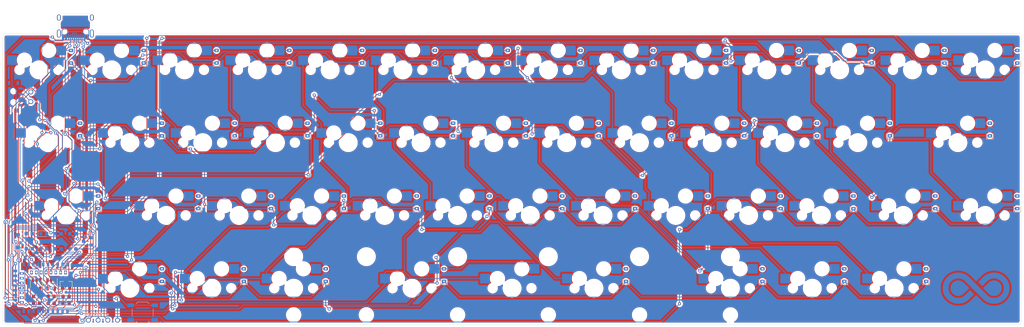
<source format=kicad_pcb>
(kicad_pcb (version 20171130) (host pcbnew "(5.1.5)-3")
  (layers (0 F.Cu signal) (31 B.Cu signal) (34 B.Paste user) (35 F.Paste user) (36 B.SilkS user) (37 F.SilkS user) (38 B.Mask user) (39 F.Mask user) (44 Edge.Cuts user))
  (net 0 "")
  (net 1 GND)
  (net 2 VBAT)
  (net 3 "Net-(C2-Pad1)")
  (net 4 VCC)
  (net 5 /P1.04)
  (net 6 "Net-(D1-Pad2)")
  (net 7 "Net-(D2-Pad2)")
  (net 8 "Net-(D3-Pad2)")
  (net 9 "Net-(D4-Pad2)")
  (net 10 "Net-(D5-Pad2)")
  (net 11 "Net-(D6-Pad2)")
  (net 12 "Net-(D7-Pad2)")
  (net 13 "Net-(D8-Pad2)")
  (net 14 "Net-(D9-Pad2)")
  (net 15 "Net-(D10-Pad2)")
  (net 16 "Net-(D11-Pad2)")
  (net 17 "Net-(D12-Pad2)")
  (net 18 "Net-(D13-Pad2)")
  (net 19 "Net-(D14-Pad2)")
  (net 20 SWO)
  (net 21 "Net-(D15-Pad2)")
  (net 22 "Net-(D16-Pad2)")
  (net 23 "Net-(D17-Pad2)")
  (net 24 "Net-(D18-Pad2)")
  (net 25 "Net-(D19-Pad2)")
  (net 26 "Net-(D20-Pad2)")
  (net 27 "Net-(D21-Pad2)")
  (net 28 "Net-(D22-Pad2)")
  (net 29 "Net-(D23-Pad2)")
  (net 30 "Net-(D24-Pad2)")
  (net 31 "Net-(D25-Pad2)")
  (net 32 "Net-(D26-Pad2)")
  (net 33 "Net-(D27-Pad2)")
  (net 34 /P0.24)
  (net 35 "Net-(D28-Pad2)")
  (net 36 "Net-(D29-Pad2)")
  (net 37 "Net-(D30-Pad2)")
  (net 38 "Net-(D31-Pad2)")
  (net 39 "Net-(D32-Pad2)")
  (net 40 "Net-(D33-Pad2)")
  (net 41 "Net-(D34-Pad2)")
  (net 42 "Net-(D35-Pad2)")
  (net 43 "Net-(D36-Pad2)")
  (net 44 "Net-(D37-Pad2)")
  (net 45 "Net-(D38-Pad2)")
  (net 46 "Net-(D39-Pad2)")
  (net 47 "Net-(D40-Pad2)")
  (net 48 /P0.22)
  (net 49 "Net-(D41-Pad2)")
  (net 50 "Net-(D42-Pad2)")
  (net 51 "Net-(D43-Pad2)")
  (net 52 "Net-(D44-Pad2)")
  (net 53 "Net-(D45-Pad2)")
  (net 54 "Net-(D46-Pad2)")
  (net 55 "Net-(D47-Pad2)")
  (net 56 "Net-(D48-Pad2)")
  (net 57 BLUE_LED)
  (net 58 "Net-(D49-Pad1)")
  (net 59 VBUS)
  (net 60 "Net-(D50-Pad1)")
  (net 61 "Net-(J1-Pad3)")
  (net 62 "Net-(J1-Pad10)")
  (net 63 "Net-(J1-Pad4)")
  (net 64 "Net-(J1-Pad9)")
  (net 65 DATA-)
  (net 66 DATA+)
  (net 67 "Net-(J1-Pad13)")
  (net 68 SWC)
  (net 69 SWD)
  (net 70 "Net-(Q1-Pad3)")
  (net 71 EXT_GND)
  (net 72 POWER_PIN)
  (net 73 "Net-(R2-Pad2)")
  (net 74 "Net-(R3-Pad1)")
  (net 75 P0.04)
  (net 76 "Net-(R8-Pad2)")
  (net 77 /P1.11)
  (net 78 /P0.03)
  (net 79 /P0.28)
  (net 80 /P1.13)
  (net 81 /P0.02)
  (net 82 /P0.29)
  (net 83 /P0.31)
  (net 84 /P0.30)
  (net 85 /P0.00)
  (net 86 /P0.01)
  (net 87 /P0.05)
  (net 88 /P0.12)
  (net 89 /P0.10)
  (net 90 /P0.09)
  (net 91 RESET)
  (net 92 "Net-(SW51-Pad1)")
  (net 93 /P0.15)
  (net 94 /P0.13)
  (net 95 "Net-(U1-Pad23)")
  (net 96 "Net-(U1-Pad25)")
  (net 97 /P0.17)
  (net 98 /P0.20)
  (net 99 DFU)
  (net 100 /P1.06)
  (net 101 TXD)
  (net 102 RXD)
  (net 103 BOOT)
  (net 104 "Net-(U3-Pad4)")
  (module Infinity:SW_MxHotswap_1.25u (layer F.Cu) (at 26.5033 69.85)
    (fp_text reference SW15 hide)
    (fp_text value SW_Push hide)
    (pad "" np_thru_hole circle (at 5.08 0 48.0996) (size 1.75 1.75) (drill 1.75) (layers *.Cu *.Mask))
    (pad "" np_thru_hole circle (at 2.54 -5.08) (size 3 3) (drill 3) (layers *.Cu *.Mask))
    (pad 1 smd rect (at -7.085 -2.54) (size 2.55 2.5) (layers B.Cu B.Paste B.Mask) (net 77 /P1.11))
    (pad "" np_thru_hole circle (at -3.81 -2.54) (size 3 3) (drill 3) (layers *.Cu *.Mask))
    (pad "" np_thru_hole circle (at 0 0) (size 3.9878 3.9878) (drill 3.9878) (layers *.Cu *.Mask))
    (pad 2 smd rect (at 5.842 -5.08) (size 2.55 2.5) (layers B.Cu B.Paste B.Mask) (net 21 "Net-(D15-Pad2)"))
    (pad "" np_thru_hole circle (at -5.08 0 48.0996) (size 1.75 1.75) (drill 1.75) (layers *.Cu *.Mask))
  )
  (module Infinity:InfinityLogo (layer B.Cu) (at 269.3924 107.95)
    (fp_text reference G1 hide)
    (fp_text value LOGO hide)
    (fp_poly (pts (xy -4.323188 4.039277) (xy -4.050286 4.006088) (xy -3.778732 3.954323) (xy -3.509018 3.884011) (xy -3.241638 3.795182) (xy -3.177353 3.770912) (xy -3.066364 3.724742) (xy -2.945497 3.668654) (xy -2.819139 3.605027) (xy -2.691673 3.536234) (xy -2.567487 3.464654) (xy -2.450963 3.392662) (xy -2.346488 3.322634) (xy -2.334766 3.314331) (xy -2.243807 3.247203) (xy -2.146706 3.171497) (xy -2.050111 3.092457) (xy -2.005263 3.054345) (xy -1.987716 3.038347) (xy -1.95874 3.010831) (xy -1.919378 2.972837) (xy -1.870673 2.925406) (xy -1.813668 2.869576) (xy -1.749407 2.806388) (xy -1.678932 2.736881) (xy -1.603286 2.662095) (xy -1.523512 2.583069) (xy -1.440654 2.500843) (xy -1.355754 2.416456) (xy -1.269856 2.330949) (xy -1.184002 2.245361) (xy -1.099235 2.160731) (xy -1.016599 2.0781) (xy -0.937136 1.998507) (xy -0.86189 1.922991) (xy -0.791904 1.852592) (xy -0.72822 1.788351) (xy -0.671882 1.731305) (xy -0.623932 1.682496) (xy -0.585414 1.642963) (xy -0.557371 1.613745) (xy -0.540846 1.595883) (xy -0.536619 1.590463) (xy -0.543119 1.582778) (xy -0.561948 1.562815) (xy -0.592105 1.531591) (xy -0.632588 1.490124) (xy -0.682393 1.439431) (xy -0.740518 1.380529) (xy -0.805961 1.314434) (xy -0.87772 1.242165) (xy -0.954791 1.164739) (xy -1.036172 1.083172) (xy -1.06499 1.054333) (xy -1.59336 0.525769) (xy -1.625896 0.557084) (xy -1.637183 0.56818) (xy -1.66081 0.5916) (xy -1.695795 0.626364) (xy -1.741154 0.671492) (xy -1.795903 0.726003) (xy -1.859059 0.788919) (xy -1.929639 0.859259) (xy -2.006658 0.936044) (xy -2.089134 1.018293) (xy -2.176082 1.105027) (xy -2.26652 1.195266) (xy -2.286092 1.214798) (xy -2.378305 1.306723) (xy -2.468109 1.396046) (xy -2.554428 1.481709) (xy -2.636188 1.562653) (xy -2.712312 1.63782) (xy -2.781724 1.706152) (xy -2.84335 1.766588) (xy -2.896113 1.818072) (xy -2.938937 1.859544) (xy -2.970748 1.889945) (xy -2.99047 1.908217) (xy -2.992076 1.909635) (xy -3.163146 2.04691) (xy -3.343815 2.168368) (xy -3.533144 2.27348) (xy -3.730195 2.361711) (xy -3.892842 2.419811) (xy -4.104914 2.477589) (xy -4.319498 2.516855) (xy -4.535697 2.537619) (xy -4.752619 2.539888) (xy -4.969368 2.52367) (xy -5.185051 2.488973) (xy -5.398773 2.435803) (xy -5.49394 2.405896) (xy -5.690572 2.330972) (xy -5.877254 2.241042) (xy -6.055097 2.135408) (xy -6.225214 2.013374) (xy -6.388717 1.874241) (xy -6.477266 1.789137) (xy -6.627882 1.626033) (xy -6.761281 1.455575) (xy -6.877766 1.277298) (xy -6.977642 1.090741) (xy -7.056395 0.908084) (xy -7.125535 0.702494) (xy -7.176713 0.493474) (xy -7.210054 0.282205) (xy -7.225685 0.069866) (xy -7.223729 -0.142367) (xy -7.204314 -0.353312) (xy -7.167564 -0.561793) (xy -7.113605 -0.766631) (xy -7.042562 -0.966646) (xy -6.954561 -1.160661) (xy -6.849727 -1.347496) (xy -6.809557 -1.410254) (xy -6.682162 -1.585991) (xy -6.539598 -1.751394) (xy -6.383276 -1.905057) (xy -6.214605 -2.045574) (xy -6.067568 -2.150334) (xy -5.884627 -2.260234) (xy -5.693659 -2.353557) (xy -5.495886 -2.430122) (xy -5.29253 -2.489753) (xy -5.084814 -2.532271) (xy -4.87396 -2.557497) (xy -4.661192 -2.565254) (xy -4.447732 -2.555362) (xy -4.234802 -2.527645) (xy -4.023624 -2.481922) (xy -3.944625 -2.459948) (xy -3.74025 -2.389778) (xy -3.542333 -2.302078) (xy -3.351665 -2.197272) (xy -3.169034 -2.075785) (xy -3.03143 -1.968687) (xy -3.019614 -1.957751) (xy -2.994967 -1.933979) (xy -2.957972 -1.89785) (xy -2.909112 -1.849846) (xy -2.848867 -1.790444) (xy -2.777722 -1.720124) (xy -2.696157 -1.639367) (xy -2.604656 -1.548651) (xy -2.5037 -1.448457) (xy -2.393772 -1.339263) (xy -2.275354 -1.22155) (xy -2.148928 -1.095796) (xy -2.014977 -0.962483) (xy -1.873982 -0.822088) (xy -1.726426 -0.675092) (xy -1.572792 -0.521975) (xy -1.413561 -0.363215) (xy -1.249215 -0.199293) (xy -1.080238 -0.030687) (xy -0.907111 0.142122) (xy -0.730316 0.318654) (xy -0.550337 0.498431) (xy -0.508376 0.540353) (xy -0.327393 0.721138) (xy -0.149322 0.898933) (xy 0.025344 1.073249) (xy 0.196117 1.2436) (xy 0.362506 1.4095) (xy 0.52402 1.57046) (xy 0.680168 1.725994) (xy 0.830461 1.875614) (xy 0.974408 2.018834) (xy 1.111517 2.155166) (xy 1.2413 2.284124) (xy 1.363266 2.40522) (xy 1.476923 2.517966) (xy 1.581782 2.621877) (xy 1.677353 2.716465) (xy 1.763143 2.801242) (xy 1.838665 2.875722) (xy 1.903426 2.939418) (xy 1.956936 2.991842) (xy 1.998706 3.032507) (xy 2.028243 3.060926) (xy 2.045059 3.076613) (xy 2.046853 3.078179) (xy 2.265631 3.252375) (xy 2.493262 3.41008) (xy 2.729276 3.551086) (xy 2.973206 3.675184) (xy 3.224585 3.782166) (xy 3.482946 3.871824) (xy 3.74782 3.943949) (xy 4.01874 3.998332) (xy 4.15645 4.018822) (xy 4.431001 4.04554) (xy 4.706369 4.053592) (xy 4.981551 4.04305) (xy 5.255544 4.01399) (xy 5.527347 3.966485) (xy 5.795955 3.900609) (xy 5.808673 3.897008) (xy 6.070304 3.812784) (xy 6.32428 3.711509) (xy 6.569994 3.593592) (xy 6.806836 3.459444) (xy 7.0342 3.309473) (xy 7.251476 3.144089) (xy 7.458056 2.963703) (xy 7.653332 2.768723) (xy 7.836696 2.559559) (xy 7.886147 2.498093) (xy 8.044992 2.281852) (xy 8.189141 2.054639) (xy 8.318026 1.817829) (xy 8.431081 1.572795) (xy 8.527738 1.320911) (xy 8.60743 1.063551) (xy 8.66959 0.802088) (xy 8.71365 0.537897) (xy 8.721332 0.475426) (xy 8.731934 0.38054) (xy 8.740183 0.300481) (xy 8.746345 0.231428) (xy 8.750685 0.169563) (xy 8.753471 0.111066) (xy 8.754967 0.052117) (xy 8.75544 -0.011103) (xy 8.755442 -0.014122) (xy 8.755204 -0.068615) (xy 8.754305 -0.117993) (xy 8.752505 -0.165644) (xy 8.749567 -0.214955) (xy 8.745254 -0.269317) (xy 8.739327 -0.332115) (xy 8.731548 -0.406739) (xy 8.721681 -0.496577) (xy 8.721415 -0.498963) (xy 8.712936 -0.566561) (xy 8.701923 -0.64171) (xy 8.689081 -0.720572) (xy 8.675114 -0.799308) (xy 8.660727 -0.874077) (xy 8.646623 -0.941042) (xy 8.633508 -0.996364) (xy 8.623818 -1.030875) (xy 8.617084 -1.053699) (xy 8.607544 -1.087885) (xy 8.59711 -1.126564) (xy 8.595715 -1.131839) (xy 8.584722 -1.169897) (xy 8.568654 -1.220784) (xy 8.548873 -1.280607) (xy 8.526742 -1.345474) (xy 8.503621 -1.411492) (xy 8.480873 -1.474769) (xy 8.459858 -1.531413) (xy 8.441939 -1.57753) (xy 8.429508 -1.606986) (xy 8.410916 -1.646972) (xy 8.387102 -1.696863) (xy 8.359843 -1.753069) (xy 8.330913 -1.812001) (xy 8.30209 -1.870073) (xy 8.27515 -1.923694) (xy 8.251869 -1.969277) (xy 8.234022 -2.003233) (xy 8.227721 -2.014678) (xy 8.086006 -2.245931) (xy 7.928984 -2.467144) (xy 7.7576 -2.677477) (xy 7.572798 -2.876093) (xy 7.375524 -3.062152) (xy 7.166725 -3.234816) (xy 6.947344 -3.393246) (xy 6.718327 -3.536604) (xy 6.48062 -3.664051) (xy 6.251149 -3.768157) (xy 6.028281 -3.852506) (xy 5.79633 -3.924813) (xy 5.559818 -3.983946) (xy 5.323266 -4.028774) (xy 5.09318 -4.05798) (xy 5.04542 -4.062923) (xy 5.002197 -4.068232) (xy 4.968244 -4.073272) (xy 4.94829 -4.077408) (xy 4.948206 -4.077434) (xy 4.931381 -4.079775) (xy 4.898676 -4.081865) (xy 4.853039 -4.083609) (xy 4.797418 -4.084911) (xy 4.734761 -4.085676) (xy 4.688362 -4.085842) (xy 4.622538 -4.085508) (xy 4.561689 -4.084571) (xy 4.508763 -4.083126) (xy 4.466708 -4.081268) (xy 4.438473 -4.079092) (xy 4.428518 -4.077434) (xy 4.408686 -4.073302) (xy 4.37482 -4.068253) (xy 4.33165 -4.062925) (xy 4.283907 -4.057954) (xy 4.283544 -4.05792) (xy 4.233225 -4.052527) (xy 4.173586 -4.045118) (xy 4.108599 -4.036288) (xy 4.042233 -4.026635) (xy 3.978458 -4.016756) (xy 3.921246 -4.007247) (xy 3.874566 -3.998706) (xy 3.842389 -3.991729) (xy 3.841068 -3.991389) (xy 3.820194 -3.986068) (xy 3.785309 -3.977299) (xy 3.740684 -3.966151) (xy 3.690588 -3.953692) (xy 3.671609 -3.948986) (xy 3.42057 -3.877205) (xy 3.173193 -3.787381) (xy 2.930657 -3.680136) (xy 2.694141 -3.556092) (xy 2.464824 -3.415869) (xy 2.243885 -3.260089) (xy 2.032504 -3.089375) (xy 2.019385 -3.078004) (xy 1.999594 -3.05991) (xy 1.967555 -3.029498) (xy 1.924306 -2.987789) (xy 1.870886 -2.935807) (xy 1.808333 -2.874573) (xy 1.737685 -2.805111) (xy 1.659982 -2.728442) (xy 1.576262 -2.645588) (xy 1.487563 -2.557574) (xy 1.394925 -2.465419) (xy 1.299384 -2.370148) (xy 1.235084 -2.305899) (xy 0.544926 -1.615737) (xy 1.075008 -1.085593) (xy 1.157831 -1.002827) (xy 1.236817 -0.924024) (xy 1.310958 -0.850184) (xy 1.37924 -0.782308) (xy 1.440656 -0.721396) (xy 1.494192 -0.668449) (xy 1.53884 -0.624467) (xy 1.573588 -0.59045) (xy 1.597425 -0.5674) (xy 1.609342 -0.556317) (xy 1.610521 -0.555449) (xy 1.617799 -0.561956) (xy 1.637499 -0.580884) (xy 1.668725 -0.611347) (xy 1.710578 -0.652457) (xy 1.762163 -0.703327) (xy 1.822582 -0.763068) (xy 1.89094 -0.830795) (xy 1.966338 -0.905619) (xy 2.047881 -0.986654) (xy 2.134672 -1.073011) (xy 2.225813 -1.163803) (xy 2.288414 -1.226223) (xy 2.40584 -1.343295) (xy 2.510906 -1.447883) (xy 2.604528 -1.540852) (xy 2.687624 -1.623069) (xy 2.761111 -1.695399) (xy 2.825907 -1.758708) (xy 2.882928 -1.813863) (xy 2.933092 -1.861727) (xy 2.977317 -1.903168) (xy 3.01652 -1.939051) (xy 3.051617 -1.970241) (xy 3.083527 -1.997605) (xy 3.113167 -2.022009) (xy 3.141454 -2.044317) (xy 3.169305 -2.065396) (xy 3.197637 -2.086111) (xy 3.205597 -2.091832) (xy 3.385565 -2.209324) (xy 3.574364 -2.310636) (xy 3.770712 -2.395469) (xy 3.973325 -2.463524) (xy 4.180922 -2.514504) (xy 4.392218 -2.548109) (xy 4.605933 -2.56404) (xy 4.820782 -2.562) (xy 5.035482 -2.54169) (xy 5.097888 -2.532282) (xy 5.28419 -2.49566) (xy 5.459153 -2.448099) (xy 5.627789 -2.387996) (xy 5.795109 -2.313749) (xy 5.820587 -2.301201) (xy 5.880094 -2.27119) (xy 5.928717 -2.245632) (xy 5.971706 -2.22146) (xy 6.014311 -2.195605) (xy 6.061781 -2.165) (xy 6.119348 -2.126587) (xy 6.291531 -1.999417) (xy 6.45192 -1.858157) (xy 6.599732 -1.703989) (xy 6.734184 -1.538095) (xy 6.854494 -1.361658) (xy 6.95988 -1.175861) (xy 7.049558 -0.981887) (xy 7.122746 -0.780916) (xy 7.178662 -0.574133) (xy 7.193414 -0.50367) (xy 7.215097 -0.369618) (xy 7.229511 -0.226843) (xy 7.236739 -0.08473) (xy 7.234174 0.133814) (xy 7.213443 0.34883) (xy 7.175026 0.55942) (xy 7.119401 0.764686) (xy 7.047048 0.96373) (xy 6.958445 1.155653) (xy 6.854071 1.339558) (xy 6.734405 1.514546) (xy 6.599926 1.679719) (xy 6.451113 1.834179) (xy 6.288445 1.977027) (xy 6.112401 2.107366) (xy 6.044033 2.152201) (xy 5.859638 2.258134) (xy 5.667775 2.34732) (xy 5.469698 2.419696) (xy 5.266658 2.475202) (xy 5.05991 2.513777) (xy 4.850704 2.535361) (xy 4.640295 2.539893) (xy 4.429935 2.527312) (xy 4.220877 2.497557) (xy 4.014373 2.450568) (xy 3.811676 2.386284) (xy 3.614039 2.304644) (xy 3.548752 2.273189) (xy 3.426649 2.208517) (xy 3.312818 2.140125) (xy 3.20143 2.064235) (xy 3.086655 1.977069) (xy 3.064381 1.959241) (xy 3.05224 1.948177) (xy 3.027266 1.924276) (xy 2.989941 1.888017) (xy 2.940745 1.839876) (xy 2.880159 1.780332) (xy 2.808665 1.709863) (xy 2.726743 1.628945) (xy 2.634875 1.538057) (xy 2.533542 1.437676) (xy 2.423224 1.328281) (xy 2.304403 1.210348) (xy 2.177559 1.084355) (xy 2.043175 0.950781) (xy 1.90173 0.810103) (xy 1.753706 0.662798) (xy 1.599584 0.509344) (xy 1.439845 0.350219) (xy 1.27497 0.185901) (xy 1.105439 0.016867) (xy 0.931735 -0.156405) (xy 0.754338 -0.333437) (xy 0.573729 -0.513752) (xy 0.513084 -0.574316) (xy 0.282074 -0.804981) (xy 0.060584 -1.026036) (xy -0.151188 -1.237285) (xy -0.353043 -1.438531) (xy -0.544781 -1.629575) (xy -0.726204 -1.810222) (xy -0.897114 -1.980274) (xy -1.057311 -2.139534) (xy -1.206597 -2.287805) (xy -1.344773 -2.424889) (xy -1.47164 -2.55059) (xy -1.586999 -2.664711) (xy -1.690652 -2.767054) (xy -1.7824 -2.857423) (xy -1.862044 -2.93562) (xy -1.929385 -3.001448) (xy -1.984224 -3.05471) (xy -2.026363 -3.09521) (xy -2.055603 -3.122749) (xy -2.071163 -3.136653) (xy -2.166195 -3.21248) (xy -2.269583 -3.290125) (xy -2.377008 -3.366595) (xy -2.484148 -3.438897) (xy -2.586684 -3.504038) (xy -2.680295 -3.559024) (xy -2.683098 -3.560585) (xy -2.711805 -3.576113) (xy -2.749465 -3.595883) (xy -2.792899 -3.618296) (xy -2.838929 -3.641751) (xy -2.88438 -3.664648) (xy -2.926072 -3.685387) (xy -2.960828 -3.702368) (xy -2.985471 -3.713991) (xy -2.996824 -3.718656) (xy -2.997052 -3.718681) (xy -3.007388 -3.722344) (xy -3.029969 -3.731968) (xy -3.059999 -3.745507) (xy -3.06137 -3.746139) (xy -3.172757 -3.793795) (xy -3.300211 -3.841302) (xy -3.444602 -3.888962) (xy -3.606798 -3.937075) (xy -3.633951 -3.944693) (xy -3.834858 -3.99359) (xy -4.048716 -4.03226) (xy -4.272409 -4.060289) (xy -4.502816 -4.077261) (xy -4.669533 -4.082383) (xy -4.736767 -4.082958) (xy -4.798209 -4.082931) (xy -4.851221 -4.082346) (xy -4.893168 -4.08125) (xy -4.921415 -4.079689) (xy -4.933135 -4.077828) (xy -4.947381 -4.074134) (xy -4.976458 -4.069481) (xy -5.016427 -4.064412) (xy -5.06335 -4.059467) (xy -5.074351 -4.058436) (xy -5.20274 -4.044159) (xy -5.336724 -4.02465) (xy -5.470245 -4.000984) (xy -5.597242 -3.974239) (xy -5.711656 -3.945492) (xy -5.714529 -3.944693) (xy -5.883394 -3.895247) (xy -6.034294 -3.845949) (xy -6.16809 -3.796501) (xy -6.28564 -3.746603) (xy -6.296124 -3.741768) (xy -6.323755 -3.72932) (xy -6.343975 -3.720938) (xy -6.351112 -3.718681) (xy -6.360923 -3.714671) (xy -6.384542 -3.703601) (xy -6.418975 -3.686917) (xy -6.461231 -3.666059) (xy -6.488275 -3.652551) (xy -6.73101 -3.520394) (xy -6.963047 -3.372977) (xy -7.183827 -3.210906) (xy -7.392786 -3.03479) (xy -7.589366 -2.845236) (xy -7.773003 -2.642851) (xy -7.943138 -2.428243) (xy -8.099209 -2.202019) (xy -8.240655 -1.964786) (xy -8.366914 -1.717152) (xy -8.449305 -1.529837) (xy -8.478685 -1.45397) (xy -8.50973 -1.365927) (xy -8.541197 -1.269896) (xy -8.571846 -1.170062) (xy -8.600436 -1.070612) (xy -8.625724 -0.975732) (xy -8.64647 -0.889609) (xy -8.661431 -0.816428) (xy -8.662257 -0.811741) (xy -8.679488 -0.711775) (xy -8.6936 -0.626742) (xy -8.704905 -0.55306) (xy -8.713714 -0.487147) (xy -8.720338 -0.425424) (xy -8.725088 -0.364309) (xy -8.728278 -0.300221) (xy -8.730217 -0.229578) (xy -8.731217 -0.1488) (xy -8.731591 -0.054305) (xy -8.731633 -0.014122) (xy -8.73156 0.082118) (xy -8.731081 0.162787) (xy -8.729992 0.231142) (xy -8.728091 0.290437) (xy -8.725176 0.343931) (xy -8.721044 0.394879) (xy -8.715493 0.446538) (xy -8.708321 0.502164) (xy -8.699325 0.565013) (xy -8.693016 0.607227) (xy -8.643603 0.872162) (xy -8.576033 1.133854) (xy -8.490882 1.390955) (xy -8.388728 1.642116) (xy -8.270145 1.885989) (xy -8.13571 2.121226) (xy -7.986 2.346479) (xy -7.900267 2.46186) (xy -7.74808 2.646675) (xy -7.581176 2.826739) (xy -7.403154 2.998591) (xy -7.217611 3.158771) (xy -7.028146 3.303818) (xy -7.015197 3.313055) (xy -6.924467 3.374774) (xy -6.823275 3.438947) (xy -6.715935 3.503122) (xy -6.606766 3.564845) (xy -6.500083 3.621663) (xy -6.400203 3.671123) (xy -6.326464 3.704445) (xy -6.288791 3.720599) (xy -6.255987 3.734763) (xy -6.233161 3.744729) (xy -6.227613 3.747206) (xy -6.167848 3.772386) (xy -6.09385 3.800371) (xy -6.009747 3.82979) (xy -5.919666 3.859274) (xy -5.827734 3.887451) (xy -5.738079 3.912952) (xy -5.690614 3.9255) (xy -5.418385 3.985652) (xy -5.145034 4.027076) (xy -4.871055 4.049801) (xy -4.596942 4.053858) (xy -4.323188 4.039277)) (layer B.Cu) (width 0.01))
  )
  (module nrfmicro:connector_swd (layer F.Cu) (at 40.8813 116.319)
    (fp_text reference J2 hide)
    (fp_text value Conn_01x04 hide)
    (pad 4 thru_hole circle (at 3.81 0) (size 1.27 1.27) (drill 0.85) (layers *.Cu *.Mask) (net 1 GND))
    (pad 3 thru_hole circle (at 1.27 0) (size 1.27 1.27) (drill 0.85) (layers *.Cu *.Mask) (net 4 VCC))
    (pad 1 thru_hole circle (at -3.81 0 90) (size 1.27 1.27) (drill 0.85) (layers *.Cu *.Mask) (net 68 SWC))
    (pad 2 thru_hole circle (at -1.27 0) (size 1.27 1.27) (drill 0.85) (layers *.Cu *.Mask) (net 69 SWD))
  )
  (module nrfmicro:connectro_bat (layer B.Cu) (at 21.9964 57.8485 90)
    (fp_text reference J3 hide)
    (fp_text value Conn_01x02 hide)
    (fp_text user - (at 1.27 1.27 270) (layer B.SilkS) (effects (font (size 0.7 0.7)) (justify mirror)))
    (fp_text user + (at -1.27 1.27 270) (layer B.SilkS) (effects (font (size 0.7 0.7)) (justify mirror)))
    (pad 2 thru_hole circle (at 1.27 0 90) (size 1.27 1.27) (drill 0.85) (layers *.Cu *.Mask) (net 1 GND))
    (pad 1 thru_hole circle (at -1.27 0 90) (size 1.27 1.27) (drill 0.85) (layers *.Cu *.Mask) (net 2 VBAT))
  )
  (module Used_Footprints:Diode_SMD_SOD-123 (layer F.Cu) (at 256.337 104.521 90)
    (fp_text reference D48 hide)
    (fp_text value 1n4148 hide)
    (pad 1 smd roundrect (at -1.65 0 90) (size 0.9 1.2) (layers B.Cu B.Paste B.Mask) (roundrect_rratio 0.2) (net 48 /P0.22))
    (pad 2 thru_hole circle (at 1.65 0 90) (size 0.8 0.8) (drill 0.4) (layers *.Cu B.Mask) (net 56 "Net-(D48-Pad2)"))
    (pad 1 thru_hole circle (at -1.65 0 90) (size 0.8 0.8) (drill 0.4) (layers *.Cu B.Mask) (net 48 /P0.22))
    (pad 2 smd roundrect (at 1.65 0 90) (size 0.9 1.2) (layers B.Cu B.Paste B.Mask) (roundrect_rratio 0.2) (net 56 "Net-(D48-Pad2)"))
  )
  (module Used_Footprints:Diode_SMD_SOD-123 (layer F.Cu) (at 234.899 104.521 90)
    (fp_text reference D47 hide)
    (fp_text value 1n4148 hide)
    (pad 1 smd roundrect (at -1.65 0 90) (size 0.9 1.2) (layers B.Cu B.Paste B.Mask) (roundrect_rratio 0.2) (net 48 /P0.22))
    (pad 2 thru_hole circle (at 1.65 0 90) (size 0.8 0.8) (drill 0.4) (layers *.Cu B.Mask) (net 55 "Net-(D47-Pad2)"))
    (pad 1 thru_hole circle (at -1.65 0 90) (size 0.8 0.8) (drill 0.4) (layers *.Cu B.Mask) (net 48 /P0.22))
    (pad 2 smd roundrect (at 1.65 0 90) (size 0.9 1.2) (layers B.Cu B.Paste B.Mask) (roundrect_rratio 0.2) (net 55 "Net-(D47-Pad2)"))
  )
  (module Used_Footprints:Diode_SMD_SOD-123 (layer F.Cu) (at 213.474 104.521 90)
    (fp_text reference D46 hide)
    (fp_text value 1n4148 hide)
    (pad 1 smd roundrect (at -1.65 0 90) (size 0.9 1.2) (layers B.Cu B.Paste B.Mask) (roundrect_rratio 0.2) (net 48 /P0.22))
    (pad 2 thru_hole circle (at 1.65 0 90) (size 0.8 0.8) (drill 0.4) (layers *.Cu B.Mask) (net 54 "Net-(D46-Pad2)"))
    (pad 1 thru_hole circle (at -1.65 0 90) (size 0.8 0.8) (drill 0.4) (layers *.Cu B.Mask) (net 48 /P0.22))
    (pad 2 smd roundrect (at 1.65 0 90) (size 0.9 1.2) (layers B.Cu B.Paste B.Mask) (roundrect_rratio 0.2) (net 54 "Net-(D46-Pad2)"))
  )
  (module Used_Footprints:Diode_SMD_SOD-123 (layer F.Cu) (at 177.762 104.521 90)
    (fp_text reference D45 hide)
    (fp_text value 1n4148 hide)
    (pad 1 smd roundrect (at -1.65 0 90) (size 0.9 1.2) (layers B.Cu B.Paste B.Mask) (roundrect_rratio 0.2) (net 48 /P0.22))
    (pad 2 thru_hole circle (at 1.65 0 90) (size 0.8 0.8) (drill 0.4) (layers *.Cu B.Mask) (net 53 "Net-(D45-Pad2)"))
    (pad 1 thru_hole circle (at -1.65 0 90) (size 0.8 0.8) (drill 0.4) (layers *.Cu B.Mask) (net 48 /P0.22))
    (pad 2 smd roundrect (at 1.65 0 90) (size 0.9 1.2) (layers B.Cu B.Paste B.Mask) (roundrect_rratio 0.2) (net 53 "Net-(D45-Pad2)"))
  )
  (module Used_Footprints:Diode_SMD_SOD-123 (layer F.Cu) (at 130.137 104.521 90)
    (fp_text reference D44 hide)
    (fp_text value 1n4148 hide)
    (pad 1 smd roundrect (at -1.65 0 90) (size 0.9 1.2) (layers B.Cu B.Paste B.Mask) (roundrect_rratio 0.2) (net 48 /P0.22))
    (pad 2 thru_hole circle (at 1.65 0 90) (size 0.8 0.8) (drill 0.4) (layers *.Cu B.Mask) (net 52 "Net-(D44-Pad2)"))
    (pad 1 thru_hole circle (at -1.65 0 90) (size 0.8 0.8) (drill 0.4) (layers *.Cu B.Mask) (net 48 /P0.22))
    (pad 2 smd roundrect (at 1.65 0 90) (size 0.9 1.2) (layers B.Cu B.Paste B.Mask) (roundrect_rratio 0.2) (net 52 "Net-(D44-Pad2)"))
  )
  (module Used_Footprints:Diode_SMD_SOD-123 (layer F.Cu) (at 99.1743 104.521 90)
    (fp_text reference D43 hide)
    (fp_text value 1n4148 hide)
    (pad 1 smd roundrect (at -1.65 0 90) (size 0.9 1.2) (layers B.Cu B.Paste B.Mask) (roundrect_rratio 0.2) (net 48 /P0.22))
    (pad 2 thru_hole circle (at 1.65 0 90) (size 0.8 0.8) (drill 0.4) (layers *.Cu B.Mask) (net 51 "Net-(D43-Pad2)"))
    (pad 1 thru_hole circle (at -1.65 0 90) (size 0.8 0.8) (drill 0.4) (layers *.Cu B.Mask) (net 48 /P0.22))
    (pad 2 smd roundrect (at 1.65 0 90) (size 0.9 1.2) (layers B.Cu B.Paste B.Mask) (roundrect_rratio 0.2) (net 51 "Net-(D43-Pad2)"))
  )
  (module Used_Footprints:Diode_SMD_SOD-123 (layer F.Cu) (at 77.7494 104.521 90)
    (fp_text reference D42 hide)
    (fp_text value 1n4148 hide)
    (pad 1 smd roundrect (at -1.65 0 90) (size 0.9 1.2) (layers B.Cu B.Paste B.Mask) (roundrect_rratio 0.2) (net 48 /P0.22))
    (pad 2 thru_hole circle (at 1.65 0 90) (size 0.8 0.8) (drill 0.4) (layers *.Cu B.Mask) (net 50 "Net-(D42-Pad2)"))
    (pad 1 thru_hole circle (at -1.65 0 90) (size 0.8 0.8) (drill 0.4) (layers *.Cu B.Mask) (net 48 /P0.22))
    (pad 2 smd roundrect (at 1.65 0 90) (size 0.9 1.2) (layers B.Cu B.Paste B.Mask) (roundrect_rratio 0.2) (net 50 "Net-(D42-Pad2)"))
  )
  (module Used_Footprints:Diode_SMD_SOD-123 (layer F.Cu) (at 56.3118 104.521 90)
    (fp_text reference D41 hide)
    (fp_text value 1n4148 hide)
    (pad 1 smd roundrect (at -1.65 0 90) (size 0.9 1.2) (layers B.Cu B.Paste B.Mask) (roundrect_rratio 0.2) (net 48 /P0.22))
    (pad 2 thru_hole circle (at 1.65 0 90) (size 0.8 0.8) (drill 0.4) (layers *.Cu B.Mask) (net 49 "Net-(D41-Pad2)"))
    (pad 1 thru_hole circle (at -1.65 0 90) (size 0.8 0.8) (drill 0.4) (layers *.Cu B.Mask) (net 48 /P0.22))
    (pad 2 smd roundrect (at 1.65 0 90) (size 0.9 1.2) (layers B.Cu B.Paste B.Mask) (roundrect_rratio 0.2) (net 49 "Net-(D41-Pad2)"))
  )
  (module Used_Footprints:Diode_SMD_SOD-123 (layer F.Cu) (at 280.149 85.471 90)
    (fp_text reference D40 hide)
    (fp_text value 1n4148 hide)
    (pad 1 smd roundrect (at -1.65 0 90) (size 0.9 1.2) (layers B.Cu B.Paste B.Mask) (roundrect_rratio 0.2) (net 34 /P0.24))
    (pad 2 thru_hole circle (at 1.65 0 90) (size 0.8 0.8) (drill 0.4) (layers *.Cu B.Mask) (net 47 "Net-(D40-Pad2)"))
    (pad 1 thru_hole circle (at -1.65 0 90) (size 0.8 0.8) (drill 0.4) (layers *.Cu B.Mask) (net 34 /P0.24))
    (pad 2 smd roundrect (at 1.65 0 90) (size 0.9 1.2) (layers B.Cu B.Paste B.Mask) (roundrect_rratio 0.2) (net 47 "Net-(D40-Pad2)"))
  )
  (module Used_Footprints:Diode_SMD_SOD-123 (layer F.Cu) (at 258.724 85.471 90)
    (fp_text reference D39 hide)
    (fp_text value 1n4148 hide)
    (pad 1 smd roundrect (at -1.65 0 90) (size 0.9 1.2) (layers B.Cu B.Paste B.Mask) (roundrect_rratio 0.2) (net 34 /P0.24))
    (pad 2 thru_hole circle (at 1.65 0 90) (size 0.8 0.8) (drill 0.4) (layers *.Cu B.Mask) (net 46 "Net-(D39-Pad2)"))
    (pad 1 thru_hole circle (at -1.65 0 90) (size 0.8 0.8) (drill 0.4) (layers *.Cu B.Mask) (net 34 /P0.24))
    (pad 2 smd roundrect (at 1.65 0 90) (size 0.9 1.2) (layers B.Cu B.Paste B.Mask) (roundrect_rratio 0.2) (net 46 "Net-(D39-Pad2)"))
  )
  (module Used_Footprints:Diode_SMD_SOD-123 (layer F.Cu) (at 237.287 85.471 90)
    (fp_text reference D38 hide)
    (fp_text value 1n4148 hide)
    (pad 1 smd roundrect (at -1.65 0 90) (size 0.9 1.2) (layers B.Cu B.Paste B.Mask) (roundrect_rratio 0.2) (net 34 /P0.24))
    (pad 2 thru_hole circle (at 1.65 0 90) (size 0.8 0.8) (drill 0.4) (layers *.Cu B.Mask) (net 45 "Net-(D38-Pad2)"))
    (pad 1 thru_hole circle (at -1.65 0 90) (size 0.8 0.8) (drill 0.4) (layers *.Cu B.Mask) (net 34 /P0.24))
    (pad 2 smd roundrect (at 1.65 0 90) (size 0.9 1.2) (layers B.Cu B.Paste B.Mask) (roundrect_rratio 0.2) (net 45 "Net-(D38-Pad2)"))
  )
  (module Used_Footprints:Diode_SMD_SOD-123 (layer F.Cu) (at 218.237 85.471 90)
    (fp_text reference D37 hide)
    (fp_text value 1n4148 hide)
    (pad 1 smd roundrect (at -1.65 0 90) (size 0.9 1.2) (layers B.Cu B.Paste B.Mask) (roundrect_rratio 0.2) (net 34 /P0.24))
    (pad 2 thru_hole circle (at 1.65 0 90) (size 0.8 0.8) (drill 0.4) (layers *.Cu B.Mask) (net 44 "Net-(D37-Pad2)"))
    (pad 1 thru_hole circle (at -1.65 0 90) (size 0.8 0.8) (drill 0.4) (layers *.Cu B.Mask) (net 34 /P0.24))
    (pad 2 smd roundrect (at 1.65 0 90) (size 0.9 1.2) (layers B.Cu B.Paste B.Mask) (roundrect_rratio 0.2) (net 44 "Net-(D37-Pad2)"))
  )
  (module Used_Footprints:Diode_SMD_SOD-123 (layer F.Cu) (at 199.187 85.471 90)
    (fp_text reference D36 hide)
    (fp_text value 1n4148 hide)
    (pad 1 smd roundrect (at -1.65 0 90) (size 0.9 1.2) (layers B.Cu B.Paste B.Mask) (roundrect_rratio 0.2) (net 34 /P0.24))
    (pad 2 thru_hole circle (at 1.65 0 90) (size 0.8 0.8) (drill 0.4) (layers *.Cu B.Mask) (net 43 "Net-(D36-Pad2)"))
    (pad 1 thru_hole circle (at -1.65 0 90) (size 0.8 0.8) (drill 0.4) (layers *.Cu B.Mask) (net 34 /P0.24))
    (pad 2 smd roundrect (at 1.65 0 90) (size 0.9 1.2) (layers B.Cu B.Paste B.Mask) (roundrect_rratio 0.2) (net 43 "Net-(D36-Pad2)"))
  )
  (module Used_Footprints:Diode_SMD_SOD-123 (layer F.Cu) (at 180.137 85.471 90)
    (fp_text reference D35 hide)
    (fp_text value 1n4148 hide)
    (pad 1 smd roundrect (at -1.65 0 90) (size 0.9 1.2) (layers B.Cu B.Paste B.Mask) (roundrect_rratio 0.2) (net 34 /P0.24))
    (pad 2 thru_hole circle (at 1.65 0 90) (size 0.8 0.8) (drill 0.4) (layers *.Cu B.Mask) (net 42 "Net-(D35-Pad2)"))
    (pad 1 thru_hole circle (at -1.65 0 90) (size 0.8 0.8) (drill 0.4) (layers *.Cu B.Mask) (net 34 /P0.24))
    (pad 2 smd roundrect (at 1.65 0 90) (size 0.9 1.2) (layers B.Cu B.Paste B.Mask) (roundrect_rratio 0.2) (net 42 "Net-(D35-Pad2)"))
  )
  (module Used_Footprints:Diode_SMD_SOD-123 (layer F.Cu) (at 161.087 85.471 90)
    (fp_text reference D34 hide)
    (fp_text value 1n4148 hide)
    (pad 1 smd roundrect (at -1.65 0 90) (size 0.9 1.2) (layers B.Cu B.Paste B.Mask) (roundrect_rratio 0.2) (net 34 /P0.24))
    (pad 2 thru_hole circle (at 1.65 0 90) (size 0.8 0.8) (drill 0.4) (layers *.Cu B.Mask) (net 41 "Net-(D34-Pad2)"))
    (pad 1 thru_hole circle (at -1.65 0 90) (size 0.8 0.8) (drill 0.4) (layers *.Cu B.Mask) (net 34 /P0.24))
    (pad 2 smd roundrect (at 1.65 0 90) (size 0.9 1.2) (layers B.Cu B.Paste B.Mask) (roundrect_rratio 0.2) (net 41 "Net-(D34-Pad2)"))
  )
  (module Used_Footprints:Diode_SMD_SOD-123 (layer F.Cu) (at 142.037 85.471 90)
    (fp_text reference D33 hide)
    (fp_text value 1n4148 hide)
    (pad 1 smd roundrect (at -1.65 0 90) (size 0.9 1.2) (layers B.Cu B.Paste B.Mask) (roundrect_rratio 0.2) (net 34 /P0.24))
    (pad 2 thru_hole circle (at 1.65 0 90) (size 0.8 0.8) (drill 0.4) (layers *.Cu B.Mask) (net 40 "Net-(D33-Pad2)"))
    (pad 1 thru_hole circle (at -1.65 0 90) (size 0.8 0.8) (drill 0.4) (layers *.Cu B.Mask) (net 34 /P0.24))
    (pad 2 smd roundrect (at 1.65 0 90) (size 0.9 1.2) (layers B.Cu B.Paste B.Mask) (roundrect_rratio 0.2) (net 40 "Net-(D33-Pad2)"))
  )
  (module Used_Footprints:Diode_SMD_SOD-123 (layer F.Cu) (at 122.987 85.471 90)
    (fp_text reference D32 hide)
    (fp_text value 1n4148 hide)
    (pad 1 smd roundrect (at -1.65 0 90) (size 0.9 1.2) (layers B.Cu B.Paste B.Mask) (roundrect_rratio 0.2) (net 34 /P0.24))
    (pad 2 thru_hole circle (at 1.65 0 90) (size 0.8 0.8) (drill 0.4) (layers *.Cu B.Mask) (net 39 "Net-(D32-Pad2)"))
    (pad 1 thru_hole circle (at -1.65 0 90) (size 0.8 0.8) (drill 0.4) (layers *.Cu B.Mask) (net 34 /P0.24))
    (pad 2 smd roundrect (at 1.65 0 90) (size 0.9 1.2) (layers B.Cu B.Paste B.Mask) (roundrect_rratio 0.2) (net 39 "Net-(D32-Pad2)"))
  )
  (module Used_Footprints:Diode_SMD_SOD-123 (layer F.Cu) (at 103.937 85.471 90)
    (fp_text reference D31 hide)
    (fp_text value 1n4148 hide)
    (pad 1 smd roundrect (at -1.65 0 90) (size 0.9 1.2) (layers B.Cu B.Paste B.Mask) (roundrect_rratio 0.2) (net 34 /P0.24))
    (pad 2 thru_hole circle (at 1.65 0 90) (size 0.8 0.8) (drill 0.4) (layers *.Cu B.Mask) (net 38 "Net-(D31-Pad2)"))
    (pad 1 thru_hole circle (at -1.65 0 90) (size 0.8 0.8) (drill 0.4) (layers *.Cu B.Mask) (net 34 /P0.24))
    (pad 2 smd roundrect (at 1.65 0 90) (size 0.9 1.2) (layers B.Cu B.Paste B.Mask) (roundrect_rratio 0.2) (net 38 "Net-(D31-Pad2)"))
  )
  (module Used_Footprints:Diode_SMD_SOD-123 (layer F.Cu) (at 84.8868 85.471 90)
    (fp_text reference D30 hide)
    (fp_text value 1n4148 hide)
    (pad 1 smd roundrect (at -1.65 0 90) (size 0.9 1.2) (layers B.Cu B.Paste B.Mask) (roundrect_rratio 0.2) (net 34 /P0.24))
    (pad 2 thru_hole circle (at 1.65 0 90) (size 0.8 0.8) (drill 0.4) (layers *.Cu B.Mask) (net 37 "Net-(D30-Pad2)"))
    (pad 1 thru_hole circle (at -1.65 0 90) (size 0.8 0.8) (drill 0.4) (layers *.Cu B.Mask) (net 34 /P0.24))
    (pad 2 smd roundrect (at 1.65 0 90) (size 0.9 1.2) (layers B.Cu B.Paste B.Mask) (roundrect_rratio 0.2) (net 37 "Net-(D30-Pad2)"))
  )
  (module Used_Footprints:Diode_SMD_SOD-123 (layer F.Cu) (at 65.8368 85.471 90)
    (fp_text reference D29 hide)
    (fp_text value 1n4148 hide)
    (pad 1 smd roundrect (at -1.65 0 90) (size 0.9 1.2) (layers B.Cu B.Paste B.Mask) (roundrect_rratio 0.2) (net 34 /P0.24))
    (pad 2 thru_hole circle (at 1.65 0 90) (size 0.8 0.8) (drill 0.4) (layers *.Cu B.Mask) (net 36 "Net-(D29-Pad2)"))
    (pad 1 thru_hole circle (at -1.65 0 90) (size 0.8 0.8) (drill 0.4) (layers *.Cu B.Mask) (net 34 /P0.24))
    (pad 2 smd roundrect (at 1.65 0 90) (size 0.9 1.2) (layers B.Cu B.Paste B.Mask) (roundrect_rratio 0.2) (net 36 "Net-(D29-Pad2)"))
  )
  (module Used_Footprints:Diode_SMD_SOD-123 (layer F.Cu) (at 39.6494 85.471 90)
    (fp_text reference D28 hide)
    (fp_text value 1n4148 hide)
    (pad 1 smd roundrect (at -1.65 0 90) (size 0.9 1.2) (layers B.Cu B.Paste B.Mask) (roundrect_rratio 0.2) (net 34 /P0.24))
    (pad 2 thru_hole circle (at 1.65 0 90) (size 0.8 0.8) (drill 0.4) (layers *.Cu B.Mask) (net 35 "Net-(D28-Pad2)"))
    (pad 1 thru_hole circle (at -1.65 0 90) (size 0.8 0.8) (drill 0.4) (layers *.Cu B.Mask) (net 34 /P0.24))
    (pad 2 smd roundrect (at 1.65 0 90) (size 0.9 1.2) (layers B.Cu B.Paste B.Mask) (roundrect_rratio 0.2) (net 35 "Net-(D28-Pad2)"))
  )
  (module Used_Footprints:Diode_SMD_SOD-123 (layer F.Cu) (at 273.012 66.421 90)
    (fp_text reference D27 hide)
    (fp_text value 1n4148 hide)
    (pad 1 smd roundrect (at -1.65 0 90) (size 0.9 1.2) (layers B.Cu B.Paste B.Mask) (roundrect_rratio 0.2) (net 20 SWO))
    (pad 2 thru_hole circle (at 1.65 0 90) (size 0.8 0.8) (drill 0.4) (layers *.Cu B.Mask) (net 33 "Net-(D27-Pad2)"))
    (pad 1 thru_hole circle (at -1.65 0 90) (size 0.8 0.8) (drill 0.4) (layers *.Cu B.Mask) (net 20 SWO))
    (pad 2 smd roundrect (at 1.65 0 90) (size 0.9 1.2) (layers B.Cu B.Paste B.Mask) (roundrect_rratio 0.2) (net 33 "Net-(D27-Pad2)"))
  )
  (module Used_Footprints:Diode_SMD_SOD-123 (layer F.Cu) (at 246.812 66.421 90)
    (fp_text reference D26 hide)
    (fp_text value 1n4148 hide)
    (pad 1 smd roundrect (at -1.65 0 90) (size 0.9 1.2) (layers B.Cu B.Paste B.Mask) (roundrect_rratio 0.2) (net 20 SWO))
    (pad 2 thru_hole circle (at 1.65 0 90) (size 0.8 0.8) (drill 0.4) (layers *.Cu B.Mask) (net 32 "Net-(D26-Pad2)"))
    (pad 1 thru_hole circle (at -1.65 0 90) (size 0.8 0.8) (drill 0.4) (layers *.Cu B.Mask) (net 20 SWO))
    (pad 2 smd roundrect (at 1.65 0 90) (size 0.9 1.2) (layers B.Cu B.Paste B.Mask) (roundrect_rratio 0.2) (net 32 "Net-(D26-Pad2)"))
  )
  (module Used_Footprints:Diode_SMD_SOD-123 (layer F.Cu) (at 227.762 66.421 90)
    (fp_text reference D25 hide)
    (fp_text value 1n4148 hide)
    (pad 1 smd roundrect (at -1.65 0 90) (size 0.9 1.2) (layers B.Cu B.Paste B.Mask) (roundrect_rratio 0.2) (net 20 SWO))
    (pad 2 thru_hole circle (at 1.65 0 90) (size 0.8 0.8) (drill 0.4) (layers *.Cu B.Mask) (net 31 "Net-(D25-Pad2)"))
    (pad 1 thru_hole circle (at -1.65 0 90) (size 0.8 0.8) (drill 0.4) (layers *.Cu B.Mask) (net 20 SWO))
    (pad 2 smd roundrect (at 1.65 0 90) (size 0.9 1.2) (layers B.Cu B.Paste B.Mask) (roundrect_rratio 0.2) (net 31 "Net-(D25-Pad2)"))
  )
  (module Used_Footprints:Diode_SMD_SOD-123 (layer F.Cu) (at 208.712 66.421 90)
    (fp_text reference D24 hide)
    (fp_text value 1n4148 hide)
    (pad 1 smd roundrect (at -1.65 0 90) (size 0.9 1.2) (layers B.Cu B.Paste B.Mask) (roundrect_rratio 0.2) (net 20 SWO))
    (pad 2 thru_hole circle (at 1.65 0 90) (size 0.8 0.8) (drill 0.4) (layers *.Cu B.Mask) (net 30 "Net-(D24-Pad2)"))
    (pad 1 thru_hole circle (at -1.65 0 90) (size 0.8 0.8) (drill 0.4) (layers *.Cu B.Mask) (net 20 SWO))
    (pad 2 smd roundrect (at 1.65 0 90) (size 0.9 1.2) (layers B.Cu B.Paste B.Mask) (roundrect_rratio 0.2) (net 30 "Net-(D24-Pad2)"))
  )
  (module Used_Footprints:Diode_SMD_SOD-123 (layer F.Cu) (at 189.662 66.421 90)
    (fp_text reference D23 hide)
    (fp_text value 1n4148 hide)
    (pad 1 smd roundrect (at -1.65 0 90) (size 0.9 1.2) (layers B.Cu B.Paste B.Mask) (roundrect_rratio 0.2) (net 20 SWO))
    (pad 2 thru_hole circle (at 1.65 0 90) (size 0.8 0.8) (drill 0.4) (layers *.Cu B.Mask) (net 29 "Net-(D23-Pad2)"))
    (pad 1 thru_hole circle (at -1.65 0 90) (size 0.8 0.8) (drill 0.4) (layers *.Cu B.Mask) (net 20 SWO))
    (pad 2 smd roundrect (at 1.65 0 90) (size 0.9 1.2) (layers B.Cu B.Paste B.Mask) (roundrect_rratio 0.2) (net 29 "Net-(D23-Pad2)"))
  )
  (module Used_Footprints:Diode_SMD_SOD-123 (layer F.Cu) (at 170.612 66.421 90)
    (fp_text reference D22 hide)
    (fp_text value 1n4148 hide)
    (pad 1 smd roundrect (at -1.65 0 90) (size 0.9 1.2) (layers B.Cu B.Paste B.Mask) (roundrect_rratio 0.2) (net 20 SWO))
    (pad 2 thru_hole circle (at 1.65 0 90) (size 0.8 0.8) (drill 0.4) (layers *.Cu B.Mask) (net 28 "Net-(D22-Pad2)"))
    (pad 1 thru_hole circle (at -1.65 0 90) (size 0.8 0.8) (drill 0.4) (layers *.Cu B.Mask) (net 20 SWO))
    (pad 2 smd roundrect (at 1.65 0 90) (size 0.9 1.2) (layers B.Cu B.Paste B.Mask) (roundrect_rratio 0.2) (net 28 "Net-(D22-Pad2)"))
  )
  (module Used_Footprints:Diode_SMD_SOD-123 (layer F.Cu) (at 151.562 66.421 90)
    (fp_text reference D21 hide)
    (fp_text value 1n4148 hide)
    (pad 1 smd roundrect (at -1.65 0 90) (size 0.9 1.2) (layers B.Cu B.Paste B.Mask) (roundrect_rratio 0.2) (net 20 SWO))
    (pad 2 thru_hole circle (at 1.65 0 90) (size 0.8 0.8) (drill 0.4) (layers *.Cu B.Mask) (net 27 "Net-(D21-Pad2)"))
    (pad 1 thru_hole circle (at -1.65 0 90) (size 0.8 0.8) (drill 0.4) (layers *.Cu B.Mask) (net 20 SWO))
    (pad 2 smd roundrect (at 1.65 0 90) (size 0.9 1.2) (layers B.Cu B.Paste B.Mask) (roundrect_rratio 0.2) (net 27 "Net-(D21-Pad2)"))
  )
  (module Used_Footprints:Diode_SMD_SOD-123 (layer F.Cu) (at 132.512 66.421 90)
    (fp_text reference D20 hide)
    (fp_text value 1n4148 hide)
    (pad 1 smd roundrect (at -1.65 0 90) (size 0.9 1.2) (layers B.Cu B.Paste B.Mask) (roundrect_rratio 0.2) (net 20 SWO))
    (pad 2 thru_hole circle (at 1.65 0 90) (size 0.8 0.8) (drill 0.4) (layers *.Cu B.Mask) (net 26 "Net-(D20-Pad2)"))
    (pad 1 thru_hole circle (at -1.65 0 90) (size 0.8 0.8) (drill 0.4) (layers *.Cu B.Mask) (net 20 SWO))
    (pad 2 smd roundrect (at 1.65 0 90) (size 0.9 1.2) (layers B.Cu B.Paste B.Mask) (roundrect_rratio 0.2) (net 26 "Net-(D20-Pad2)"))
  )
  (module Used_Footprints:Diode_SMD_SOD-123 (layer F.Cu) (at 113.462 66.421 90)
    (fp_text reference D19 hide)
    (fp_text value 1n4148 hide)
    (pad 1 smd roundrect (at -1.65 0 90) (size 0.9 1.2) (layers B.Cu B.Paste B.Mask) (roundrect_rratio 0.2) (net 20 SWO))
    (pad 2 thru_hole circle (at 1.65 0 90) (size 0.8 0.8) (drill 0.4) (layers *.Cu B.Mask) (net 25 "Net-(D19-Pad2)"))
    (pad 1 thru_hole circle (at -1.65 0 90) (size 0.8 0.8) (drill 0.4) (layers *.Cu B.Mask) (net 20 SWO))
    (pad 2 smd roundrect (at 1.65 0 90) (size 0.9 1.2) (layers B.Cu B.Paste B.Mask) (roundrect_rratio 0.2) (net 25 "Net-(D19-Pad2)"))
  )
  (module Used_Footprints:Diode_SMD_SOD-123 (layer F.Cu) (at 94.4118 66.421 90)
    (fp_text reference D18 hide)
    (fp_text value 1n4148 hide)
    (pad 1 smd roundrect (at -1.65 0 90) (size 0.9 1.2) (layers B.Cu B.Paste B.Mask) (roundrect_rratio 0.2) (net 20 SWO))
    (pad 2 thru_hole circle (at 1.65 0 90) (size 0.8 0.8) (drill 0.4) (layers *.Cu B.Mask) (net 24 "Net-(D18-Pad2)"))
    (pad 1 thru_hole circle (at -1.65 0 90) (size 0.8 0.8) (drill 0.4) (layers *.Cu B.Mask) (net 20 SWO))
    (pad 2 smd roundrect (at 1.65 0 90) (size 0.9 1.2) (layers B.Cu B.Paste B.Mask) (roundrect_rratio 0.2) (net 24 "Net-(D18-Pad2)"))
  )
  (module Used_Footprints:Diode_SMD_SOD-123 (layer F.Cu) (at 75.3618 66.421 90)
    (fp_text reference D17 hide)
    (fp_text value 1n4148 hide)
    (pad 1 smd roundrect (at -1.65 0 90) (size 0.9 1.2) (layers B.Cu B.Paste B.Mask) (roundrect_rratio 0.2) (net 20 SWO))
    (pad 2 thru_hole circle (at 1.65 0 90) (size 0.8 0.8) (drill 0.4) (layers *.Cu B.Mask) (net 23 "Net-(D17-Pad2)"))
    (pad 1 thru_hole circle (at -1.65 0 90) (size 0.8 0.8) (drill 0.4) (layers *.Cu B.Mask) (net 20 SWO))
    (pad 2 smd roundrect (at 1.65 0 90) (size 0.9 1.2) (layers B.Cu B.Paste B.Mask) (roundrect_rratio 0.2) (net 23 "Net-(D17-Pad2)"))
  )
  (module Used_Footprints:Diode_SMD_SOD-123 (layer F.Cu) (at 56.3118 66.421 90)
    (fp_text reference D16 hide)
    (fp_text value 1n4148 hide)
    (pad 1 smd roundrect (at -1.65 0 90) (size 0.9 1.2) (layers B.Cu B.Paste B.Mask) (roundrect_rratio 0.2) (net 20 SWO))
    (pad 2 thru_hole circle (at 1.65 0 90) (size 0.8 0.8) (drill 0.4) (layers *.Cu B.Mask) (net 22 "Net-(D16-Pad2)"))
    (pad 1 thru_hole circle (at -1.65 0 90) (size 0.8 0.8) (drill 0.4) (layers *.Cu B.Mask) (net 20 SWO))
    (pad 2 smd roundrect (at 1.65 0 90) (size 0.9 1.2) (layers B.Cu B.Paste B.Mask) (roundrect_rratio 0.2) (net 22 "Net-(D16-Pad2)"))
  )
  (module Used_Footprints:Diode_SMD_SOD-123 (layer F.Cu) (at 34.8869 66.421 90)
    (fp_text reference D15 hide)
    (fp_text value 1n4148 hide)
    (pad 1 smd roundrect (at -1.65 0 90) (size 0.9 1.2) (layers B.Cu B.Paste B.Mask) (roundrect_rratio 0.2) (net 20 SWO))
    (pad 2 thru_hole circle (at 1.65 0 90) (size 0.8 0.8) (drill 0.4) (layers *.Cu B.Mask) (net 21 "Net-(D15-Pad2)"))
    (pad 1 thru_hole circle (at -1.65 0 90) (size 0.8 0.8) (drill 0.4) (layers *.Cu B.Mask) (net 20 SWO))
    (pad 2 smd roundrect (at 1.65 0 90) (size 0.9 1.2) (layers B.Cu B.Paste B.Mask) (roundrect_rratio 0.2) (net 21 "Net-(D15-Pad2)"))
  )
  (module Used_Footprints:Diode_SMD_SOD-123 (layer F.Cu) (at 280.162 47.371 90)
    (fp_text reference D14 hide)
    (fp_text value 1n4148 hide)
    (pad 1 smd roundrect (at -1.65 0 90) (size 0.9 1.2) (layers B.Cu B.Paste B.Mask) (roundrect_rratio 0.2) (net 5 /P1.04))
    (pad 2 thru_hole circle (at 1.65 0 90) (size 0.8 0.8) (drill 0.4) (layers *.Cu B.Mask) (net 19 "Net-(D14-Pad2)"))
    (pad 1 thru_hole circle (at -1.65 0 90) (size 0.8 0.8) (drill 0.4) (layers *.Cu B.Mask) (net 5 /P1.04))
    (pad 2 smd roundrect (at 1.65 0 90) (size 0.9 1.2) (layers B.Cu B.Paste B.Mask) (roundrect_rratio 0.2) (net 19 "Net-(D14-Pad2)"))
  )
  (module Used_Footprints:Diode_SMD_SOD-123 (layer F.Cu) (at 261.112 47.371 90)
    (fp_text reference D13 hide)
    (fp_text value 1n4148 hide)
    (pad 1 smd roundrect (at -1.65 0 90) (size 0.9 1.2) (layers B.Cu B.Paste B.Mask) (roundrect_rratio 0.2) (net 5 /P1.04))
    (pad 2 thru_hole circle (at 1.65 0 90) (size 0.8 0.8) (drill 0.4) (layers *.Cu B.Mask) (net 18 "Net-(D13-Pad2)"))
    (pad 1 thru_hole circle (at -1.65 0 90) (size 0.8 0.8) (drill 0.4) (layers *.Cu B.Mask) (net 5 /P1.04))
    (pad 2 smd roundrect (at 1.65 0 90) (size 0.9 1.2) (layers B.Cu B.Paste B.Mask) (roundrect_rratio 0.2) (net 18 "Net-(D13-Pad2)"))
  )
  (module Used_Footprints:Diode_SMD_SOD-123 (layer F.Cu) (at 242.062 47.371 90)
    (fp_text reference D12 hide)
    (fp_text value 1n4148 hide)
    (pad 1 smd roundrect (at -1.65 0 90) (size 0.9 1.2) (layers B.Cu B.Paste B.Mask) (roundrect_rratio 0.2) (net 5 /P1.04))
    (pad 2 thru_hole circle (at 1.65 0 90) (size 0.8 0.8) (drill 0.4) (layers *.Cu B.Mask) (net 17 "Net-(D12-Pad2)"))
    (pad 1 thru_hole circle (at -1.65 0 90) (size 0.8 0.8) (drill 0.4) (layers *.Cu B.Mask) (net 5 /P1.04))
    (pad 2 smd roundrect (at 1.65 0 90) (size 0.9 1.2) (layers B.Cu B.Paste B.Mask) (roundrect_rratio 0.2) (net 17 "Net-(D12-Pad2)"))
  )
  (module Used_Footprints:Diode_SMD_SOD-123 (layer F.Cu) (at 223.012 47.371 90)
    (fp_text reference D11 hide)
    (fp_text value 1n4148 hide)
    (pad 1 smd roundrect (at -1.65 0 90) (size 0.9 1.2) (layers B.Cu B.Paste B.Mask) (roundrect_rratio 0.2) (net 5 /P1.04))
    (pad 2 thru_hole circle (at 1.65 0 90) (size 0.8 0.8) (drill 0.4) (layers *.Cu B.Mask) (net 16 "Net-(D11-Pad2)"))
    (pad 1 thru_hole circle (at -1.65 0 90) (size 0.8 0.8) (drill 0.4) (layers *.Cu B.Mask) (net 5 /P1.04))
    (pad 2 smd roundrect (at 1.65 0 90) (size 0.9 1.2) (layers B.Cu B.Paste B.Mask) (roundrect_rratio 0.2) (net 16 "Net-(D11-Pad2)"))
  )
  (module Used_Footprints:Diode_SMD_SOD-123 (layer F.Cu) (at 203.962 47.371 90)
    (fp_text reference D10 hide)
    (fp_text value 1n4148 hide)
    (pad 1 smd roundrect (at -1.65 0 90) (size 0.9 1.2) (layers B.Cu B.Paste B.Mask) (roundrect_rratio 0.2) (net 5 /P1.04))
    (pad 2 thru_hole circle (at 1.65 0 90) (size 0.8 0.8) (drill 0.4) (layers *.Cu B.Mask) (net 15 "Net-(D10-Pad2)"))
    (pad 1 thru_hole circle (at -1.65 0 90) (size 0.8 0.8) (drill 0.4) (layers *.Cu B.Mask) (net 5 /P1.04))
    (pad 2 smd roundrect (at 1.65 0 90) (size 0.9 1.2) (layers B.Cu B.Paste B.Mask) (roundrect_rratio 0.2) (net 15 "Net-(D10-Pad2)"))
  )
  (module Used_Footprints:Diode_SMD_SOD-123 (layer F.Cu) (at 184.912 47.371 90)
    (fp_text reference D9 hide)
    (fp_text value 1n4148 hide)
    (pad 1 smd roundrect (at -1.65 0 90) (size 0.9 1.2) (layers B.Cu B.Paste B.Mask) (roundrect_rratio 0.2) (net 5 /P1.04))
    (pad 2 thru_hole circle (at 1.65 0 90) (size 0.8 0.8) (drill 0.4) (layers *.Cu B.Mask) (net 14 "Net-(D9-Pad2)"))
    (pad 1 thru_hole circle (at -1.65 0 90) (size 0.8 0.8) (drill 0.4) (layers *.Cu B.Mask) (net 5 /P1.04))
    (pad 2 smd roundrect (at 1.65 0 90) (size 0.9 1.2) (layers B.Cu B.Paste B.Mask) (roundrect_rratio 0.2) (net 14 "Net-(D9-Pad2)"))
  )
  (module Used_Footprints:Diode_SMD_SOD-123 (layer F.Cu) (at 165.862 47.371 90)
    (fp_text reference D8 hide)
    (fp_text value 1n4148 hide)
    (pad 1 smd roundrect (at -1.65 0 90) (size 0.9 1.2) (layers B.Cu B.Paste B.Mask) (roundrect_rratio 0.2) (net 5 /P1.04))
    (pad 2 thru_hole circle (at 1.65 0 90) (size 0.8 0.8) (drill 0.4) (layers *.Cu B.Mask) (net 13 "Net-(D8-Pad2)"))
    (pad 1 thru_hole circle (at -1.65 0 90) (size 0.8 0.8) (drill 0.4) (layers *.Cu B.Mask) (net 5 /P1.04))
    (pad 2 smd roundrect (at 1.65 0 90) (size 0.9 1.2) (layers B.Cu B.Paste B.Mask) (roundrect_rratio 0.2) (net 13 "Net-(D8-Pad2)"))
  )
  (module Used_Footprints:Diode_SMD_SOD-123 (layer F.Cu) (at 146.812 47.371 90)
    (fp_text reference D7 hide)
    (fp_text value 1n4148 hide)
    (pad 1 smd roundrect (at -1.65 0 90) (size 0.9 1.2) (layers B.Cu B.Paste B.Mask) (roundrect_rratio 0.2) (net 5 /P1.04))
    (pad 2 thru_hole circle (at 1.65 0 90) (size 0.8 0.8) (drill 0.4) (layers *.Cu B.Mask) (net 12 "Net-(D7-Pad2)"))
    (pad 1 thru_hole circle (at -1.65 0 90) (size 0.8 0.8) (drill 0.4) (layers *.Cu B.Mask) (net 5 /P1.04))
    (pad 2 smd roundrect (at 1.65 0 90) (size 0.9 1.2) (layers B.Cu B.Paste B.Mask) (roundrect_rratio 0.2) (net 12 "Net-(D7-Pad2)"))
  )
  (module Used_Footprints:Diode_SMD_SOD-123 (layer F.Cu) (at 127.762 47.371 90)
    (fp_text reference D6 hide)
    (fp_text value 1n4148 hide)
    (pad 1 smd roundrect (at -1.65 0 90) (size 0.9 1.2) (layers B.Cu B.Paste B.Mask) (roundrect_rratio 0.2) (net 5 /P1.04))
    (pad 2 thru_hole circle (at 1.65 0 90) (size 0.8 0.8) (drill 0.4) (layers *.Cu B.Mask) (net 11 "Net-(D6-Pad2)"))
    (pad 1 thru_hole circle (at -1.65 0 90) (size 0.8 0.8) (drill 0.4) (layers *.Cu B.Mask) (net 5 /P1.04))
    (pad 2 smd roundrect (at 1.65 0 90) (size 0.9 1.2) (layers B.Cu B.Paste B.Mask) (roundrect_rratio 0.2) (net 11 "Net-(D6-Pad2)"))
  )
  (module Used_Footprints:Diode_SMD_SOD-123 (layer F.Cu) (at 108.712 47.371 90)
    (fp_text reference D5 hide)
    (fp_text value 1n4148 hide)
    (pad 1 smd roundrect (at -1.65 0 90) (size 0.9 1.2) (layers B.Cu B.Paste B.Mask) (roundrect_rratio 0.2) (net 5 /P1.04))
    (pad 2 thru_hole circle (at 1.65 0 90) (size 0.8 0.8) (drill 0.4) (layers *.Cu B.Mask) (net 10 "Net-(D5-Pad2)"))
    (pad 1 thru_hole circle (at -1.65 0 90) (size 0.8 0.8) (drill 0.4) (layers *.Cu B.Mask) (net 5 /P1.04))
    (pad 2 smd roundrect (at 1.65 0 90) (size 0.9 1.2) (layers B.Cu B.Paste B.Mask) (roundrect_rratio 0.2) (net 10 "Net-(D5-Pad2)"))
  )
  (module Used_Footprints:Diode_SMD_SOD-123 (layer F.Cu) (at 89.662 47.371 90)
    (fp_text reference D4 hide)
    (fp_text value 1n4148 hide)
    (pad 1 smd roundrect (at -1.65 0 90) (size 0.9 1.2) (layers B.Cu B.Paste B.Mask) (roundrect_rratio 0.2) (net 5 /P1.04))
    (pad 2 thru_hole circle (at 1.65 0 90) (size 0.8 0.8) (drill 0.4) (layers *.Cu B.Mask) (net 9 "Net-(D4-Pad2)"))
    (pad 1 thru_hole circle (at -1.65 0 90) (size 0.8 0.8) (drill 0.4) (layers *.Cu B.Mask) (net 5 /P1.04))
    (pad 2 smd roundrect (at 1.65 0 90) (size 0.9 1.2) (layers B.Cu B.Paste B.Mask) (roundrect_rratio 0.2) (net 9 "Net-(D4-Pad2)"))
  )
  (module Used_Footprints:Diode_SMD_SOD-123 (layer F.Cu) (at 70.612 47.371 90)
    (fp_text reference D3 hide)
    (fp_text value 1n4148 hide)
    (pad 1 smd roundrect (at -1.65 0 90) (size 0.9 1.2) (layers B.Cu B.Paste B.Mask) (roundrect_rratio 0.2) (net 5 /P1.04))
    (pad 2 thru_hole circle (at 1.65 0 90) (size 0.8 0.8) (drill 0.4) (layers *.Cu B.Mask) (net 8 "Net-(D3-Pad2)"))
    (pad 1 thru_hole circle (at -1.65 0 90) (size 0.8 0.8) (drill 0.4) (layers *.Cu B.Mask) (net 5 /P1.04))
    (pad 2 smd roundrect (at 1.65 0 90) (size 0.9 1.2) (layers B.Cu B.Paste B.Mask) (roundrect_rratio 0.2) (net 8 "Net-(D3-Pad2)"))
  )
  (module Used_Footprints:Diode_SMD_SOD-123 (layer F.Cu) (at 51.562 47.371 90)
    (fp_text reference D2 hide)
    (fp_text value 1n4148 hide)
    (pad 1 smd roundrect (at -1.65 0 90) (size 0.9 1.2) (layers B.Cu B.Paste B.Mask) (roundrect_rratio 0.2) (net 5 /P1.04))
    (pad 2 thru_hole circle (at 1.65 0 90) (size 0.8 0.8) (drill 0.4) (layers *.Cu B.Mask) (net 7 "Net-(D2-Pad2)"))
    (pad 1 thru_hole circle (at -1.65 0 90) (size 0.8 0.8) (drill 0.4) (layers *.Cu B.Mask) (net 5 /P1.04))
    (pad 2 smd roundrect (at 1.65 0 90) (size 0.9 1.2) (layers B.Cu B.Paste B.Mask) (roundrect_rratio 0.2) (net 7 "Net-(D2-Pad2)"))
  )
  (module Used_Footprints:Diode_SMD_SOD-123 (layer F.Cu) (at 32.512 47.371 90)
    (fp_text reference D1 hide)
    (fp_text value 1n4148 hide)
    (pad 1 smd roundrect (at -1.65 0 90) (size 0.9 1.2) (layers B.Cu B.Paste B.Mask) (roundrect_rratio 0.2) (net 5 /P1.04))
    (pad 2 thru_hole circle (at 1.65 0 90) (size 0.8 0.8) (drill 0.4) (layers *.Cu B.Mask) (net 6 "Net-(D1-Pad2)"))
    (pad 1 thru_hole circle (at -1.65 0 90) (size 0.8 0.8) (drill 0.4) (layers *.Cu B.Mask) (net 5 /P1.04))
    (pad 2 smd roundrect (at 1.65 0 90) (size 0.9 1.2) (layers B.Cu B.Paste B.Mask) (roundrect_rratio 0.2) (net 6 "Net-(D1-Pad2)"))
  )
  (module Infinity:SW_MxHotswap_2.75u (layer F.Cu) (at 169.38 107.95)
    (fp_text reference SW46 hide)
    (fp_text value SW_Push hide)
    (pad "" np_thru_hole circle (at -11.938 -8.255 180) (size 3.9878 3.9878) (drill 3.9878) (layers *.Cu *.Mask))
    (pad "" np_thru_hole circle (at -11.938 6.985 180) (size 3.048 3.048) (drill 3.048) (layers *.Cu *.Mask))
    (pad 2 smd rect (at 5.842 -5.08) (size 2.55 2.5) (layers B.Cu B.Paste B.Mask) (net 53 "Net-(D45-Pad2)"))
    (pad "" np_thru_hole circle (at 11.938 6.985 180) (size 3.048 3.048) (drill 3.048) (layers *.Cu *.Mask))
    (pad "" np_thru_hole circle (at 0 0) (size 3.9878 3.9878) (drill 3.9878) (layers *.Cu *.Mask))
    (pad 1 smd rect (at -7.085 -2.54) (size 2.55 2.5) (layers B.Cu B.Paste B.Mask) (net 83 /P0.31))
    (pad "" np_thru_hole circle (at -5.08 0 48.0996) (size 1.75 1.75) (drill 1.75) (layers *.Cu *.Mask))
    (pad "" np_thru_hole circle (at 11.938 -8.255 180) (size 3.9878 3.9878) (drill 3.9878) (layers *.Cu *.Mask))
    (pad "" np_thru_hole circle (at -3.81 -2.54) (size 3 3) (drill 3) (layers *.Cu *.Mask))
    (pad "" np_thru_hole circle (at 5.08 0 48.0996) (size 1.75 1.75) (drill 1.75) (layers *.Cu *.Mask))
    (pad "" np_thru_hole circle (at 2.54 -5.08) (size 3 3) (drill 3) (layers *.Cu *.Mask))
  )
  (module Infinity:SW_MxHotswap_2.25u (layer F.Cu) (at 121.755 107.95)
    (fp_text reference SW45 hide)
    (fp_text value SW_Push hide)
    (pad "" np_thru_hole circle (at -11.938 -8.255 180) (size 3.9878 3.9878) (drill 3.9878) (layers *.Cu *.Mask))
    (pad "" np_thru_hole circle (at 11.938 -8.255 180) (size 3.9878 3.9878) (drill 3.9878) (layers *.Cu *.Mask))
    (pad "" np_thru_hole circle (at 2.54 -5.08) (size 3 3) (drill 3) (layers *.Cu *.Mask))
    (pad "" np_thru_hole circle (at 0 0) (size 3.9878 3.9878) (drill 3.9878) (layers *.Cu *.Mask))
    (pad "" np_thru_hole circle (at -5.08 0 48.0996) (size 1.75 1.75) (drill 1.75) (layers *.Cu *.Mask))
    (pad "" np_thru_hole circle (at 5.08 0 48.0996) (size 1.75 1.75) (drill 1.75) (layers *.Cu *.Mask))
    (pad 1 smd rect (at -7.085 -2.54) (size 2.55 2.5) (layers B.Cu B.Paste B.Mask) (net 82 /P0.29))
    (pad 2 smd rect (at 5.842 -5.08) (size 2.55 2.5) (layers B.Cu B.Paste B.Mask) (net 52 "Net-(D44-Pad2)"))
    (pad "" np_thru_hole circle (at -11.938 6.985 180) (size 3.048 3.048) (drill 3.048) (layers *.Cu *.Mask))
    (pad "" np_thru_hole circle (at -3.81 -2.54) (size 3 3) (drill 3) (layers *.Cu *.Mask))
    (pad "" np_thru_hole circle (at 11.938 6.985 180) (size 3.048 3.048) (drill 3.048) (layers *.Cu *.Mask))
  )
  (module Infinity:SW_MxHotswap_7u (layer F.Cu) (at 147.942 107.95)
    (fp_text reference SW41 hide)
    (fp_text value SW_Push hide)
    (pad "" np_thru_hole circle (at 5.08 0 48.0996) (size 1.75 1.75) (drill 1.75) (layers *.Cu *.Mask))
    (pad "" np_thru_hole circle (at 0 0) (size 3.9878 3.9878) (drill 3.9878) (layers *.Cu *.Mask))
    (pad 1 smd rect (at -7.085 -2.54) (size 2.55 2.5) (layers B.Cu B.Paste B.Mask) (net 82 /P0.29))
    (pad "" np_thru_hole circle (at -5.08 0 48.0996) (size 1.75 1.75) (drill 1.75) (layers *.Cu *.Mask))
    (pad 2 smd rect (at 5.842 -5.08) (size 2.55 2.5) (layers B.Cu B.Paste B.Mask) (net 52 "Net-(D44-Pad2)"))
    (pad "" np_thru_hole circle (at 2.54 -5.08) (size 3 3) (drill 3) (layers *.Cu *.Mask))
    (pad "" np_thru_hole circle (at -57.15 6.985 180) (size 3.048 3.048) (drill 3.048) (layers *.Cu *.Mask))
    (pad "" np_thru_hole circle (at 57.15 6.985 180) (size 3.048 3.048) (drill 3.048) (layers *.Cu *.Mask))
    (pad "" np_thru_hole circle (at -57.15 -8.255 180) (size 3.9878 3.9878) (drill 3.9878) (layers *.Cu *.Mask))
    (pad "" np_thru_hole circle (at 57.15 -8.255 180) (size 3.9878 3.9878) (drill 3.9878) (layers *.Cu *.Mask))
    (pad "" np_thru_hole circle (at -3.81 -2.54) (size 3 3) (drill 3) (layers *.Cu *.Mask))
  )
  (module Infinity:SW_MxHotswap_1.75u (layer F.Cu) (at 31.2658 88.9)
    (fp_text reference SW28 hide)
    (fp_text value SW_Push hide)
    (pad 2 smd rect (at 5.842 -5.08) (size 2.55 2.5) (layers B.Cu B.Paste B.Mask) (net 35 "Net-(D28-Pad2)"))
    (pad "" np_thru_hole circle (at -3.81 -2.54) (size 3 3) (drill 3) (layers *.Cu *.Mask))
    (pad "" np_thru_hole circle (at -5.08 0 48.0996) (size 1.75 1.75) (drill 1.75) (layers *.Cu *.Mask))
    (pad "" np_thru_hole circle (at 5.08 0 48.0996) (size 1.75 1.75) (drill 1.75) (layers *.Cu *.Mask))
    (pad "" np_thru_hole circle (at 0 0) (size 3.9878 3.9878) (drill 3.9878) (layers *.Cu *.Mask))
    (pad 1 smd rect (at -7.085 -2.54) (size 2.55 2.5) (layers B.Cu B.Paste B.Mask) (net 77 /P1.11))
    (pad "" np_thru_hole circle (at 2.54 -5.08) (size 3 3) (drill 3) (layers *.Cu *.Mask))
  )
  (module Infinity:SW_MxHotswap_1.75u (layer F.Cu) (at 264.628 69.85)
    (fp_text reference SW27 hide)
    (fp_text value SW_Push hide)
    (pad 2 smd rect (at 5.842 -5.08) (size 2.55 2.5) (layers B.Cu B.Paste B.Mask) (net 33 "Net-(D27-Pad2)"))
    (pad "" np_thru_hole circle (at -3.81 -2.54) (size 3 3) (drill 3) (layers *.Cu *.Mask))
    (pad "" np_thru_hole circle (at -5.08 0 48.0996) (size 1.75 1.75) (drill 1.75) (layers *.Cu *.Mask))
    (pad "" np_thru_hole circle (at 5.08 0 48.0996) (size 1.75 1.75) (drill 1.75) (layers *.Cu *.Mask))
    (pad "" np_thru_hole circle (at 0 0) (size 3.9878 3.9878) (drill 3.9878) (layers *.Cu *.Mask))
    (pad 1 smd rect (at -7.085 -2.54) (size 2.55 2.5) (layers B.Cu B.Paste B.Mask) (net 89 /P0.10))
    (pad "" np_thru_hole circle (at 2.54 -5.08) (size 3 3) (drill 3) (layers *.Cu *.Mask))
  )
  (module Infinity:SW_MxHotswap_1.25u (layer F.Cu) (at 226.517 107.95)
    (fp_text reference SW48 hide)
    (fp_text value SW_Push hide)
    (pad "" np_thru_hole circle (at 5.08 0 48.0996) (size 1.75 1.75) (drill 1.75) (layers *.Cu *.Mask))
    (pad "" np_thru_hole circle (at 2.54 -5.08) (size 3 3) (drill 3) (layers *.Cu *.Mask))
    (pad 1 smd rect (at -7.085 -2.54) (size 2.55 2.5) (layers B.Cu B.Paste B.Mask) (net 85 /P0.00))
    (pad "" np_thru_hole circle (at -3.81 -2.54) (size 3 3) (drill 3) (layers *.Cu *.Mask))
    (pad "" np_thru_hole circle (at 0 0) (size 3.9878 3.9878) (drill 3.9878) (layers *.Cu *.Mask))
    (pad 2 smd rect (at 5.842 -5.08) (size 2.55 2.5) (layers B.Cu B.Paste B.Mask) (net 55 "Net-(D47-Pad2)"))
    (pad "" np_thru_hole circle (at -5.08 0 48.0996) (size 1.75 1.75) (drill 1.75) (layers *.Cu *.Mask))
  )
  (module Infinity:SW_MxHotswap_1.25u (layer F.Cu) (at 69.3674 107.95)
    (fp_text reference SW43 hide)
    (fp_text value SW_Push hide)
    (pad "" np_thru_hole circle (at 5.08 0 48.0996) (size 1.75 1.75) (drill 1.75) (layers *.Cu *.Mask))
    (pad "" np_thru_hole circle (at 2.54 -5.08) (size 3 3) (drill 3) (layers *.Cu *.Mask))
    (pad 1 smd rect (at -7.085 -2.54) (size 2.55 2.5) (layers B.Cu B.Paste B.Mask) (net 80 /P1.13))
    (pad "" np_thru_hole circle (at -3.81 -2.54) (size 3 3) (drill 3) (layers *.Cu *.Mask))
    (pad "" np_thru_hole circle (at 0 0) (size 3.9878 3.9878) (drill 3.9878) (layers *.Cu *.Mask))
    (pad 2 smd rect (at 5.842 -5.08) (size 2.55 2.5) (layers B.Cu B.Paste B.Mask) (net 50 "Net-(D42-Pad2)"))
    (pad "" np_thru_hole circle (at -5.08 0 48.0996) (size 1.75 1.75) (drill 1.75) (layers *.Cu *.Mask))
  )
  (module Infinity:SW_MxHotswap_1.25u (layer F.Cu) (at 250.341 88.9)
    (fp_text reference SW39 hide)
    (fp_text value SW_Push hide)
    (pad "" np_thru_hole circle (at 5.08 0 48.0996) (size 1.75 1.75) (drill 1.75) (layers *.Cu *.Mask))
    (pad "" np_thru_hole circle (at 2.54 -5.08) (size 3 3) (drill 3) (layers *.Cu *.Mask))
    (pad 1 smd rect (at -7.085 -2.54) (size 2.55 2.5) (layers B.Cu B.Paste B.Mask) (net 88 /P0.12))
    (pad "" np_thru_hole circle (at -3.81 -2.54) (size 3 3) (drill 3) (layers *.Cu *.Mask))
    (pad "" np_thru_hole circle (at 0 0) (size 3.9878 3.9878) (drill 3.9878) (layers *.Cu *.Mask))
    (pad 2 smd rect (at 5.842 -5.08) (size 2.55 2.5) (layers B.Cu B.Paste B.Mask) (net 46 "Net-(D39-Pad2)"))
    (pad "" np_thru_hole circle (at -5.08 0 48.0996) (size 1.75 1.75) (drill 1.75) (layers *.Cu *.Mask))
  )
  (module Infinity:SW_MxHotswap_1u (layer F.Cu) (at 247.953 107.95)
    (fp_text reference SW49 hide)
    (fp_text value SW_Push hide)
    (pad "" np_thru_hole circle (at 2.54 -5.08) (size 3 3) (drill 3) (layers *.Cu *.Mask))
    (pad 2 smd rect (at 5.842 -5.08) (size 2.55 2.5) (layers B.Cu B.Paste B.Mask) (net 56 "Net-(D48-Pad2)"))
    (pad 1 smd rect (at -7.085 -2.54) (size 2.55 2.5) (layers B.Cu B.Paste B.Mask) (net 86 /P0.01))
    (pad "" np_thru_hole circle (at 5.08 0 48.0996) (size 1.75 1.75) (drill 1.75) (layers *.Cu *.Mask))
    (pad "" np_thru_hole circle (at 0 0) (size 3.9878 3.9878) (drill 3.9878) (layers *.Cu *.Mask))
    (pad "" np_thru_hole circle (at -5.08 0 48.0996) (size 1.75 1.75) (drill 1.75) (layers *.Cu *.Mask))
    (pad "" np_thru_hole circle (at -3.81 -2.54) (size 3 3) (drill 3) (layers *.Cu *.Mask))
  )
  (module Infinity:SW_MxHotswap_1u (layer F.Cu) (at 205.092 107.95)
    (fp_text reference SW47 hide)
    (fp_text value SW_Push hide)
    (pad "" np_thru_hole circle (at 2.54 -5.08) (size 3 3) (drill 3) (layers *.Cu *.Mask))
    (pad 2 smd rect (at 5.842 -5.08) (size 2.55 2.5) (layers B.Cu B.Paste B.Mask) (net 54 "Net-(D46-Pad2)"))
    (pad 1 smd rect (at -7.085 -2.54) (size 2.55 2.5) (layers B.Cu B.Paste B.Mask) (net 84 /P0.30))
    (pad "" np_thru_hole circle (at 5.08 0 48.0996) (size 1.75 1.75) (drill 1.75) (layers *.Cu *.Mask))
    (pad "" np_thru_hole circle (at 0 0) (size 3.9878 3.9878) (drill 3.9878) (layers *.Cu *.Mask))
    (pad "" np_thru_hole circle (at -5.08 0 48.0996) (size 1.75 1.75) (drill 1.75) (layers *.Cu *.Mask))
    (pad "" np_thru_hole circle (at -3.81 -2.54) (size 3 3) (drill 3) (layers *.Cu *.Mask))
  )
  (module Infinity:SW_MxHotswap_1u (layer F.Cu) (at 90.7923 107.95)
    (fp_text reference SW44 hide)
    (fp_text value SW_Push hide)
    (pad "" np_thru_hole circle (at 2.54 -5.08) (size 3 3) (drill 3) (layers *.Cu *.Mask))
    (pad 2 smd rect (at 5.842 -5.08) (size 2.55 2.5) (layers B.Cu B.Paste B.Mask) (net 51 "Net-(D43-Pad2)"))
    (pad 1 smd rect (at -7.085 -2.54) (size 2.55 2.5) (layers B.Cu B.Paste B.Mask) (net 81 /P0.02))
    (pad "" np_thru_hole circle (at 5.08 0 48.0996) (size 1.75 1.75) (drill 1.75) (layers *.Cu *.Mask))
    (pad "" np_thru_hole circle (at 0 0) (size 3.9878 3.9878) (drill 3.9878) (layers *.Cu *.Mask))
    (pad "" np_thru_hole circle (at -5.08 0 48.0996) (size 1.75 1.75) (drill 1.75) (layers *.Cu *.Mask))
    (pad "" np_thru_hole circle (at -3.81 -2.54) (size 3 3) (drill 3) (layers *.Cu *.Mask))
  )
  (module Infinity:SW_MxHotswap_1u (layer F.Cu) (at 47.9298 107.95)
    (fp_text reference SW42 hide)
    (fp_text value SW_Push hide)
    (pad "" np_thru_hole circle (at 2.54 -5.08) (size 3 3) (drill 3) (layers *.Cu *.Mask))
    (pad 2 smd rect (at 5.842 -5.08) (size 2.55 2.5) (layers B.Cu B.Paste B.Mask) (net 49 "Net-(D41-Pad2)"))
    (pad 1 smd rect (at -7.085 -2.54) (size 2.55 2.5) (layers B.Cu B.Paste B.Mask) (net 79 /P0.28))
    (pad "" np_thru_hole circle (at 5.08 0 48.0996) (size 1.75 1.75) (drill 1.75) (layers *.Cu *.Mask))
    (pad "" np_thru_hole circle (at 0 0) (size 3.9878 3.9878) (drill 3.9878) (layers *.Cu *.Mask))
    (pad "" np_thru_hole circle (at -5.08 0 48.0996) (size 1.75 1.75) (drill 1.75) (layers *.Cu *.Mask))
    (pad "" np_thru_hole circle (at -3.81 -2.54) (size 3 3) (drill 3) (layers *.Cu *.Mask))
  )
  (module Infinity:SW_MxHotswap_1u (layer F.Cu) (at 271.766 88.9)
    (fp_text reference SW40 hide)
    (fp_text value SW_Push hide)
    (pad "" np_thru_hole circle (at 2.54 -5.08) (size 3 3) (drill 3) (layers *.Cu *.Mask))
    (pad 2 smd rect (at 5.842 -5.08) (size 2.55 2.5) (layers B.Cu B.Paste B.Mask) (net 47 "Net-(D40-Pad2)"))
    (pad 1 smd rect (at -7.085 -2.54) (size 2.55 2.5) (layers B.Cu B.Paste B.Mask) (net 89 /P0.10))
    (pad "" np_thru_hole circle (at 5.08 0 48.0996) (size 1.75 1.75) (drill 1.75) (layers *.Cu *.Mask))
    (pad "" np_thru_hole circle (at 0 0) (size 3.9878 3.9878) (drill 3.9878) (layers *.Cu *.Mask))
    (pad "" np_thru_hole circle (at -5.08 0 48.0996) (size 1.75 1.75) (drill 1.75) (layers *.Cu *.Mask))
    (pad "" np_thru_hole circle (at -3.81 -2.54) (size 3 3) (drill 3) (layers *.Cu *.Mask))
  )
  (module Infinity:SW_MxHotswap_1u (layer F.Cu) (at 228.905 88.9)
    (fp_text reference SW38 hide)
    (fp_text value SW_Push hide)
    (pad "" np_thru_hole circle (at 2.54 -5.08) (size 3 3) (drill 3) (layers *.Cu *.Mask))
    (pad 2 smd rect (at 5.842 -5.08) (size 2.55 2.5) (layers B.Cu B.Paste B.Mask) (net 45 "Net-(D38-Pad2)"))
    (pad 1 smd rect (at -7.085 -2.54) (size 2.55 2.5) (layers B.Cu B.Paste B.Mask) (net 87 /P0.05))
    (pad "" np_thru_hole circle (at 5.08 0 48.0996) (size 1.75 1.75) (drill 1.75) (layers *.Cu *.Mask))
    (pad "" np_thru_hole circle (at 0 0) (size 3.9878 3.9878) (drill 3.9878) (layers *.Cu *.Mask))
    (pad "" np_thru_hole circle (at -5.08 0 48.0996) (size 1.75 1.75) (drill 1.75) (layers *.Cu *.Mask))
    (pad "" np_thru_hole circle (at -3.81 -2.54) (size 3 3) (drill 3) (layers *.Cu *.Mask))
  )
  (module Infinity:SW_MxHotswap_1u (layer F.Cu) (at 209.855 88.9)
    (fp_text reference SW37 hide)
    (fp_text value SW_Push hide)
    (pad "" np_thru_hole circle (at 2.54 -5.08) (size 3 3) (drill 3) (layers *.Cu *.Mask))
    (pad 2 smd rect (at 5.842 -5.08) (size 2.55 2.5) (layers B.Cu B.Paste B.Mask) (net 44 "Net-(D37-Pad2)"))
    (pad 1 smd rect (at -7.085 -2.54) (size 2.55 2.5) (layers B.Cu B.Paste B.Mask) (net 86 /P0.01))
    (pad "" np_thru_hole circle (at 5.08 0 48.0996) (size 1.75 1.75) (drill 1.75) (layers *.Cu *.Mask))
    (pad "" np_thru_hole circle (at 0 0) (size 3.9878 3.9878) (drill 3.9878) (layers *.Cu *.Mask))
    (pad "" np_thru_hole circle (at -5.08 0 48.0996) (size 1.75 1.75) (drill 1.75) (layers *.Cu *.Mask))
    (pad "" np_thru_hole circle (at -3.81 -2.54) (size 3 3) (drill 3) (layers *.Cu *.Mask))
  )
  (module Infinity:SW_MxHotswap_1u (layer F.Cu) (at 190.803 88.9)
    (fp_text reference SW36 hide)
    (fp_text value SW_Push hide)
    (pad "" np_thru_hole circle (at 2.54 -5.08) (size 3 3) (drill 3) (layers *.Cu *.Mask))
    (pad 2 smd rect (at 5.842 -5.08) (size 2.55 2.5) (layers B.Cu B.Paste B.Mask) (net 43 "Net-(D36-Pad2)"))
    (pad 1 smd rect (at -7.085 -2.54) (size 2.55 2.5) (layers B.Cu B.Paste B.Mask) (net 85 /P0.00))
    (pad "" np_thru_hole circle (at 5.08 0 48.0996) (size 1.75 1.75) (drill 1.75) (layers *.Cu *.Mask))
    (pad "" np_thru_hole circle (at 0 0) (size 3.9878 3.9878) (drill 3.9878) (layers *.Cu *.Mask))
    (pad "" np_thru_hole circle (at -5.08 0 48.0996) (size 1.75 1.75) (drill 1.75) (layers *.Cu *.Mask))
    (pad "" np_thru_hole circle (at -3.81 -2.54) (size 3 3) (drill 3) (layers *.Cu *.Mask))
  )
  (module Infinity:SW_MxHotswap_1u (layer F.Cu) (at 171.755 88.9)
    (fp_text reference SW35 hide)
    (fp_text value SW_Push hide)
    (pad "" np_thru_hole circle (at 2.54 -5.08) (size 3 3) (drill 3) (layers *.Cu *.Mask))
    (pad 2 smd rect (at 5.842 -5.08) (size 2.55 2.5) (layers B.Cu B.Paste B.Mask) (net 42 "Net-(D35-Pad2)"))
    (pad 1 smd rect (at -7.085 -2.54) (size 2.55 2.5) (layers B.Cu B.Paste B.Mask) (net 84 /P0.30))
    (pad "" np_thru_hole circle (at 5.08 0 48.0996) (size 1.75 1.75) (drill 1.75) (layers *.Cu *.Mask))
    (pad "" np_thru_hole circle (at 0 0) (size 3.9878 3.9878) (drill 3.9878) (layers *.Cu *.Mask))
    (pad "" np_thru_hole circle (at -5.08 0 48.0996) (size 1.75 1.75) (drill 1.75) (layers *.Cu *.Mask))
    (pad "" np_thru_hole circle (at -3.81 -2.54) (size 3 3) (drill 3) (layers *.Cu *.Mask))
  )
  (module Infinity:SW_MxHotswap_1u (layer F.Cu) (at 152.705 88.9)
    (fp_text reference SW34 hide)
    (fp_text value SW_Push hide)
    (pad "" np_thru_hole circle (at 2.54 -5.08) (size 3 3) (drill 3) (layers *.Cu *.Mask))
    (pad 2 smd rect (at 5.842 -5.08) (size 2.55 2.5) (layers B.Cu B.Paste B.Mask) (net 41 "Net-(D34-Pad2)"))
    (pad 1 smd rect (at -7.085 -2.54) (size 2.55 2.5) (layers B.Cu B.Paste B.Mask) (net 83 /P0.31))
    (pad "" np_thru_hole circle (at 5.08 0 48.0996) (size 1.75 1.75) (drill 1.75) (layers *.Cu *.Mask))
    (pad "" np_thru_hole circle (at 0 0) (size 3.9878 3.9878) (drill 3.9878) (layers *.Cu *.Mask))
    (pad "" np_thru_hole circle (at -5.08 0 48.0996) (size 1.75 1.75) (drill 1.75) (layers *.Cu *.Mask))
    (pad "" np_thru_hole circle (at -3.81 -2.54) (size 3 3) (drill 3) (layers *.Cu *.Mask))
  )
  (module Infinity:SW_MxHotswap_1u (layer F.Cu) (at 133.653 88.9)
    (fp_text reference SW33 hide)
    (fp_text value SW_Push hide)
    (pad "" np_thru_hole circle (at 2.54 -5.08) (size 3 3) (drill 3) (layers *.Cu *.Mask))
    (pad 2 smd rect (at 5.842 -5.08) (size 2.55 2.5) (layers B.Cu B.Paste B.Mask) (net 40 "Net-(D33-Pad2)"))
    (pad 1 smd rect (at -7.085 -2.54) (size 2.55 2.5) (layers B.Cu B.Paste B.Mask) (net 82 /P0.29))
    (pad "" np_thru_hole circle (at 5.08 0 48.0996) (size 1.75 1.75) (drill 1.75) (layers *.Cu *.Mask))
    (pad "" np_thru_hole circle (at 0 0) (size 3.9878 3.9878) (drill 3.9878) (layers *.Cu *.Mask))
    (pad "" np_thru_hole circle (at -5.08 0 48.0996) (size 1.75 1.75) (drill 1.75) (layers *.Cu *.Mask))
    (pad "" np_thru_hole circle (at -3.81 -2.54) (size 3 3) (drill 3) (layers *.Cu *.Mask))
  )
  (module Infinity:SW_MxHotswap_1u (layer F.Cu) (at 114.605 88.9)
    (fp_text reference SW32 hide)
    (fp_text value SW_Push hide)
    (pad "" np_thru_hole circle (at 2.54 -5.08) (size 3 3) (drill 3) (layers *.Cu *.Mask))
    (pad 2 smd rect (at 5.842 -5.08) (size 2.55 2.5) (layers B.Cu B.Paste B.Mask) (net 39 "Net-(D32-Pad2)"))
    (pad 1 smd rect (at -7.085 -2.54) (size 2.55 2.5) (layers B.Cu B.Paste B.Mask) (net 81 /P0.02))
    (pad "" np_thru_hole circle (at 5.08 0 48.0996) (size 1.75 1.75) (drill 1.75) (layers *.Cu *.Mask))
    (pad "" np_thru_hole circle (at 0 0) (size 3.9878 3.9878) (drill 3.9878) (layers *.Cu *.Mask))
    (pad "" np_thru_hole circle (at -5.08 0 48.0996) (size 1.75 1.75) (drill 1.75) (layers *.Cu *.Mask))
    (pad "" np_thru_hole circle (at -3.81 -2.54) (size 3 3) (drill 3) (layers *.Cu *.Mask))
  )
  (module Infinity:SW_MxHotswap_1u (layer F.Cu) (at 95.5548 88.9)
    (fp_text reference SW31 hide)
    (fp_text value SW_Push hide)
    (pad "" np_thru_hole circle (at 2.54 -5.08) (size 3 3) (drill 3) (layers *.Cu *.Mask))
    (pad 2 smd rect (at 5.842 -5.08) (size 2.55 2.5) (layers B.Cu B.Paste B.Mask) (net 38 "Net-(D31-Pad2)"))
    (pad 1 smd rect (at -7.085 -2.54) (size 2.55 2.5) (layers B.Cu B.Paste B.Mask) (net 80 /P1.13))
    (pad "" np_thru_hole circle (at 5.08 0 48.0996) (size 1.75 1.75) (drill 1.75) (layers *.Cu *.Mask))
    (pad "" np_thru_hole circle (at 0 0) (size 3.9878 3.9878) (drill 3.9878) (layers *.Cu *.Mask))
    (pad "" np_thru_hole circle (at -5.08 0 48.0996) (size 1.75 1.75) (drill 1.75) (layers *.Cu *.Mask))
    (pad "" np_thru_hole circle (at -3.81 -2.54) (size 3 3) (drill 3) (layers *.Cu *.Mask))
  )
  (module Infinity:SW_MxHotswap_1u (layer F.Cu) (at 76.5032 88.9)
    (fp_text reference SW30 hide)
    (fp_text value SW_Push hide)
    (pad "" np_thru_hole circle (at 2.54 -5.08) (size 3 3) (drill 3) (layers *.Cu *.Mask))
    (pad 2 smd rect (at 5.842 -5.08) (size 2.55 2.5) (layers B.Cu B.Paste B.Mask) (net 37 "Net-(D30-Pad2)"))
    (pad 1 smd rect (at -7.085 -2.54) (size 2.55 2.5) (layers B.Cu B.Paste B.Mask) (net 79 /P0.28))
    (pad "" np_thru_hole circle (at 5.08 0 48.0996) (size 1.75 1.75) (drill 1.75) (layers *.Cu *.Mask))
    (pad "" np_thru_hole circle (at 0 0) (size 3.9878 3.9878) (drill 3.9878) (layers *.Cu *.Mask))
    (pad "" np_thru_hole circle (at -5.08 0 48.0996) (size 1.75 1.75) (drill 1.75) (layers *.Cu *.Mask))
    (pad "" np_thru_hole circle (at -3.81 -2.54) (size 3 3) (drill 3) (layers *.Cu *.Mask))
  )
  (module Infinity:SW_MxHotswap_1u (layer F.Cu) (at 57.4532 88.9)
    (fp_text reference SW29 hide)
    (fp_text value SW_Push hide)
    (pad "" np_thru_hole circle (at 2.54 -5.08) (size 3 3) (drill 3) (layers *.Cu *.Mask))
    (pad 2 smd rect (at 5.842 -5.08) (size 2.55 2.5) (layers B.Cu B.Paste B.Mask) (net 36 "Net-(D29-Pad2)"))
    (pad 1 smd rect (at -7.085 -2.54) (size 2.55 2.5) (layers B.Cu B.Paste B.Mask) (net 78 /P0.03))
    (pad "" np_thru_hole circle (at 5.08 0 48.0996) (size 1.75 1.75) (drill 1.75) (layers *.Cu *.Mask))
    (pad "" np_thru_hole circle (at 0 0) (size 3.9878 3.9878) (drill 3.9878) (layers *.Cu *.Mask))
    (pad "" np_thru_hole circle (at -5.08 0 48.0996) (size 1.75 1.75) (drill 1.75) (layers *.Cu *.Mask))
    (pad "" np_thru_hole circle (at -3.81 -2.54) (size 3 3) (drill 3) (layers *.Cu *.Mask))
  )
  (module Infinity:SW_MxHotswap_1u (layer F.Cu) (at 238.43 69.85)
    (fp_text reference SW26 hide)
    (fp_text value SW_Push hide)
    (pad "" np_thru_hole circle (at 2.54 -5.08) (size 3 3) (drill 3) (layers *.Cu *.Mask))
    (pad 2 smd rect (at 5.842 -5.08) (size 2.55 2.5) (layers B.Cu B.Paste B.Mask) (net 32 "Net-(D26-Pad2)"))
    (pad 1 smd rect (at -7.085 -2.54) (size 2.55 2.5) (layers B.Cu B.Paste B.Mask) (net 88 /P0.12))
    (pad "" np_thru_hole circle (at 5.08 0 48.0996) (size 1.75 1.75) (drill 1.75) (layers *.Cu *.Mask))
    (pad "" np_thru_hole circle (at 0 0) (size 3.9878 3.9878) (drill 3.9878) (layers *.Cu *.Mask))
    (pad "" np_thru_hole circle (at -5.08 0 48.0996) (size 1.75 1.75) (drill 1.75) (layers *.Cu *.Mask))
    (pad "" np_thru_hole circle (at -3.81 -2.54) (size 3 3) (drill 3) (layers *.Cu *.Mask))
  )
  (module Infinity:SW_MxHotswap_1u (layer F.Cu) (at 219.38 69.85)
    (fp_text reference SW25 hide)
    (fp_text value SW_Push hide)
    (pad "" np_thru_hole circle (at 2.54 -5.08) (size 3 3) (drill 3) (layers *.Cu *.Mask))
    (pad 2 smd rect (at 5.842 -5.08) (size 2.55 2.5) (layers B.Cu B.Paste B.Mask) (net 31 "Net-(D25-Pad2)"))
    (pad 1 smd rect (at -7.085 -2.54) (size 2.55 2.5) (layers B.Cu B.Paste B.Mask) (net 87 /P0.05))
    (pad "" np_thru_hole circle (at 5.08 0 48.0996) (size 1.75 1.75) (drill 1.75) (layers *.Cu *.Mask))
    (pad "" np_thru_hole circle (at 0 0) (size 3.9878 3.9878) (drill 3.9878) (layers *.Cu *.Mask))
    (pad "" np_thru_hole circle (at -5.08 0 48.0996) (size 1.75 1.75) (drill 1.75) (layers *.Cu *.Mask))
    (pad "" np_thru_hole circle (at -3.81 -2.54) (size 3 3) (drill 3) (layers *.Cu *.Mask))
  )
  (module Infinity:SW_MxHotswap_1u (layer F.Cu) (at 200.33 69.85)
    (fp_text reference SW24 hide)
    (fp_text value SW_Push hide)
    (pad "" np_thru_hole circle (at 2.54 -5.08) (size 3 3) (drill 3) (layers *.Cu *.Mask))
    (pad 2 smd rect (at 5.842 -5.08) (size 2.55 2.5) (layers B.Cu B.Paste B.Mask) (net 30 "Net-(D24-Pad2)"))
    (pad 1 smd rect (at -7.085 -2.54) (size 2.55 2.5) (layers B.Cu B.Paste B.Mask) (net 86 /P0.01))
    (pad "" np_thru_hole circle (at 5.08 0 48.0996) (size 1.75 1.75) (drill 1.75) (layers *.Cu *.Mask))
    (pad "" np_thru_hole circle (at 0 0) (size 3.9878 3.9878) (drill 3.9878) (layers *.Cu *.Mask))
    (pad "" np_thru_hole circle (at -5.08 0 48.0996) (size 1.75 1.75) (drill 1.75) (layers *.Cu *.Mask))
    (pad "" np_thru_hole circle (at -3.81 -2.54) (size 3 3) (drill 3) (layers *.Cu *.Mask))
  )
  (module Infinity:SW_MxHotswap_1u (layer F.Cu) (at 181.278 69.85)
    (fp_text reference SW23 hide)
    (fp_text value SW_Push hide)
    (pad "" np_thru_hole circle (at 2.54 -5.08) (size 3 3) (drill 3) (layers *.Cu *.Mask))
    (pad 2 smd rect (at 5.842 -5.08) (size 2.55 2.5) (layers B.Cu B.Paste B.Mask) (net 29 "Net-(D23-Pad2)"))
    (pad 1 smd rect (at -7.085 -2.54) (size 2.55 2.5) (layers B.Cu B.Paste B.Mask) (net 85 /P0.00))
    (pad "" np_thru_hole circle (at 5.08 0 48.0996) (size 1.75 1.75) (drill 1.75) (layers *.Cu *.Mask))
    (pad "" np_thru_hole circle (at 0 0) (size 3.9878 3.9878) (drill 3.9878) (layers *.Cu *.Mask))
    (pad "" np_thru_hole circle (at -5.08 0 48.0996) (size 1.75 1.75) (drill 1.75) (layers *.Cu *.Mask))
    (pad "" np_thru_hole circle (at -3.81 -2.54) (size 3 3) (drill 3) (layers *.Cu *.Mask))
  )
  (module Infinity:SW_MxHotswap_1u (layer F.Cu) (at 162.23 69.85)
    (fp_text reference SW22 hide)
    (fp_text value SW_Push hide)
    (pad "" np_thru_hole circle (at 2.54 -5.08) (size 3 3) (drill 3) (layers *.Cu *.Mask))
    (pad 2 smd rect (at 5.842 -5.08) (size 2.55 2.5) (layers B.Cu B.Paste B.Mask) (net 28 "Net-(D22-Pad2)"))
    (pad 1 smd rect (at -7.085 -2.54) (size 2.55 2.5) (layers B.Cu B.Paste B.Mask) (net 84 /P0.30))
    (pad "" np_thru_hole circle (at 5.08 0 48.0996) (size 1.75 1.75) (drill 1.75) (layers *.Cu *.Mask))
    (pad "" np_thru_hole circle (at 0 0) (size 3.9878 3.9878) (drill 3.9878) (layers *.Cu *.Mask))
    (pad "" np_thru_hole circle (at -5.08 0 48.0996) (size 1.75 1.75) (drill 1.75) (layers *.Cu *.Mask))
    (pad "" np_thru_hole circle (at -3.81 -2.54) (size 3 3) (drill 3) (layers *.Cu *.Mask))
  )
  (module Infinity:SW_MxHotswap_1u (layer F.Cu) (at 143.178 69.85)
    (fp_text reference SW21 hide)
    (fp_text value SW_Push hide)
    (pad "" np_thru_hole circle (at 2.54 -5.08) (size 3 3) (drill 3) (layers *.Cu *.Mask))
    (pad 2 smd rect (at 5.842 -5.08) (size 2.55 2.5) (layers B.Cu B.Paste B.Mask) (net 27 "Net-(D21-Pad2)"))
    (pad 1 smd rect (at -7.085 -2.54) (size 2.55 2.5) (layers B.Cu B.Paste B.Mask) (net 83 /P0.31))
    (pad "" np_thru_hole circle (at 5.08 0 48.0996) (size 1.75 1.75) (drill 1.75) (layers *.Cu *.Mask))
    (pad "" np_thru_hole circle (at 0 0) (size 3.9878 3.9878) (drill 3.9878) (layers *.Cu *.Mask))
    (pad "" np_thru_hole circle (at -5.08 0 48.0996) (size 1.75 1.75) (drill 1.75) (layers *.Cu *.Mask))
    (pad "" np_thru_hole circle (at -3.81 -2.54) (size 3 3) (drill 3) (layers *.Cu *.Mask))
  )
  (module Infinity:SW_MxHotswap_1u (layer F.Cu) (at 124.128 69.85)
    (fp_text reference SW20 hide)
    (fp_text value SW_Push hide)
    (pad "" np_thru_hole circle (at 2.54 -5.08) (size 3 3) (drill 3) (layers *.Cu *.Mask))
    (pad 2 smd rect (at 5.842 -5.08) (size 2.55 2.5) (layers B.Cu B.Paste B.Mask) (net 26 "Net-(D20-Pad2)"))
    (pad 1 smd rect (at -7.085 -2.54) (size 2.55 2.5) (layers B.Cu B.Paste B.Mask) (net 82 /P0.29))
    (pad "" np_thru_hole circle (at 5.08 0 48.0996) (size 1.75 1.75) (drill 1.75) (layers *.Cu *.Mask))
    (pad "" np_thru_hole circle (at 0 0) (size 3.9878 3.9878) (drill 3.9878) (layers *.Cu *.Mask))
    (pad "" np_thru_hole circle (at -5.08 0 48.0996) (size 1.75 1.75) (drill 1.75) (layers *.Cu *.Mask))
    (pad "" np_thru_hole circle (at -3.81 -2.54) (size 3 3) (drill 3) (layers *.Cu *.Mask))
  )
  (module Infinity:SW_MxHotswap_1u (layer F.Cu) (at 105.078 69.85)
    (fp_text reference SW19 hide)
    (fp_text value SW_Push hide)
    (pad "" np_thru_hole circle (at 2.54 -5.08) (size 3 3) (drill 3) (layers *.Cu *.Mask))
    (pad 2 smd rect (at 5.842 -5.08) (size 2.55 2.5) (layers B.Cu B.Paste B.Mask) (net 25 "Net-(D19-Pad2)"))
    (pad 1 smd rect (at -7.085 -2.54) (size 2.55 2.5) (layers B.Cu B.Paste B.Mask) (net 81 /P0.02))
    (pad "" np_thru_hole circle (at 5.08 0 48.0996) (size 1.75 1.75) (drill 1.75) (layers *.Cu *.Mask))
    (pad "" np_thru_hole circle (at 0 0) (size 3.9878 3.9878) (drill 3.9878) (layers *.Cu *.Mask))
    (pad "" np_thru_hole circle (at -5.08 0 48.0996) (size 1.75 1.75) (drill 1.75) (layers *.Cu *.Mask))
    (pad "" np_thru_hole circle (at -3.81 -2.54) (size 3 3) (drill 3) (layers *.Cu *.Mask))
  )
  (module Infinity:SW_MxHotswap_1u (layer F.Cu) (at 86.0282 69.85)
    (fp_text reference SW18 hide)
    (fp_text value SW_Push hide)
    (pad "" np_thru_hole circle (at 2.54 -5.08) (size 3 3) (drill 3) (layers *.Cu *.Mask))
    (pad 2 smd rect (at 5.842 -5.08) (size 2.55 2.5) (layers B.Cu B.Paste B.Mask) (net 24 "Net-(D18-Pad2)"))
    (pad 1 smd rect (at -7.085 -2.54) (size 2.55 2.5) (layers B.Cu B.Paste B.Mask) (net 80 /P1.13))
    (pad "" np_thru_hole circle (at 5.08 0 48.0996) (size 1.75 1.75) (drill 1.75) (layers *.Cu *.Mask))
    (pad "" np_thru_hole circle (at 0 0) (size 3.9878 3.9878) (drill 3.9878) (layers *.Cu *.Mask))
    (pad "" np_thru_hole circle (at -5.08 0 48.0996) (size 1.75 1.75) (drill 1.75) (layers *.Cu *.Mask))
    (pad "" np_thru_hole circle (at -3.81 -2.54) (size 3 3) (drill 3) (layers *.Cu *.Mask))
  )
  (module Infinity:SW_MxHotswap_1u (layer F.Cu) (at 66.9798 69.85)
    (fp_text reference SW17 hide)
    (fp_text value SW_Push hide)
    (pad "" np_thru_hole circle (at 2.54 -5.08) (size 3 3) (drill 3) (layers *.Cu *.Mask))
    (pad 2 smd rect (at 5.842 -5.08) (size 2.55 2.5) (layers B.Cu B.Paste B.Mask) (net 23 "Net-(D17-Pad2)"))
    (pad 1 smd rect (at -7.085 -2.54) (size 2.55 2.5) (layers B.Cu B.Paste B.Mask) (net 79 /P0.28))
    (pad "" np_thru_hole circle (at 5.08 0 48.0996) (size 1.75 1.75) (drill 1.75) (layers *.Cu *.Mask))
    (pad "" np_thru_hole circle (at 0 0) (size 3.9878 3.9878) (drill 3.9878) (layers *.Cu *.Mask))
    (pad "" np_thru_hole circle (at -5.08 0 48.0996) (size 1.75 1.75) (drill 1.75) (layers *.Cu *.Mask))
    (pad "" np_thru_hole circle (at -3.81 -2.54) (size 3 3) (drill 3) (layers *.Cu *.Mask))
  )
  (module Infinity:SW_MxHotswap_1u (layer F.Cu) (at 47.9298 69.85)
    (fp_text reference SW16 hide)
    (fp_text value SW_Push hide)
    (pad "" np_thru_hole circle (at 2.54 -5.08) (size 3 3) (drill 3) (layers *.Cu *.Mask))
    (pad 2 smd rect (at 5.842 -5.08) (size 2.55 2.5) (layers B.Cu B.Paste B.Mask) (net 22 "Net-(D16-Pad2)"))
    (pad 1 smd rect (at -7.085 -2.54) (size 2.55 2.5) (layers B.Cu B.Paste B.Mask) (net 78 /P0.03))
    (pad "" np_thru_hole circle (at 5.08 0 48.0996) (size 1.75 1.75) (drill 1.75) (layers *.Cu *.Mask))
    (pad "" np_thru_hole circle (at 0 0) (size 3.9878 3.9878) (drill 3.9878) (layers *.Cu *.Mask))
    (pad "" np_thru_hole circle (at -5.08 0 48.0996) (size 1.75 1.75) (drill 1.75) (layers *.Cu *.Mask))
    (pad "" np_thru_hole circle (at -3.81 -2.54) (size 3 3) (drill 3) (layers *.Cu *.Mask))
  )
  (module Infinity:SW_MxHotswap_1u (layer F.Cu) (at 271.78 50.8)
    (fp_text reference SW14 hide)
    (fp_text value SW_Push hide)
    (pad "" np_thru_hole circle (at 2.54 -5.08) (size 3 3) (drill 3) (layers *.Cu *.Mask))
    (pad 2 smd rect (at 5.842 -5.08) (size 2.55 2.5) (layers B.Cu B.Paste B.Mask) (net 19 "Net-(D14-Pad2)"))
    (pad 1 smd rect (at -7.085 -2.54) (size 2.55 2.5) (layers B.Cu B.Paste B.Mask) (net 90 /P0.09))
    (pad "" np_thru_hole circle (at 5.08 0 48.0996) (size 1.75 1.75) (drill 1.75) (layers *.Cu *.Mask))
    (pad "" np_thru_hole circle (at 0 0) (size 3.9878 3.9878) (drill 3.9878) (layers *.Cu *.Mask))
    (pad "" np_thru_hole circle (at -5.08 0 48.0996) (size 1.75 1.75) (drill 1.75) (layers *.Cu *.Mask))
    (pad "" np_thru_hole circle (at -3.81 -2.54) (size 3 3) (drill 3) (layers *.Cu *.Mask))
  )
  (module Infinity:SW_MxHotswap_1u (layer F.Cu) (at 252.73 50.8)
    (fp_text reference SW13 hide)
    (fp_text value SW_Push hide)
    (pad "" np_thru_hole circle (at 2.54 -5.08) (size 3 3) (drill 3) (layers *.Cu *.Mask))
    (pad 2 smd rect (at 5.842 -5.08) (size 2.55 2.5) (layers B.Cu B.Paste B.Mask) (net 18 "Net-(D13-Pad2)"))
    (pad 1 smd rect (at -7.085 -2.54) (size 2.55 2.5) (layers B.Cu B.Paste B.Mask) (net 89 /P0.10))
    (pad "" np_thru_hole circle (at 5.08 0 48.0996) (size 1.75 1.75) (drill 1.75) (layers *.Cu *.Mask))
    (pad "" np_thru_hole circle (at 0 0) (size 3.9878 3.9878) (drill 3.9878) (layers *.Cu *.Mask))
    (pad "" np_thru_hole circle (at -5.08 0 48.0996) (size 1.75 1.75) (drill 1.75) (layers *.Cu *.Mask))
    (pad "" np_thru_hole circle (at -3.81 -2.54) (size 3 3) (drill 3) (layers *.Cu *.Mask))
  )
  (module Infinity:SW_MxHotswap_1u (layer F.Cu) (at 233.68 50.8)
    (fp_text reference SW12 hide)
    (fp_text value SW_Push hide)
    (pad "" np_thru_hole circle (at 2.54 -5.08) (size 3 3) (drill 3) (layers *.Cu *.Mask))
    (pad 2 smd rect (at 5.842 -5.08) (size 2.55 2.5) (layers B.Cu B.Paste B.Mask) (net 17 "Net-(D12-Pad2)"))
    (pad 1 smd rect (at -7.085 -2.54) (size 2.55 2.5) (layers B.Cu B.Paste B.Mask) (net 88 /P0.12))
    (pad "" np_thru_hole circle (at 5.08 0 48.0996) (size 1.75 1.75) (drill 1.75) (layers *.Cu *.Mask))
    (pad "" np_thru_hole circle (at 0 0) (size 3.9878 3.9878) (drill 3.9878) (layers *.Cu *.Mask))
    (pad "" np_thru_hole circle (at -5.08 0 48.0996) (size 1.75 1.75) (drill 1.75) (layers *.Cu *.Mask))
    (pad "" np_thru_hole circle (at -3.81 -2.54) (size 3 3) (drill 3) (layers *.Cu *.Mask))
  )
  (module Infinity:SW_MxHotswap_1u (layer F.Cu) (at 214.63 50.8)
    (fp_text reference SW11 hide)
    (fp_text value SW_Push hide)
    (pad "" np_thru_hole circle (at 2.54 -5.08) (size 3 3) (drill 3) (layers *.Cu *.Mask))
    (pad 2 smd rect (at 5.842 -5.08) (size 2.55 2.5) (layers B.Cu B.Paste B.Mask) (net 16 "Net-(D11-Pad2)"))
    (pad 1 smd rect (at -7.085 -2.54) (size 2.55 2.5) (layers B.Cu B.Paste B.Mask) (net 87 /P0.05))
    (pad "" np_thru_hole circle (at 5.08 0 48.0996) (size 1.75 1.75) (drill 1.75) (layers *.Cu *.Mask))
    (pad "" np_thru_hole circle (at 0 0) (size 3.9878 3.9878) (drill 3.9878) (layers *.Cu *.Mask))
    (pad "" np_thru_hole circle (at -5.08 0 48.0996) (size 1.75 1.75) (drill 1.75) (layers *.Cu *.Mask))
    (pad "" np_thru_hole circle (at -3.81 -2.54) (size 3 3) (drill 3) (layers *.Cu *.Mask))
  )
  (module Infinity:SW_MxHotswap_1u (layer F.Cu) (at 195.58 50.8)
    (fp_text reference SW10 hide)
    (fp_text value SW_Push hide)
    (pad "" np_thru_hole circle (at 2.54 -5.08) (size 3 3) (drill 3) (layers *.Cu *.Mask))
    (pad 2 smd rect (at 5.842 -5.08) (size 2.55 2.5) (layers B.Cu B.Paste B.Mask) (net 15 "Net-(D10-Pad2)"))
    (pad 1 smd rect (at -7.085 -2.54) (size 2.55 2.5) (layers B.Cu B.Paste B.Mask) (net 86 /P0.01))
    (pad "" np_thru_hole circle (at 5.08 0 48.0996) (size 1.75 1.75) (drill 1.75) (layers *.Cu *.Mask))
    (pad "" np_thru_hole circle (at 0 0) (size 3.9878 3.9878) (drill 3.9878) (layers *.Cu *.Mask))
    (pad "" np_thru_hole circle (at -5.08 0 48.0996) (size 1.75 1.75) (drill 1.75) (layers *.Cu *.Mask))
    (pad "" np_thru_hole circle (at -3.81 -2.54) (size 3 3) (drill 3) (layers *.Cu *.Mask))
  )
  (module Infinity:SW_MxHotswap_1u (layer F.Cu) (at 176.53 50.8)
    (fp_text reference SW9 hide)
    (fp_text value SW_Push hide)
    (pad "" np_thru_hole circle (at 2.54 -5.08) (size 3 3) (drill 3) (layers *.Cu *.Mask))
    (pad 2 smd rect (at 5.842 -5.08) (size 2.55 2.5) (layers B.Cu B.Paste B.Mask) (net 14 "Net-(D9-Pad2)"))
    (pad 1 smd rect (at -7.085 -2.54) (size 2.55 2.5) (layers B.Cu B.Paste B.Mask) (net 85 /P0.00))
    (pad "" np_thru_hole circle (at 5.08 0 48.0996) (size 1.75 1.75) (drill 1.75) (layers *.Cu *.Mask))
    (pad "" np_thru_hole circle (at 0 0) (size 3.9878 3.9878) (drill 3.9878) (layers *.Cu *.Mask))
    (pad "" np_thru_hole circle (at -5.08 0 48.0996) (size 1.75 1.75) (drill 1.75) (layers *.Cu *.Mask))
    (pad "" np_thru_hole circle (at -3.81 -2.54) (size 3 3) (drill 3) (layers *.Cu *.Mask))
  )
  (module Infinity:SW_MxHotswap_1u (layer F.Cu) (at 157.48 50.8)
    (fp_text reference SW8 hide)
    (fp_text value SW_Push hide)
    (pad "" np_thru_hole circle (at 2.54 -5.08) (size 3 3) (drill 3) (layers *.Cu *.Mask))
    (pad 2 smd rect (at 5.842 -5.08) (size 2.55 2.5) (layers B.Cu B.Paste B.Mask) (net 13 "Net-(D8-Pad2)"))
    (pad 1 smd rect (at -7.085 -2.54) (size 2.55 2.5) (layers B.Cu B.Paste B.Mask) (net 84 /P0.30))
    (pad "" np_thru_hole circle (at 5.08 0 48.0996) (size 1.75 1.75) (drill 1.75) (layers *.Cu *.Mask))
    (pad "" np_thru_hole circle (at 0 0) (size 3.9878 3.9878) (drill 3.9878) (layers *.Cu *.Mask))
    (pad "" np_thru_hole circle (at -5.08 0 48.0996) (size 1.75 1.75) (drill 1.75) (layers *.Cu *.Mask))
    (pad "" np_thru_hole circle (at -3.81 -2.54) (size 3 3) (drill 3) (layers *.Cu *.Mask))
  )
  (module Infinity:SW_MxHotswap_1u (layer F.Cu) (at 138.43 50.8)
    (fp_text reference SW7 hide)
    (fp_text value SW_Push hide)
    (pad "" np_thru_hole circle (at 2.54 -5.08) (size 3 3) (drill 3) (layers *.Cu *.Mask))
    (pad 2 smd rect (at 5.842 -5.08) (size 2.55 2.5) (layers B.Cu B.Paste B.Mask) (net 12 "Net-(D7-Pad2)"))
    (pad 1 smd rect (at -7.085 -2.54) (size 2.55 2.5) (layers B.Cu B.Paste B.Mask) (net 83 /P0.31))
    (pad "" np_thru_hole circle (at 5.08 0 48.0996) (size 1.75 1.75) (drill 1.75) (layers *.Cu *.Mask))
    (pad "" np_thru_hole circle (at 0 0) (size 3.9878 3.9878) (drill 3.9878) (layers *.Cu *.Mask))
    (pad "" np_thru_hole circle (at -5.08 0 48.0996) (size 1.75 1.75) (drill 1.75) (layers *.Cu *.Mask))
    (pad "" np_thru_hole circle (at -3.81 -2.54) (size 3 3) (drill 3) (layers *.Cu *.Mask))
  )
  (module Infinity:SW_MxHotswap_1u (layer F.Cu) (at 119.38 50.8)
    (fp_text reference SW6 hide)
    (fp_text value SW_Push hide)
    (pad "" np_thru_hole circle (at 2.54 -5.08) (size 3 3) (drill 3) (layers *.Cu *.Mask))
    (pad 2 smd rect (at 5.842 -5.08) (size 2.55 2.5) (layers B.Cu B.Paste B.Mask) (net 11 "Net-(D6-Pad2)"))
    (pad 1 smd rect (at -7.085 -2.54) (size 2.55 2.5) (layers B.Cu B.Paste B.Mask) (net 82 /P0.29))
    (pad "" np_thru_hole circle (at 5.08 0 48.0996) (size 1.75 1.75) (drill 1.75) (layers *.Cu *.Mask))
    (pad "" np_thru_hole circle (at 0 0) (size 3.9878 3.9878) (drill 3.9878) (layers *.Cu *.Mask))
    (pad "" np_thru_hole circle (at -5.08 0 48.0996) (size 1.75 1.75) (drill 1.75) (layers *.Cu *.Mask))
    (pad "" np_thru_hole circle (at -3.81 -2.54) (size 3 3) (drill 3) (layers *.Cu *.Mask))
  )
  (module Infinity:SW_MxHotswap_1u (layer F.Cu) (at 100.33 50.8)
    (fp_text reference SW5 hide)
    (fp_text value SW_Push hide)
    (pad "" np_thru_hole circle (at 2.54 -5.08) (size 3 3) (drill 3) (layers *.Cu *.Mask))
    (pad 2 smd rect (at 5.842 -5.08) (size 2.55 2.5) (layers B.Cu B.Paste B.Mask) (net 10 "Net-(D5-Pad2)"))
    (pad 1 smd rect (at -7.085 -2.54) (size 2.55 2.5) (layers B.Cu B.Paste B.Mask) (net 81 /P0.02))
    (pad "" np_thru_hole circle (at 5.08 0 48.0996) (size 1.75 1.75) (drill 1.75) (layers *.Cu *.Mask))
    (pad "" np_thru_hole circle (at 0 0) (size 3.9878 3.9878) (drill 3.9878) (layers *.Cu *.Mask))
    (pad "" np_thru_hole circle (at -5.08 0 48.0996) (size 1.75 1.75) (drill 1.75) (layers *.Cu *.Mask))
    (pad "" np_thru_hole circle (at -3.81 -2.54) (size 3 3) (drill 3) (layers *.Cu *.Mask))
  )
  (module Infinity:SW_MxHotswap_1u (layer F.Cu) (at 81.28 50.8)
    (fp_text reference SW4 hide)
    (fp_text value SW_Push hide)
    (pad "" np_thru_hole circle (at 2.54 -5.08) (size 3 3) (drill 3) (layers *.Cu *.Mask))
    (pad 2 smd rect (at 5.842 -5.08) (size 2.55 2.5) (layers B.Cu B.Paste B.Mask) (net 9 "Net-(D4-Pad2)"))
    (pad 1 smd rect (at -7.085 -2.54) (size 2.55 2.5) (layers B.Cu B.Paste B.Mask) (net 80 /P1.13))
    (pad "" np_thru_hole circle (at 5.08 0 48.0996) (size 1.75 1.75) (drill 1.75) (layers *.Cu *.Mask))
    (pad "" np_thru_hole circle (at 0 0) (size 3.9878 3.9878) (drill 3.9878) (layers *.Cu *.Mask))
    (pad "" np_thru_hole circle (at -5.08 0 48.0996) (size 1.75 1.75) (drill 1.75) (layers *.Cu *.Mask))
    (pad "" np_thru_hole circle (at -3.81 -2.54) (size 3 3) (drill 3) (layers *.Cu *.Mask))
  )
  (module Infinity:SW_MxHotswap_1u (layer F.Cu) (at 62.23 50.8)
    (fp_text reference SW3 hide)
    (fp_text value SW_Push hide)
    (pad "" np_thru_hole circle (at 2.54 -5.08) (size 3 3) (drill 3) (layers *.Cu *.Mask))
    (pad 2 smd rect (at 5.842 -5.08) (size 2.55 2.5) (layers B.Cu B.Paste B.Mask) (net 8 "Net-(D3-Pad2)"))
    (pad 1 smd rect (at -7.085 -2.54) (size 2.55 2.5) (layers B.Cu B.Paste B.Mask) (net 79 /P0.28))
    (pad "" np_thru_hole circle (at 5.08 0 48.0996) (size 1.75 1.75) (drill 1.75) (layers *.Cu *.Mask))
    (pad "" np_thru_hole circle (at 0 0) (size 3.9878 3.9878) (drill 3.9878) (layers *.Cu *.Mask))
    (pad "" np_thru_hole circle (at -5.08 0 48.0996) (size 1.75 1.75) (drill 1.75) (layers *.Cu *.Mask))
    (pad "" np_thru_hole circle (at -3.81 -2.54) (size 3 3) (drill 3) (layers *.Cu *.Mask))
  )
  (module Infinity:SW_MxHotswap_1u (layer F.Cu) (at 43.18 50.8)
    (fp_text reference SW2 hide)
    (fp_text value SW_Push hide)
    (pad "" np_thru_hole circle (at 2.54 -5.08) (size 3 3) (drill 3) (layers *.Cu *.Mask))
    (pad 2 smd rect (at 5.842 -5.08) (size 2.55 2.5) (layers B.Cu B.Paste B.Mask) (net 7 "Net-(D2-Pad2)"))
    (pad 1 smd rect (at -7.085 -2.54) (size 2.55 2.5) (layers B.Cu B.Paste B.Mask) (net 78 /P0.03))
    (pad "" np_thru_hole circle (at 5.08 0 48.0996) (size 1.75 1.75) (drill 1.75) (layers *.Cu *.Mask))
    (pad "" np_thru_hole circle (at 0 0) (size 3.9878 3.9878) (drill 3.9878) (layers *.Cu *.Mask))
    (pad "" np_thru_hole circle (at -5.08 0 48.0996) (size 1.75 1.75) (drill 1.75) (layers *.Cu *.Mask))
    (pad "" np_thru_hole circle (at -3.81 -2.54) (size 3 3) (drill 3) (layers *.Cu *.Mask))
  )
  (module Infinity:SW_MxHotswap_1u (layer F.Cu) (at 24.13 50.8)
    (fp_text reference SW1 hide)
    (fp_text value SW_Push hide)
    (pad "" np_thru_hole circle (at 2.54 -5.08) (size 3 3) (drill 3) (layers *.Cu *.Mask))
    (pad 2 smd rect (at 5.842 -5.08) (size 2.55 2.5) (layers B.Cu B.Paste B.Mask) (net 6 "Net-(D1-Pad2)"))
    (pad 1 smd rect (at -7.085 -2.54) (size 2.55 2.5) (layers B.Cu B.Paste B.Mask) (net 77 /P1.11))
    (pad "" np_thru_hole circle (at 5.08 0 48.0996) (size 1.75 1.75) (drill 1.75) (layers *.Cu *.Mask))
    (pad "" np_thru_hole circle (at 0 0) (size 3.9878 3.9878) (drill 3.9878) (layers *.Cu *.Mask))
    (pad "" np_thru_hole circle (at -5.08 0 48.0996) (size 1.75 1.75) (drill 1.75) (layers *.Cu *.Mask))
    (pad "" np_thru_hole circle (at -3.81 -2.54) (size 3 3) (drill 3) (layers *.Cu *.Mask))
  )
  (module nrfmicro:E73-2G4M08S1C-52840 (layer B.Cu) (at 17.5514 107.848)
    (fp_text reference U1 hide)
    (fp_text value E73-2G4M08S1C hide)
    (pad 28 thru_hole rect (at 4.632 -4.041) (size 0.65 1) (drill 0.45) (layers *.Cu *.Mask) (net 93 /P0.15))
    (pad 10 smd rect (at 2.6 6.119) (size 0.65 1) (layers B.Cu B.Paste B.Mask) (net 84 /P0.30))
    (pad 9 smd rect (at 3.87 6.119) (size 0.65 1) (layers B.Cu B.Paste B.Mask) (net 83 /P0.31))
    (pad 8 smd rect (at 5.14 6.119) (size 0.65 1) (layers B.Cu B.Paste B.Mask) (net 82 /P0.29))
    (pad 7 smd rect (at 6.41 6.119) (size 0.65 1) (layers B.Cu B.Paste B.Mask) (net 81 /P0.02))
    (pad 6 smd rect (at 7.68 6.119) (size 0.65 1) (layers B.Cu B.Paste B.Mask) (net 80 /P1.13))
    (pad 5 smd rect (at 8.95 6.119) (size 0.65 1) (layers B.Cu B.Paste B.Mask) (net 1 GND))
    (pad 4 smd rect (at 10.22 6.119) (size 0.65 1) (layers B.Cu B.Paste B.Mask) (net 79 /P0.28))
    (pad 3 smd rect (at 11.49 6.119) (size 0.65 1) (layers B.Cu B.Paste B.Mask) (net 78 /P0.03))
    (pad 2 smd rect (at 12.76 6.119) (size 0.65 1) (layers B.Cu B.Paste B.Mask) (net 57 BLUE_LED))
    (pad 1 smd rect (at 14.03 6.119) (size 0.65 1) (layers B.Cu B.Paste B.Mask) (net 77 /P1.11))
    (pad 31 smd rect (at 6.41 -6.119) (size 0.65 1) (layers B.Cu B.Paste B.Mask) (net 66 DATA+))
    (pad 43 smd rect (at 14.03 -6.119) (size 0.65 1) (layers B.Cu B.Paste B.Mask) (net 89 /P0.10))
    (pad 33 smd rect (at 7.68 -6.119) (size 0.65 1) (layers B.Cu B.Paste B.Mask) (net 94 /P0.13))
    (pad 41 smd rect (at 12.76 -6.119) (size 0.65 1) (layers B.Cu B.Paste B.Mask) (net 90 /P0.09))
    (pad 39 smd rect (at 11.49 -6.119) (size 0.65 1) (layers B.Cu B.Paste B.Mask) (net 68 SWC))
    (pad 37 smd rect (at 10.22 -6.119) (size 0.65 1) (layers B.Cu B.Paste B.Mask) (net 69 SWD))
    (pad 29 smd rect (at 5.14 -6.119) (size 0.65 1) (layers B.Cu B.Paste B.Mask) (net 65 DATA-))
    (pad 35 smd rect (at 8.95 -6.119) (size 0.65 1) (layers B.Cu B.Paste B.Mask) (net 34 /P0.24))
    (pad 27 smd rect (at 3.87 -6.119) (size 0.65 1) (layers B.Cu B.Paste B.Mask) (net 59 VBUS))
    (pad 26 smd rect (at 2.6 -6.119) (size 0.65 1) (layers B.Cu B.Paste B.Mask) (net 91 RESET))
    (pad 23 smd rect (at 0.381 -3.15 270) (size 0.65 1) (layers B.Cu B.Paste B.Mask) (net 95 "Net-(U1-Pad23)"))
    (pad 11 smd rect (at 0.381 4.47 270) (size 0.65 1) (layers B.Cu B.Paste B.Mask) (net 85 /P0.00))
    (pad 21 smd rect (at 0.381 -1.88 270) (size 0.65 1) (layers B.Cu B.Paste B.Mask) (net 1 GND))
    (pad 13 smd rect (at 0.381 3.2 270) (size 0.65 1) (layers B.Cu B.Paste B.Mask) (net 86 /P0.01))
    (pad 15 smd rect (at 0.381 1.93 270) (size 0.65 1) (layers B.Cu B.Paste B.Mask) (net 87 /P0.05))
    (pad 17 smd rect (at 0.381 0.66 270) (size 0.65 1) (layers B.Cu B.Paste B.Mask) (net 72 POWER_PIN))
    (pad 25 smd rect (at 0.381 -4.42 270) (size 0.65 1) (layers B.Cu B.Paste B.Mask) (net 96 "Net-(U1-Pad25)"))
    (pad 19 smd rect (at 0.381 -0.61 270) (size 0.65 1) (layers B.Cu B.Paste B.Mask) (net 4 VCC))
    (pad 30 thru_hole rect (at 5.902 -4.041) (size 0.65 1) (drill 0.45) (layers *.Cu *.Mask) (net 97 /P0.17))
    (pad 32 thru_hole rect (at 7.172 -4.041) (size 0.65 1) (drill 0.45) (layers *.Cu *.Mask) (net 98 /P0.20))
    (pad 34 thru_hole rect (at 8.442 -4.041) (size 0.65 1) (drill 0.45) (layers *.Cu *.Mask) (net 48 /P0.22))
    (pad 36 thru_hole rect (at 9.712 -4.041) (size 0.65 1) (drill 0.45) (layers *.Cu *.Mask) (net 20 SWO))
    (pad 38 thru_hole rect (at 10.982 -4.041) (size 0.65 1) (drill 0.45) (layers *.Cu *.Mask) (net 99 DFU))
    (pad 40 thru_hole rect (at 12.252 -4.041) (size 0.65 1) (drill 0.45) (layers *.Cu *.Mask) (net 5 /P1.04))
    (pad 42 thru_hole rect (at 13.522 -4.041) (size 0.65 1) (drill 0.45) (layers *.Cu *.Mask) (net 100 /P1.06))
    (pad 14 thru_hole rect (at 2.092 2.563 270) (size 0.65 1) (drill 0.45) (layers *.Cu *.Mask) (net 101 TXD))
    (pad 12 thru_hole rect (at 2.092 3.833 270) (size 0.65 1) (drill 0.45) (layers *.Cu *.Mask) (net 75 P0.04))
    (pad 20 thru_hole rect (at 2.092 -1.247 270) (size 0.65 1) (drill 0.45) (layers *.Cu *.Mask) (net 88 /P0.12))
    (pad 16 thru_hole rect (at 2.092 1.293 270) (size 0.65 1) (drill 0.45) (layers *.Cu *.Mask) (net 102 RXD))
    (pad 22 thru_hole rect (at 2.092 -2.517 270) (size 0.65 1) (drill 0.45) (layers *.Cu *.Mask) (net 103 BOOT))
    (pad 24 thru_hole rect (at 2.092 -3.787 270) (size 0.65 1) (drill 0.45) (layers *.Cu *.Mask) (net 1 GND))
    (pad 18 thru_hole rect (at 2.092 0.023 270) (size 0.65 1) (drill 0.45) (layers *.Cu *.Mask) (net 75 P0.04))
  )
  (module Type-C:HRO-TYPE-C-31-M-12 (layer B.Cu) (at 33.655 34.5186)
    (fp_text reference J1 hide)
    (fp_text value "USB-C USB 2.0 MC-372")
    (pad 12 smd rect (at 3.225 7.695) (size 0.6 1.45) (layers B.Cu B.Paste B.Mask) (net 1 GND))
    (pad 1 smd rect (at -3.225 7.695) (size 0.6 1.45) (layers B.Cu B.Paste B.Mask) (net 1 GND))
    (pad 11 smd rect (at 2.45 7.695) (size 0.6 1.45) (layers B.Cu B.Paste B.Mask) (net 59 VBUS))
    (pad 2 smd rect (at -2.45 7.695) (size 0.6 1.45) (layers B.Cu B.Paste B.Mask) (net 59 VBUS))
    (pad 3 smd rect (at -1.75 7.695) (size 0.3 1.45) (layers B.Cu B.Paste B.Mask) (net 61 "Net-(J1-Pad3)"))
    (pad 10 smd rect (at 1.75 7.695) (size 0.3 1.45) (layers B.Cu B.Paste B.Mask) (net 62 "Net-(J1-Pad10)"))
    (pad 4 smd rect (at -1.25 7.695) (size 0.3 1.45) (layers B.Cu B.Paste B.Mask) (net 63 "Net-(J1-Pad4)"))
    (pad 9 smd rect (at 1.25 7.695) (size 0.3 1.45) (layers B.Cu B.Paste B.Mask) (net 64 "Net-(J1-Pad9)"))
    (pad 5 smd rect (at -0.75 7.695) (size 0.3 1.45) (layers B.Cu B.Paste B.Mask) (net 65 DATA-))
    (pad 8 smd rect (at 0.75 7.695) (size 0.3 1.45) (layers B.Cu B.Paste B.Mask) (net 66 DATA+))
    (pad 7 smd rect (at 0.25 7.695) (size 0.3 1.45) (layers B.Cu B.Paste B.Mask) (net 65 DATA-))
    (pad 6 smd rect (at -0.25 7.695) (size 0.3 1.45) (layers B.Cu B.Paste B.Mask) (net 66 DATA+))
    (pad "" np_thru_hole circle (at 2.89 6.25) (size 0.65 0.65) (drill 0.65) (layers *.Cu *.Mask))
    (pad "" np_thru_hole circle (at -2.89 6.25) (size 0.65 0.65) (drill 0.65) (layers *.Cu *.Mask))
    (pad 13 thru_hole oval (at -4.32 6.78) (size 1 2.1) (drill oval 0.6 1.7) (layers *.Cu *.Mask) (net 67 "Net-(J1-Pad13)"))
    (pad 13 thru_hole oval (at 4.32 6.78) (size 1 2.1) (drill oval 0.6 1.7) (layers *.Cu *.Mask) (net 67 "Net-(J1-Pad13)"))
    (pad 13 thru_hole oval (at -4.32 2.6) (size 1 1.6) (drill oval 0.6 1.2) (layers *.Cu *.Mask) (net 67 "Net-(J1-Pad13)"))
    (pad 13 thru_hole oval (at 4.32 2.6) (size 1 1.6) (drill oval 0.6 1.2) (layers *.Cu *.Mask) (net 67 "Net-(J1-Pad13)"))
  )
  (module Package_TO_SOT_SMD:SOT-23-5 (layer F.Cu) (at 23.495 106.934 270)
    (fp_text reference U3 hide)
    (fp_text value AP2112K-3.3 hide)
    (pad 5 smd rect (at 1.1 -0.95 270) (size 1.06 0.65) (layers F.Cu F.Paste F.Mask) (net 4 VCC))
    (pad 4 smd rect (at 1.1 0.95 270) (size 1.06 0.65) (layers F.Cu F.Paste F.Mask) (net 104 "Net-(U3-Pad4)"))
    (pad 3 smd rect (at -1.1 0.95 270) (size 1.06 0.65) (layers F.Cu F.Paste F.Mask) (net 76 "Net-(R8-Pad2)"))
    (pad 2 smd rect (at -1.1 0 270) (size 1.06 0.65) (layers F.Cu F.Paste F.Mask) (net 1 GND))
    (pad 1 smd rect (at -1.1 -0.95 270) (size 1.06 0.65) (layers F.Cu F.Paste F.Mask) (net 3 "Net-(C2-Pad1)"))
  )
  (module Package_TO_SOT_SMD:SOT-23-5 (layer F.Cu) (at 27.3177 106.934 270)
    (fp_text reference U2 hide)
    (fp_text value MCP73831 hide)
    (pad 5 smd rect (at 1.1 -0.95 270) (size 1.06 0.65) (layers F.Cu F.Paste F.Mask) (net 74 "Net-(R3-Pad1)"))
    (pad 4 smd rect (at 1.1 0.95 270) (size 1.06 0.65) (layers F.Cu F.Paste F.Mask) (net 59 VBUS))
    (pad 3 smd rect (at -1.1 0.95 270) (size 1.06 0.65) (layers F.Cu F.Paste F.Mask) (net 2 VBAT))
    (pad 2 smd rect (at -1.1 0 270) (size 1.06 0.65) (layers F.Cu F.Paste F.Mask) (net 1 GND))
    (pad 1 smd rect (at -1.1 -0.95 270) (size 1.06 0.65) (layers F.Cu F.Paste F.Mask) (net 73 "Net-(R2-Pad2)"))
  )
  (module nrfmicro:switch_MSK-12C02_smd (layer B.Cu) (at 16.0909 57.8485)
    (fp_text reference SW51 hide)
    (fp_text value MSK-12C02 hide)
    (pad "" smd rect (at 2.493 -3.6 270) (size 1 0.6) (layers B.Cu B.Paste B.Mask))
    (pad "" smd rect (at 0.207 -3.6 270) (size 1.1 0.6) (layers B.Cu B.Paste B.Mask))
    (pad "" smd rect (at 2.493 3.6 270) (size 1.1 0.6) (layers B.Cu B.Paste B.Mask))
    (pad "" np_thru_hole circle (at 1.35 1.45 180) (size 0.7 0.7) (drill 0.7) (layers *.Cu *.Mask))
    (pad "" np_thru_hole circle (at 1.35 -1.45 180) (size 0.7 0.7) (drill 0.7) (layers *.Cu *.Mask))
    (pad 2 smd rect (at 3.2 -0.7 180) (size 1 0.6) (layers B.Cu B.Paste B.Mask) (net 2 VBAT))
    (pad 3 smd rect (at 3.2 -2.2 180) (size 1 0.6) (layers B.Cu B.Paste B.Mask) (net 70 "Net-(Q1-Pad3)"))
    (pad 1 smd rect (at 3.2 2.2 180) (size 1 0.6) (layers B.Cu B.Paste B.Mask) (net 92 "Net-(SW51-Pad1)"))
    (pad "" smd rect (at 0.207 3.6 270) (size 1 0.6) (layers B.Cu B.Paste B.Mask))
  )
  (module Keebio-Parts:SW_SPST_TL3342 (layer B.Cu) (at 51.2572 114.313 180)
    (fp_text reference SW50 hide)
    (fp_text value SW_Push hide)
    (pad 1 smd rect (at -3.15 1.9 180) (size 1.7 1) (layers B.Cu B.Paste B.Mask) (net 91 RESET))
    (pad 1 smd rect (at 3.15 1.9 180) (size 1.7 1) (layers B.Cu B.Paste B.Mask) (net 91 RESET))
    (pad 2 smd rect (at -3.15 -1.9 180) (size 1.7 1) (layers B.Cu B.Paste B.Mask) (net 1 GND))
    (pad 2 smd rect (at 3.15 -1.9 180) (size 1.7 1) (layers B.Cu B.Paste B.Mask) (net 1 GND))
  )
  (module Resistor_SMD:R_0603_1608Metric (layer F.Cu) (at 31.2293 111.912 180)
    (fp_text reference R9 hide)
    (fp_text value 100K hide)
    (pad 2 smd roundrect (at 0.7875 0 180) (size 0.875 0.95) (layers F.Cu F.Paste F.Mask) (net 1 GND))
    (pad 1 smd roundrect (at -0.7875 0 180) (size 0.875 0.95) (layers F.Cu F.Paste F.Mask) (net 59 VBUS))
  )
  (module Resistor_SMD:R_0603_1608Metric (layer F.Cu) (at 23.495 111.912 180)
    (fp_text reference R8 hide)
    (fp_text value 100K hide)
    (pad 2 smd roundrect (at 0.7875 0 180) (size 0.875 0.95) (layers F.Cu F.Paste F.Mask) (net 76 "Net-(R8-Pad2)"))
    (pad 1 smd roundrect (at -0.7875 0 180) (size 0.875 0.95) (layers F.Cu F.Paste F.Mask) (net 3 "Net-(C2-Pad1)"))
  )
  (module Resistor_SMD:R_0603_1608Metric (layer B.Cu) (at 32.9565 93.7133)
    (fp_text reference R7 hide)
    (fp_text value 10K hide)
    (pad 2 smd roundrect (at 0.7875 0) (size 0.875 0.95) (layers B.Cu B.Paste B.Mask) (net 72 POWER_PIN))
    (pad 1 smd roundrect (at -0.7875 0) (size 0.875 0.95) (layers B.Cu B.Paste B.Mask) (net 4 VCC))
  )
  (module Resistor_SMD:R_0603_1608Metric (layer B.Cu) (at 21.59 97.6122 180)
    (fp_text reference R6 hide)
    (fp_text value 10K hide)
    (pad 2 smd roundrect (at 0.7875 0 180) (size 0.875 0.95) (layers B.Cu B.Paste B.Mask) (net 75 P0.04))
    (pad 1 smd roundrect (at -0.7875 0 180) (size 0.875 0.95) (layers B.Cu B.Paste B.Mask) (net 70 "Net-(Q1-Pad3)"))
  )
  (module Resistor_SMD:R_0603_1608Metric (layer B.Cu) (at 29.1592 93.7006)
    (fp_text reference R5 hide)
    (fp_text value 5.1K hide)
    (pad 2 smd roundrect (at 0.7875 0) (size 0.875 0.95) (layers B.Cu B.Paste B.Mask) (net 1 GND))
    (pad 1 smd roundrect (at -0.7875 0) (size 0.875 0.95) (layers B.Cu B.Paste B.Mask) (net 62 "Net-(J1-Pad10)"))
  )
  (module Resistor_SMD:R_0603_1608Metric (layer B.Cu) (at 32.9819 97.663 180)
    (fp_text reference R4 hide)
    (fp_text value 5.1K hide)
    (pad 2 smd roundrect (at 0.7875 0 180) (size 0.875 0.95) (layers B.Cu B.Paste B.Mask) (net 1 GND))
    (pad 1 smd roundrect (at -0.7875 0 180) (size 0.875 0.95) (layers B.Cu B.Paste B.Mask) (net 63 "Net-(J1-Pad4)"))
  )
  (module Resistor_SMD:R_0603_1608Metric (layer F.Cu) (at 27.3177 111.912 180)
    (fp_text reference R3 hide)
    (fp_text value 4.7K hide)
    (pad 2 smd roundrect (at 0.7875 0 180) (size 0.875 0.95) (layers F.Cu F.Paste F.Mask) (net 1 GND))
    (pad 1 smd roundrect (at -0.7875 0 180) (size 0.875 0.95) (layers F.Cu F.Paste F.Mask) (net 74 "Net-(R3-Pad1)"))
  )
  (module Resistor_SMD:R_0603_1608Metric (layer B.Cu) (at 29.1846 97.6503)
    (fp_text reference R2 hide)
    (fp_text value 1K hide)
    (pad 2 smd roundrect (at 0.7875 0) (size 0.875 0.95) (layers B.Cu B.Paste B.Mask) (net 73 "Net-(R2-Pad2)"))
    (pad 1 smd roundrect (at -0.7875 0) (size 0.875 0.95) (layers B.Cu B.Paste B.Mask) (net 60 "Net-(D50-Pad1)"))
  )
  (module Resistor_SMD:R_0603_1608Metric (layer B.Cu) (at 21.5646 93.6625)
    (fp_text reference R1 hide)
    (fp_text value 1K hide)
    (pad 2 smd roundrect (at 0.7875 0) (size 0.875 0.95) (layers B.Cu B.Paste B.Mask) (net 1 GND))
    (pad 1 smd roundrect (at -0.7875 0) (size 0.875 0.95) (layers B.Cu B.Paste B.Mask) (net 58 "Net-(D49-Pad1)"))
  )
  (module Package_TO_SOT_SMD:SOT-23 (layer B.Cu) (at 36.8046 95.6818 180)
    (fp_text reference Q2 hide)
    (fp_text value AO3406 hide)
    (pad 3 smd rect (at 1 0 180) (size 0.9 0.8) (layers B.Cu B.Paste B.Mask) (net 71 EXT_GND))
    (pad 2 smd rect (at -1 -0.95 180) (size 0.9 0.8) (layers B.Cu B.Paste B.Mask) (net 1 GND))
    (pad 1 smd rect (at -1 0.95 180) (size 0.9 0.8) (layers B.Cu B.Paste B.Mask) (net 72 POWER_PIN))
  )
  (module Package_TO_SOT_SMD:SOT-23 (layer F.Cu) (at 31.2293 106.934 90)
    (fp_text reference Q1 hide)
    (fp_text value AO3407 hide)
    (pad 3 smd rect (at 1 0 90) (size 0.9 0.8) (layers F.Cu F.Paste F.Mask) (net 70 "Net-(Q1-Pad3)"))
    (pad 2 smd rect (at -1 0.95 90) (size 0.9 0.8) (layers F.Cu F.Paste F.Mask) (net 3 "Net-(C2-Pad1)"))
    (pad 1 smd rect (at -1 -0.95 90) (size 0.9 0.8) (layers F.Cu F.Paste F.Mask) (net 59 VBUS))
  )
  (module Diode_SMD:D_SOD-123 (layer B.Cu) (at 18.5293 95.631 90)
    (fp_text reference D51 hide)
    (fp_text value 1N5819 hide)
    (pad 2 smd rect (at 1.65 0 90) (size 0.9 1.2) (layers B.Cu B.Paste B.Mask) (net 59 VBUS))
    (pad 1 smd rect (at -1.65 0 90) (size 0.9 1.2) (layers B.Cu B.Paste B.Mask) (net 3 "Net-(C2-Pad1)"))
  )
  (module LED_SMD:LED_0603_1608Metric (layer B.Cu) (at 25.3873 97.6249)
    (fp_text reference D50 hide)
    (fp_text value CHG hide)
    (pad 2 smd roundrect (at 0.7875 0) (size 0.875 0.95) (layers B.Cu B.Paste B.Mask) (net 59 VBUS))
    (pad 1 smd roundrect (at -0.7875 0) (size 0.875 0.95) (layers B.Cu B.Paste B.Mask) (net 60 "Net-(D50-Pad1)"))
  )
  (module LED_SMD:LED_0603_1608Metric (layer B.Cu) (at 25.3619 93.6752)
    (fp_text reference D49 hide)
    (fp_text value BT hide)
    (pad 2 smd roundrect (at 0.7875 0) (size 0.875 0.95) (layers B.Cu B.Paste B.Mask) (net 57 BLUE_LED))
    (pad 1 smd roundrect (at -0.7875 0) (size 0.875 0.95) (layers B.Cu B.Paste B.Mask) (net 58 "Net-(D49-Pad1)"))
  )
  (module Capacitor_SMD:C_0603_1608Metric (layer F.Cu) (at 23.495 110.109 180)
    (fp_text reference C3 hide)
    (fp_text value 10uF hide)
    (pad 2 smd roundrect (at 0.7875 0 180) (size 0.875 0.95) (layers F.Cu F.Paste F.Mask) (net 1 GND))
    (pad 1 smd roundrect (at -0.7875 0 180) (size 0.875 0.95) (layers F.Cu F.Paste F.Mask) (net 4 VCC))
  )
  (module Capacitor_SMD:C_0603_1608Metric (layer F.Cu) (at 31.2293 110.109 180)
    (fp_text reference C2 hide)
    (fp_text value 10uF hide)
    (pad 2 smd roundrect (at 0.7875 0 180) (size 0.875 0.95) (layers F.Cu F.Paste F.Mask) (net 1 GND))
    (pad 1 smd roundrect (at -0.7875 0 180) (size 0.875 0.95) (layers F.Cu F.Paste F.Mask) (net 3 "Net-(C2-Pad1)"))
  )
  (module Capacitor_SMD:C_0603_1608Metric (layer F.Cu) (at 27.3177 110.109 180)
    (fp_text reference C1 hide)
    (fp_text value 10uF hide)
    (pad 2 smd roundrect (at 0.7875 0 180) (size 0.875 0.95) (layers F.Cu F.Paste F.Mask) (net 1 GND))
    (pad 1 smd roundrect (at -0.7875 0 180) (size 0.875 0.95) (layers F.Cu F.Paste F.Mask) (net 2 VBAT))
  )
  (gr_text SWD (at 39.5986 114.7826) (layer B.SilkS) (effects (font (size 0.7 0.7) (thickness 0.175)) (justify mirror)))
  (gr_text SWC (at 37.0713 114.7953) (layer B.SilkS) (effects (font (size 0.7 0.7) (thickness 0.175)) (justify mirror)))
  (gr_text "-\n" (at 44.6913 114.7826) (layer B.SilkS) (effects (font (size 0.7 0.7) (thickness 0.175)) (justify mirror)))
  (gr_text + (at 42.1513 114.7826) (layer B.SilkS) (effects (font (size 0.7 0.7) (thickness 0.175)) (justify mirror)))
  (gr_arc (start 37.4777 36.6141) (end 37.973 36.6141) (angle -90) (layer Edge.Cuts) (width 0.05))
  (gr_arc (start 29.8323 36.6141) (end 29.8323 36.1188) (angle -90) (layer Edge.Cuts) (width 0.05))
  (gr_line (start 29.337 41.275) (end 15.6083 41.275) (layer Edge.Cuts) (width 0.05))
  (gr_line (start 37.973 36.6141) (end 37.973 41.275) (layer Edge.Cuts) (width 0.05))
  (gr_line (start 29.8323 36.1188) (end 37.4777 36.1188) (layer Edge.Cuts) (width 0.05))
  (gr_line (start 29.337 41.275) (end 29.337 36.6141) (layer Edge.Cuts) (width 0.05))
  (gr_arc (start 280.30162 116.4717) (end 280.30162 117.47508) (angle -90) (layer Edge.Cuts) (width 0.05))
  (gr_arc (start 15.6083 116.47162) (end 14.60492 116.47162) (angle -90) (layer Edge.Cuts) (width 0.05))
  (gr_arc (start 280.3017 42.27838) (end 281.30508 42.27838) (angle -90) (layer Edge.Cuts) (width 0.05))
  (gr_arc (start 15.6083 42.27838) (end 15.6083 41.275) (angle -90) (layer Edge.Cuts) (width 0.05))
  (gr_line (start 280.3017 41.275) (end 37.973 41.275) (layer Edge.Cuts) (width 0.05))
  (gr_line (start 281.30508 42.27838) (end 281.305 116.4717) (layer Edge.Cuts) (width 0.05))
  (gr_line (start 280.30162 117.47508) (end 15.6083 117.475) (layer Edge.Cuts) (width 0.05))
  (gr_line (start 14.60492 42.27838) (end 14.60492 116.47162) (layer Edge.Cuts) (width 0.05))
  (segment (start 29.6269 93.7051) (end 28.6542 92.7325) (width 0.19) (layer B.Cu) (net 1))
  (segment (start 28.6542 92.7325) (end 28.1975 92.7325) (width 0.19) (layer B.Cu) (net 1))
  (segment (start 28.1975 92.7325) (end 27.7486 92.2836) (width 0.19) (layer B.Cu) (net 1))
  (segment (start 27.7486 92.2836) (end 27.1469 92.2836) (width 0.19) (layer B.Cu) (net 1))
  (segment (start 27.1469 92.2836) (end 26.936 92.0727) (width 0.19) (layer B.Cu) (net 1))
  (segment (start 26.936 92.0727) (end 18.3239 92.0727) (width 0.19) (layer B.Cu) (net 1))
  (segment (start 18.3239 92.0727) (end 17.2037 93.1929) (width 0.19) (layer B.Cu) (net 1))
  (segment (start 17.2037 93.1929) (end 17.2037 96.032) (width 0.19) (layer B.Cu) (net 1))
  (segment (start 17.2037 96.032) (end 17.5941 96.4224) (width 0.19) (layer B.Cu) (net 1))
  (segment (start 17.5941 96.4224) (end 17.5941 98.0264) (width 0.19) (layer B.Cu) (net 1))
  (segment (start 17.5941 98.0264) (end 18.6208 99.0531) (width 0.19) (layer B.Cu) (net 1))
  (segment (start 18.6208 99.0531) (end 18.6208 100.5895) (width 0.19) (layer B.Cu) (net 1))
  (segment (start 29.9467 93.7006) (end 29.9421 93.7052) (width 0.19) (layer B.Cu) (net 1))
  (segment (start 29.9421 93.7052) (end 29.6269 93.7052) (width 0.19) (layer B.Cu) (net 1))
  (segment (start 29.6269 93.7052) (end 29.6269 93.7051) (width 0.19) (layer B.Cu) (net 1))
  (segment (start 18.6208 100.5895) (end 18.5707 100.5394) (width 0.19) (layer F.Cu) (net 1))
  (segment (start 18.5707 100.5394) (end 18.5707 96.334) (width 0.19) (layer F.Cu) (net 1))
  (segment (start 18.5707 96.334) (end 18.7976 96.1071) (width 0.19) (layer F.Cu) (net 1))
  (segment (start 18.7976 96.1071) (end 18.7976 59.7773) (width 0.19) (layer F.Cu) (net 1))
  (segment (start 18.7976 59.7773) (end 21.9964 56.5785) (width 0.19) (layer F.Cu) (net 1))
  (segment (start 27.3177 106.6593) (end 28.1872 106.6593) (width 0.19) (layer F.Cu) (net 1))
  (segment (start 28.1872 106.6593) (end 29.2556 107.7277) (width 0.19) (layer F.Cu) (net 1))
  (segment (start 29.2556 107.7277) (end 29.2556 109.2966) (width 0.19) (layer F.Cu) (net 1))
  (segment (start 29.2556 109.2966) (end 29.3674 109.4084) (width 0.19) (layer F.Cu) (net 1))
  (segment (start 29.3674 109.4084) (end 29.3674 111.912) (width 0.19) (layer F.Cu) (net 1))
  (segment (start 18.6208 100.5895) (end 18.8481 100.8168) (width 0.19) (layer B.Cu) (net 1))
  (segment (start 18.8481 100.8168) (end 18.8481 104.061) (width 0.19) (layer B.Cu) (net 1))
  (segment (start 44.3819 110.6585) (end 29.0146 110.6585) (width 0.19) (layer B.Cu) (net 1))
  (segment (start 29.0146 110.6585) (end 26.5014 113.1717) (width 0.19) (layer B.Cu) (net 1))
  (segment (start 23.495 105.834) (end 23.495 109.3215) (width 0.19) (layer F.Cu) (net 1))
  (segment (start 23.495 109.3215) (end 22.7075 110.109) (width 0.19) (layer F.Cu) (net 1))
  (segment (start 23.495 105.4213) (end 23.495 105.834) (width 0.19) (layer F.Cu) (net 1))
  (segment (start 22.3521 93.6625) (end 23.1667 94.4771) (width 0.19) (layer B.Cu) (net 1))
  (segment (start 23.1667 94.4771) (end 28.8549 94.4771) (width 0.19) (layer B.Cu) (net 1))
  (segment (start 28.8549 94.4771) (end 29.6269 93.7051) (width 0.19) (layer B.Cu) (net 1))
  (segment (start 23.495 105.4213) (end 23.495 105.0087) (width 0.19) (layer F.Cu) (net 1))
  (segment (start 44.6913 116.319) (end 44.6913 110.9679) (width 0.19) (layer F.Cu) (net 1))
  (segment (start 44.6913 110.9679) (end 44.3819 110.6585) (width 0.19) (layer F.Cu) (net 1))
  (segment (start 30.43 42.2136) (end 30.43 43.2339) (width 0.19) (layer B.Cu) (net 1))
  (segment (start 26.5302 111.912) (end 27.3203 112.7021) (width 0.19) (layer F.Cu) (net 1))
  (segment (start 27.3203 112.7021) (end 28.5773 112.7021) (width 0.19) (layer F.Cu) (net 1))
  (segment (start 28.5773 112.7021) (end 29.3674 111.912) (width 0.19) (layer F.Cu) (net 1))
  (segment (start 29.3674 111.912) (end 30.4418 111.912) (width 0.19) (layer F.Cu) (net 1))
  (segment (start 27.3177 105.834) (end 27.3177 106.6593) (width 0.19) (layer F.Cu) (net 1))
  (segment (start 25.0318 111.702) (end 25.0317 111.702) (width 0.19) (layer B.Cu) (net 1))
  (segment (start 25.0317 111.702) (end 24.4255 111.702) (width 0.19) (layer B.Cu) (net 1))
  (segment (start 24.4255 111.702) (end 21.2398 108.5163) (width 0.19) (layer B.Cu) (net 1))
  (segment (start 21.2398 108.5163) (end 18.9816 108.5163) (width 0.19) (layer B.Cu) (net 1))
  (segment (start 18.9816 108.5163) (end 18.7277 108.2624) (width 0.19) (layer B.Cu) (net 1))
  (segment (start 18.7277 108.2624) (end 18.7277 105.968) (width 0.19) (layer B.Cu) (net 1))
  (segment (start 30.43 43.2339) (end 26.5789 43.2339) (width 0.19) (layer B.Cu) (net 1))
  (segment (start 26.5789 43.2339) (end 24.8625 44.9503) (width 0.19) (layer B.Cu) (net 1))
  (segment (start 24.8625 44.9503) (end 24.8625 48.1077) (width 0.19) (layer B.Cu) (net 1))
  (segment (start 24.8625 48.1077) (end 26.4451 49.6903) (width 0.19) (layer B.Cu) (net 1))
  (segment (start 26.4451 49.6903) (end 26.4451 52.1298) (width 0.19) (layer B.Cu) (net 1))
  (segment (start 26.4451 52.1298) (end 21.9964 56.5785) (width 0.19) (layer B.Cu) (net 1))
  (segment (start 30.4418 111.912) (end 30.4418 110.109) (width 0.19) (layer F.Cu) (net 1))
  (segment (start 23.495 105.0087) (end 21.3864 105.0087) (width 0.19) (layer F.Cu) (net 1))
  (segment (start 21.3864 105.0087) (end 20.4387 104.061) (width 0.19) (layer F.Cu) (net 1))
  (segment (start 26.5302 111.0591) (end 26.5302 111.912) (width 0.19) (layer F.Cu) (net 1))
  (segment (start 26.5302 110.109) (end 26.5302 111.0591) (width 0.19) (layer F.Cu) (net 1))
  (segment (start 26.5302 111.0591) (end 25.6747 111.0591) (width 0.19) (layer F.Cu) (net 1))
  (segment (start 26.5014 113.1717) (end 25.0318 111.702) (width 0.19) (layer B.Cu) (net 1))
  (segment (start 25.6747 111.0591) (end 25.0318 111.702) (width 0.19) (layer B.Cu) (net 1))
  (segment (start 32.8779 96.6318) (end 29.9467 93.7006) (width 0.19) (layer B.Cu) (net 1))
  (segment (start 37.8046 96.6318) (end 32.8779 96.6318) (width 0.19) (layer B.Cu) (net 1))
  (segment (start 32.8779 96.6318) (end 32.8779 96.9795) (width 0.19) (layer B.Cu) (net 1))
  (segment (start 32.8779 96.9795) (end 32.1944 97.663) (width 0.19) (layer B.Cu) (net 1))
  (segment (start 26.5014 113.967) (end 26.5014 113.1717) (width 0.19) (layer B.Cu) (net 1))
  (segment (start 18.8481 104.061) (end 18.7277 104.1814) (width 0.19) (layer B.Cu) (net 1))
  (segment (start 18.7277 104.1814) (end 18.7277 105.968) (width 0.19) (layer B.Cu) (net 1))
  (segment (start 48.1072 116.213) (end 44.7973 116.213) (width 0.19) (layer B.Cu) (net 1))
  (segment (start 44.7973 116.213) (end 44.6913 116.319) (width 0.19) (layer B.Cu) (net 1))
  (segment (start 19.6434 104.061) (end 20.4387 104.061) (width 0.19) (layer F.Cu) (net 1))
  (segment (start 17.9324 105.968) (end 18.7277 105.968) (width 0.19) (layer B.Cu) (net 1))
  (segment (start 19.6434 104.061) (end 18.8481 104.061) (width 0.19) (layer B.Cu) (net 1))
  (segment (start 30.43 42.2136) (end 30.1375 41.9211) (width 0.19) (layer B.Cu) (net 1))
  (segment (start 30.1375 41.9211) (end 30.1375 40.5182) (width 0.19) (layer B.Cu) (net 1))
  (segment (start 30.1375 40.5182) (end 30.5179 40.1378) (width 0.19) (layer B.Cu) (net 1))
  (segment (start 30.5179 40.1378) (end 36.8017 40.1378) (width 0.19) (layer B.Cu) (net 1))
  (segment (start 36.8017 40.1378) (end 37.1725 40.5086) (width 0.19) (layer B.Cu) (net 1))
  (segment (start 37.1725 40.5086) (end 37.1725 41.9211) (width 0.19) (layer B.Cu) (net 1))
  (segment (start 37.1725 41.9211) (end 36.88 42.2136) (width 0.19) (layer B.Cu) (net 1))
  (segment (start 54.4072 116.213) (end 48.1072 116.213) (width 0.19) (layer B.Cu) (net 1))
  (via (at 18.6208 100.5895) (size 0.8) (layers F.Cu B.Cu) (net 1))
  (via (at 44.3819 110.6585) (size 0.8) (layers F.Cu B.Cu) (net 1))
  (via (at 25.6747 111.0591) (size 0.8) (layers F.Cu B.Cu) (net 1))
  (segment (start 21.9964 59.1185) (end 20.2504 60.8645) (width 0.19) (layer F.Cu) (net 2))
  (segment (start 20.2504 60.8645) (end 20.2504 78.9686) (width 0.19) (layer F.Cu) (net 2))
  (segment (start 20.2504 78.9686) (end 20.6615 79.3797) (width 0.19) (layer F.Cu) (net 2))
  (segment (start 20.6615 79.3797) (end 20.6615 83.1699) (width 0.19) (layer F.Cu) (net 2))
  (segment (start 20.6615 83.1699) (end 20.538 83.2934) (width 0.19) (layer F.Cu) (net 2))
  (segment (start 20.538 83.2934) (end 20.538 84.3335) (width 0.19) (layer F.Cu) (net 2))
  (segment (start 20.538 84.3335) (end 21.4061 85.2016) (width 0.19) (layer F.Cu) (net 2))
  (segment (start 21.4061 85.2016) (end 21.4061 96.6787) (width 0.19) (layer F.Cu) (net 2))
  (segment (start 21.4061 96.6787) (end 25.3438 100.6164) (width 0.19) (layer F.Cu) (net 2))
  (segment (start 25.3438 100.6164) (end 25.3438 105.7131) (width 0.19) (layer F.Cu) (net 2))
  (segment (start 25.3438 105.7131) (end 26.29 106.6593) (width 0.19) (layer F.Cu) (net 2))
  (segment (start 26.29 106.6593) (end 25.7474 107.2019) (width 0.19) (layer F.Cu) (net 2))
  (segment (start 25.7474 107.2019) (end 25.7474 108.6864) (width 0.19) (layer F.Cu) (net 2))
  (segment (start 25.7474 108.6864) (end 26.1596 109.0986) (width 0.19) (layer F.Cu) (net 2))
  (segment (start 26.1596 109.0986) (end 27.0948 109.0986) (width 0.19) (layer F.Cu) (net 2))
  (segment (start 27.0948 109.0986) (end 28.1052 110.109) (width 0.19) (layer F.Cu) (net 2))
  (segment (start 26.3677 106.6593) (end 26.29 106.6593) (width 0.19) (layer F.Cu) (net 2))
  (segment (start 26.3677 105.834) (end 26.3677 106.6593) (width 0.19) (layer F.Cu) (net 2))
  (segment (start 19.2909 57.1485) (end 20.0862 57.1485) (width 0.19) (layer B.Cu) (net 2))
  (segment (start 20.0862 57.1485) (end 20.0862 57.2083) (width 0.19) (layer B.Cu) (net 2))
  (segment (start 20.0862 57.2083) (end 21.9964 59.1185) (width 0.19) (layer B.Cu) (net 2))
  (segment (start 19.6939 98.4144) (end 19.6939 99.0438) (width 0.19) (layer F.Cu) (net 3))
  (segment (start 19.6939 99.0438) (end 23.4579 102.8078) (width 0.19) (layer F.Cu) (net 3))
  (segment (start 23.4579 102.8078) (end 23.7727 102.8078) (width 0.19) (layer F.Cu) (net 3))
  (segment (start 23.7727 102.8078) (end 24.0873 103.1224) (width 0.19) (layer F.Cu) (net 3))
  (segment (start 24.0873 103.1224) (end 24.0873 104.651) (width 0.19) (layer F.Cu) (net 3))
  (segment (start 24.0873 104.651) (end 24.445 105.0087) (width 0.19) (layer F.Cu) (net 3))
  (segment (start 18.5293 97.281) (end 19.4246 97.281) (width 0.19) (layer B.Cu) (net 3))
  (segment (start 24.445 105.834) (end 24.445 105.0087) (width 0.19) (layer F.Cu) (net 3))
  (segment (start 19.4246 97.281) (end 19.4246 98.1451) (width 0.19) (layer B.Cu) (net 3))
  (segment (start 19.4246 98.1451) (end 19.6939 98.4144) (width 0.19) (layer B.Cu) (net 3))
  (segment (start 24.445 106.6593) (end 25.0653 107.2796) (width 0.19) (layer F.Cu) (net 3))
  (segment (start 25.0653 107.2796) (end 25.0653 110.6852) (width 0.19) (layer F.Cu) (net 3))
  (segment (start 25.0653 110.6852) (end 24.8053 110.9452) (width 0.19) (layer F.Cu) (net 3))
  (segment (start 24.8053 110.9452) (end 24.8053 111.3892) (width 0.19) (layer F.Cu) (net 3))
  (segment (start 24.8053 111.3892) (end 26.5592 113.1431) (width 0.19) (layer F.Cu) (net 3))
  (segment (start 26.5592 113.1431) (end 30.4305 113.1431) (width 0.19) (layer F.Cu) (net 3))
  (segment (start 30.4305 113.1431) (end 31.1755 112.3981) (width 0.19) (layer F.Cu) (net 3))
  (segment (start 31.1755 112.3981) (end 31.1755 110.9503) (width 0.19) (layer F.Cu) (net 3))
  (segment (start 31.1755 110.9503) (end 32.0168 110.109) (width 0.19) (layer F.Cu) (net 3))
  (segment (start 24.8053 111.3892) (end 24.2825 111.912) (width 0.19) (layer F.Cu) (net 3))
  (segment (start 24.445 105.834) (end 24.445 106.6593) (width 0.19) (layer F.Cu) (net 3))
  (segment (start 32.1793 108.6793) (end 32.0168 108.8418) (width 0.19) (layer F.Cu) (net 3))
  (segment (start 32.0168 108.8418) (end 32.0168 110.109) (width 0.19) (layer F.Cu) (net 3))
  (segment (start 32.1793 107.934) (end 32.1793 108.3066) (width 0.19) (layer F.Cu) (net 3))
  (segment (start 32.1793 108.3066) (end 32.1793 108.6793) (width 0.19) (layer F.Cu) (net 3))
  (via (at 19.6939 98.4144) (size 0.8) (layers F.Cu B.Cu) (net 3))
  (segment (start 34.6868 87.7085) (end 31.9499 84.9716) (width 0.19) (layer F.Cu) (net 4))
  (segment (start 31.9499 84.9716) (end 31.9499 82.8218) (width 0.19) (layer F.Cu) (net 4))
  (segment (start 31.9499 82.8218) (end 33.9546 80.8171) (width 0.19) (layer F.Cu) (net 4))
  (segment (start 33.9546 80.8171) (end 33.9546 80.2409) (width 0.19) (layer F.Cu) (net 4))
  (segment (start 33.9546 80.2409) (end 31.2012 77.4875) (width 0.19) (layer F.Cu) (net 4))
  (segment (start 31.2012 77.4875) (end 31.0812 77.4875) (width 0.19) (layer F.Cu) (net 4))
  (segment (start 31.0812 77.4875) (end 30.2418 76.6481) (width 0.19) (layer F.Cu) (net 4))
  (segment (start 30.2418 76.6481) (end 30.2418 68.0976) (width 0.19) (layer F.Cu) (net 4))
  (segment (start 30.2418 68.0976) (end 28.7096 66.5654) (width 0.19) (layer F.Cu) (net 4))
  (segment (start 28.7096 66.5654) (end 28.2588 66.5654) (width 0.19) (layer F.Cu) (net 4))
  (segment (start 28.2588 66.5654) (end 25.7254 64.032) (width 0.19) (layer F.Cu) (net 4))
  (segment (start 34.6868 87.7085) (end 34.2643 88.131) (width 0.19) (layer F.Cu) (net 4))
  (segment (start 34.2643 88.131) (end 34.2643 95.027) (width 0.19) (layer F.Cu) (net 4))
  (segment (start 17.0572 99.2692) (end 17.0572 60.7777) (width 0.19) (layer F.Cu) (net 4))
  (segment (start 17.0572 60.7777) (end 19.9319 57.903) (width 0.19) (layer F.Cu) (net 4))
  (segment (start 19.9319 57.903) (end 19.9319 57.3078) (width 0.19) (layer F.Cu) (net 4))
  (segment (start 19.9319 57.3078) (end 21.6019 55.6378) (width 0.19) (layer F.Cu) (net 4))
  (segment (start 21.6019 55.6378) (end 22.3747 55.6378) (width 0.19) (layer F.Cu) (net 4))
  (segment (start 22.3747 55.6378) (end 24.3347 57.5978) (width 0.19) (layer F.Cu) (net 4))
  (segment (start 24.3347 57.5978) (end 24.3347 63.8492) (width 0.19) (layer F.Cu) (net 4))
  (segment (start 25.7254 64.032) (end 25.5426 63.8492) (width 0.19) (layer B.Cu) (net 4))
  (segment (start 25.5426 63.8492) (end 24.3347 63.8492) (width 0.19) (layer B.Cu) (net 4))
  (segment (start 18.0137 101.5148) (end 17.399 100.9001) (width 0.19) (layer B.Cu) (net 4))
  (segment (start 17.399 100.9001) (end 17.399 99.611) (width 0.19) (layer B.Cu) (net 4))
  (segment (start 17.399 99.611) (end 17.0572 99.2692) (width 0.19) (layer B.Cu) (net 4))
  (segment (start 42.1513 116.319) (end 41.1801 115.3478) (width 0.19) (layer F.Cu) (net 4))
  (segment (start 41.1801 115.3478) (end 41.1801 91.4706) (width 0.19) (layer F.Cu) (net 4))
  (segment (start 41.1801 91.4706) (end 38.954 89.2445) (width 0.19) (layer F.Cu) (net 4))
  (segment (start 38.954 89.2445) (end 38.954 85.74) (width 0.19) (layer F.Cu) (net 4))
  (segment (start 38.954 85.74) (end 39.2735 85.4205) (width 0.19) (layer F.Cu) (net 4))
  (segment (start 34.2643 95.027) (end 33.4827 95.027) (width 0.19) (layer B.Cu) (net 4))
  (segment (start 33.4827 95.027) (end 32.169 93.7133) (width 0.19) (layer B.Cu) (net 4))
  (segment (start 39.2735 85.4205) (end 36.9855 87.7085) (width 0.19) (layer B.Cu) (net 4))
  (segment (start 36.9855 87.7085) (end 34.6868 87.7085) (width 0.19) (layer B.Cu) (net 4))
  (segment (start 24.2825 110.109) (end 23.495 110.8965) (width 0.19) (layer F.Cu) (net 4))
  (segment (start 23.495 110.8965) (end 23.495 112.3495) (width 0.19) (layer F.Cu) (net 4))
  (segment (start 23.495 112.3495) (end 23.1239 112.7206) (width 0.19) (layer F.Cu) (net 4))
  (segment (start 23.1239 112.7206) (end 22.3074 112.7206) (width 0.19) (layer F.Cu) (net 4))
  (segment (start 22.3074 112.7206) (end 20.4387 110.8519) (width 0.19) (layer F.Cu) (net 4))
  (segment (start 20.4387 110.8519) (end 20.4387 107.4236) (width 0.19) (layer F.Cu) (net 4))
  (segment (start 20.4387 107.4236) (end 20.2657 107.2506) (width 0.19) (layer F.Cu) (net 4))
  (segment (start 20.2657 107.2506) (end 18.9097 107.2506) (width 0.19) (layer F.Cu) (net 4))
  (segment (start 18.9097 107.2506) (end 18.0137 106.3546) (width 0.19) (layer F.Cu) (net 4))
  (segment (start 18.0137 106.3546) (end 18.0137 101.5148) (width 0.19) (layer F.Cu) (net 4))
  (segment (start 18.0137 101.5148) (end 17.1371 102.3914) (width 0.19) (layer B.Cu) (net 4))
  (segment (start 17.1371 102.3914) (end 17.1371 107.238) (width 0.19) (layer B.Cu) (net 4))
  (segment (start 17.9324 107.238) (end 17.1371 107.238) (width 0.19) (layer B.Cu) (net 4))
  (segment (start 24.2825 110.109) (end 24.2825 109.0218) (width 0.19) (layer F.Cu) (net 4))
  (segment (start 24.2825 109.0218) (end 24.445 108.8593) (width 0.19) (layer F.Cu) (net 4))
  (segment (start 24.445 108.034) (end 24.445 108.8593) (width 0.19) (layer F.Cu) (net 4))
  (via (at 25.7254 64.032) (size 0.8) (layers F.Cu B.Cu) (net 4))
  (via (at 24.3347 63.8492) (size 0.8) (layers F.Cu B.Cu) (net 4))
  (via (at 17.0572 99.2692) (size 0.8) (layers F.Cu B.Cu) (net 4))
  (via (at 34.2643 95.027) (size 0.8) (layers F.Cu B.Cu) (net 4))
  (via (at 34.6868 87.7085) (size 0.8) (layers F.Cu B.Cu) (net 4))
  (via (at 39.2735 85.4205) (size 0.8) (layers F.Cu B.Cu) (net 4))
  (via (at 18.0137 101.5148) (size 0.8) (layers F.Cu B.Cu) (net 4))
  (segment (start 223.012 49.021) (end 216.0887 49.021) (width 0.19) (layer B.Cu) (net 5))
  (segment (start 216.0887 49.021) (end 213.4931 46.4254) (width 0.19) (layer B.Cu) (net 5))
  (segment (start 213.4931 46.4254) (end 206.2811 46.4254) (width 0.19) (layer B.Cu) (net 5))
  (segment (start 206.2811 46.4254) (end 203.962 48.7445) (width 0.19) (layer B.Cu) (net 5))
  (segment (start 203.962 48.7445) (end 203.962 49.021) (width 0.19) (layer B.Cu) (net 5))
  (segment (start 37.3567 53.8657) (end 37.5335 54.0425) (width 0.19) (layer F.Cu) (net 5))
  (segment (start 37.5335 54.0425) (end 37.5335 92.8516) (width 0.19) (layer F.Cu) (net 5))
  (segment (start 37.5335 92.8516) (end 37.2298 93.1553) (width 0.19) (layer F.Cu) (net 5))
  (segment (start 37.2298 93.1553) (end 37.2298 94.971) (width 0.19) (layer F.Cu) (net 5))
  (segment (start 37.2298 94.971) (end 29.8034 102.3974) (width 0.19) (layer F.Cu) (net 5))
  (segment (start 29.8034 102.3974) (end 29.8034 103.0117) (width 0.19) (layer F.Cu) (net 5))
  (segment (start 223.012 49.021) (end 225.65 46.383) (width 0.19) (layer F.Cu) (net 5))
  (segment (start 225.65 46.383) (end 232.88 46.383) (width 0.19) (layer F.Cu) (net 5))
  (segment (start 232.88 46.383) (end 235.518 49.021) (width 0.19) (layer F.Cu) (net 5))
  (segment (start 235.518 49.021) (end 242.062 49.021) (width 0.19) (layer F.Cu) (net 5))
  (segment (start 242.062 49.021) (end 242.062 48.8754) (width 0.19) (layer B.Cu) (net 5))
  (segment (start 242.062 48.8754) (end 244.512 46.4254) (width 0.19) (layer B.Cu) (net 5))
  (segment (start 244.512 46.4254) (end 251.5931 46.4254) (width 0.19) (layer B.Cu) (net 5))
  (segment (start 251.5931 46.4254) (end 254.1887 49.021) (width 0.19) (layer B.Cu) (net 5))
  (segment (start 254.1887 49.021) (end 261.112 49.021) (width 0.19) (layer B.Cu) (net 5))
  (segment (start 89.662 49.021) (end 89.662 48.8754) (width 0.19) (layer B.Cu) (net 5))
  (segment (start 89.662 48.8754) (end 92.1187 46.4187) (width 0.19) (layer B.Cu) (net 5))
  (segment (start 92.1187 46.4187) (end 99.1864 46.4187) (width 0.19) (layer B.Cu) (net 5))
  (segment (start 99.1864 46.4187) (end 101.6431 48.8754) (width 0.19) (layer B.Cu) (net 5))
  (segment (start 101.6431 48.8754) (end 108.712 48.8754) (width 0.19) (layer B.Cu) (net 5))
  (segment (start 70.612 49.021) (end 70.612 48.8754) (width 0.19) (layer B.Cu) (net 5))
  (segment (start 70.612 48.8754) (end 73.062 46.4254) (width 0.19) (layer B.Cu) (net 5))
  (segment (start 73.062 46.4254) (end 80.1431 46.4254) (width 0.19) (layer B.Cu) (net 5))
  (segment (start 80.1431 46.4254) (end 82.7387 49.021) (width 0.19) (layer B.Cu) (net 5))
  (segment (start 82.7387 49.021) (end 89.662 49.021) (width 0.19) (layer B.Cu) (net 5))
  (segment (start 108.712 48.8754) (end 111.1687 46.4187) (width 0.19) (layer B.Cu) (net 5))
  (segment (start 111.1687 46.4187) (end 118.2364 46.4187) (width 0.19) (layer B.Cu) (net 5))
  (segment (start 118.2364 46.4187) (end 120.8387 49.021) (width 0.19) (layer B.Cu) (net 5))
  (segment (start 120.8387 49.021) (end 127.762 49.021) (width 0.19) (layer B.Cu) (net 5))
  (segment (start 108.712 49.021) (end 108.712 48.8754) (width 0.19) (layer B.Cu) (net 5))
  (segment (start 280.162 49.021) (end 280.162 49.1994) (width 0.19) (layer B.Cu) (net 5))
  (segment (start 280.162 49.1994) (end 276.2255 53.1359) (width 0.19) (layer B.Cu) (net 5))
  (segment (start 276.2255 53.1359) (end 265.2269 53.1359) (width 0.19) (layer B.Cu) (net 5))
  (segment (start 265.2269 53.1359) (end 261.112 49.021) (width 0.19) (layer B.Cu) (net 5))
  (segment (start 184.912 49.021) (end 184.912 48.8754) (width 0.19) (layer B.Cu) (net 5))
  (segment (start 184.912 48.8754) (end 187.362 46.4254) (width 0.19) (layer B.Cu) (net 5))
  (segment (start 187.362 46.4254) (end 194.4431 46.4254) (width 0.19) (layer B.Cu) (net 5))
  (segment (start 194.4431 46.4254) (end 197.0387 49.021) (width 0.19) (layer B.Cu) (net 5))
  (segment (start 197.0387 49.021) (end 203.962 49.021) (width 0.19) (layer B.Cu) (net 5))
  (segment (start 165.862 49.021) (end 165.862 48.8306) (width 0.19) (layer B.Cu) (net 5))
  (segment (start 165.862 48.8306) (end 168.2672 46.4254) (width 0.19) (layer B.Cu) (net 5))
  (segment (start 168.2672 46.4254) (end 175.3931 46.4254) (width 0.19) (layer B.Cu) (net 5))
  (segment (start 175.3931 46.4254) (end 177.9887 49.021) (width 0.19) (layer B.Cu) (net 5))
  (segment (start 177.9887 49.021) (end 184.912 49.021) (width 0.19) (layer B.Cu) (net 5))
  (segment (start 165.862 49.021) (end 158.9387 49.021) (width 0.19) (layer B.Cu) (net 5))
  (segment (start 158.9387 49.021) (end 156.3431 46.4254) (width 0.19) (layer B.Cu) (net 5))
  (segment (start 156.3431 46.4254) (end 149.2172 46.4254) (width 0.19) (layer B.Cu) (net 5))
  (segment (start 149.2172 46.4254) (end 146.812 48.8306) (width 0.19) (layer B.Cu) (net 5))
  (segment (start 146.812 48.8306) (end 146.812 49.021) (width 0.19) (layer B.Cu) (net 5))
  (segment (start 146.812 49.021) (end 139.8887 49.021) (width 0.19) (layer B.Cu) (net 5))
  (segment (start 139.8887 49.021) (end 137.2931 46.4254) (width 0.19) (layer B.Cu) (net 5))
  (segment (start 137.2931 46.4254) (end 130.1874 46.4254) (width 0.19) (layer B.Cu) (net 5))
  (segment (start 130.1874 46.4254) (end 127.762 48.8508) (width 0.19) (layer B.Cu) (net 5))
  (segment (start 127.762 48.8508) (end 127.762 49.021) (width 0.19) (layer B.Cu) (net 5))
  (segment (start 51.562 49.021) (end 51.562 48.8306) (width 0.19) (layer B.Cu) (net 5))
  (segment (start 51.562 48.8306) (end 53.9672 46.4254) (width 0.19) (layer B.Cu) (net 5))
  (segment (start 53.9672 46.4254) (end 61.0931 46.4254) (width 0.19) (layer B.Cu) (net 5))
  (segment (start 61.0931 46.4254) (end 63.6887 49.021) (width 0.19) (layer B.Cu) (net 5))
  (segment (start 63.6887 49.021) (end 70.612 49.021) (width 0.19) (layer B.Cu) (net 5))
  (segment (start 37.667 53.5554) (end 47.2102 53.5554) (width 0.19) (layer B.Cu) (net 5))
  (segment (start 47.2102 53.5554) (end 51.562 49.2036) (width 0.19) (layer B.Cu) (net 5))
  (segment (start 51.562 49.2036) (end 51.562 49.021) (width 0.19) (layer B.Cu) (net 5))
  (segment (start 37.3567 53.8657) (end 32.512 49.021) (width 0.19) (layer F.Cu) (net 5))
  (segment (start 37.3567 53.8657) (end 37.667 53.5554) (width 0.19) (layer F.Cu) (net 5))
  (segment (start 29.8034 103.807) (end 29.8034 103.0117) (width 0.19) (layer F.Cu) (net 5))
  (via (at 37.667 53.5554) (size 0.8) (layers F.Cu B.Cu) (net 5))
  (segment (start 29.972 45.72) (end 32.511 45.72) (width 0.19) (layer B.Cu) (net 6))
  (segment (start 32.511 45.72) (end 32.512 45.721) (width 0.19) (layer B.Cu) (net 6))
  (segment (start 49.022 45.72) (end 51.561 45.72) (width 0.19) (layer B.Cu) (net 7))
  (segment (start 51.561 45.72) (end 51.562 45.721) (width 0.19) (layer B.Cu) (net 7))
  (segment (start 68.072 45.72) (end 70.611 45.72) (width 0.19) (layer B.Cu) (net 8))
  (segment (start 70.611 45.72) (end 70.612 45.721) (width 0.19) (layer B.Cu) (net 8))
  (segment (start 87.122 45.72) (end 89.661 45.72) (width 0.19) (layer B.Cu) (net 9))
  (segment (start 89.661 45.72) (end 89.662 45.721) (width 0.19) (layer B.Cu) (net 9))
  (segment (start 106.172 45.72) (end 108.711 45.72) (width 0.19) (layer B.Cu) (net 10))
  (segment (start 108.711 45.72) (end 108.712 45.721) (width 0.19) (layer B.Cu) (net 10))
  (segment (start 125.222 45.72) (end 127.761 45.72) (width 0.19) (layer B.Cu) (net 11))
  (segment (start 127.761 45.72) (end 127.762 45.721) (width 0.19) (layer B.Cu) (net 11))
  (segment (start 144.272 45.72) (end 146.811 45.72) (width 0.19) (layer B.Cu) (net 12))
  (segment (start 146.811 45.72) (end 146.812 45.721) (width 0.19) (layer B.Cu) (net 12))
  (segment (start 163.322 45.72) (end 165.861 45.72) (width 0.19) (layer B.Cu) (net 13))
  (segment (start 165.861 45.72) (end 165.862 45.721) (width 0.19) (layer B.Cu) (net 13))
  (segment (start 182.372 45.72) (end 184.911 45.72) (width 0.19) (layer B.Cu) (net 14))
  (segment (start 184.911 45.72) (end 184.912 45.721) (width 0.19) (layer B.Cu) (net 14))
  (segment (start 201.422 45.72) (end 203.961 45.72) (width 0.19) (layer B.Cu) (net 15))
  (segment (start 203.961 45.72) (end 203.962 45.721) (width 0.19) (layer B.Cu) (net 15))
  (segment (start 220.472 45.72) (end 223.011 45.72) (width 0.19) (layer B.Cu) (net 16))
  (segment (start 223.011 45.72) (end 223.012 45.721) (width 0.19) (layer B.Cu) (net 16))
  (segment (start 239.522 45.72) (end 242.061 45.72) (width 0.19) (layer B.Cu) (net 17))
  (segment (start 242.061 45.72) (end 242.062 45.721) (width 0.19) (layer B.Cu) (net 17))
  (segment (start 258.572 45.72) (end 261.111 45.72) (width 0.19) (layer B.Cu) (net 18))
  (segment (start 261.111 45.72) (end 261.112 45.721) (width 0.19) (layer B.Cu) (net 18))
  (segment (start 277.622 45.72) (end 280.161 45.72) (width 0.19) (layer B.Cu) (net 19))
  (segment (start 280.161 45.72) (end 280.162 45.721) (width 0.19) (layer B.Cu) (net 19))
  (segment (start 27.2634 103.0117) (end 34.9748 95.3003) (width 0.19) (layer F.Cu) (net 20))
  (segment (start 34.9748 95.3003) (end 34.9748 88.4038) (width 0.19) (layer F.Cu) (net 20))
  (segment (start 34.9748 88.4038) (end 34.9749 88.4038) (width 0.19) (layer F.Cu) (net 20))
  (segment (start 34.9749 88.4038) (end 35.6629 87.7158) (width 0.19) (layer F.Cu) (net 20))
  (segment (start 35.6629 87.7158) (end 35.6629 68.847) (width 0.19) (layer F.Cu) (net 20))
  (segment (start 35.6629 68.847) (end 34.8869 68.071) (width 0.19) (layer F.Cu) (net 20))
  (segment (start 113.462 68.071) (end 113.462 67.9251) (width 0.19) (layer B.Cu) (net 20))
  (segment (start 113.462 67.9251) (end 115.9183 65.4688) (width 0.19) (layer B.Cu) (net 20))
  (segment (start 115.9183 65.4688) (end 122.9845 65.4688) (width 0.19) (layer B.Cu) (net 20))
  (segment (start 122.9845 65.4688) (end 125.5867 68.071) (width 0.19) (layer B.Cu) (net 20))
  (segment (start 125.5867 68.071) (end 132.512 68.071) (width 0.19) (layer B.Cu) (net 20))
  (segment (start 151.562 68.071) (end 144.6367 68.071) (width 0.19) (layer B.Cu) (net 20))
  (segment (start 144.6367 68.071) (end 142.0774 65.5117) (width 0.19) (layer B.Cu) (net 20))
  (segment (start 142.0774 65.5117) (end 134.1752 65.5117) (width 0.19) (layer B.Cu) (net 20))
  (segment (start 134.1752 65.5117) (end 132.512 67.1749) (width 0.19) (layer B.Cu) (net 20))
  (segment (start 132.512 67.1749) (end 132.512 68.071) (width 0.19) (layer B.Cu) (net 20))
  (segment (start 182.1089 78.4452) (end 180.9862 78.4452) (width 0.19) (layer B.Cu) (net 20))
  (segment (start 180.9862 78.4452) (end 170.612 68.071) (width 0.19) (layer B.Cu) (net 20))
  (segment (start 189.662 68.071) (end 189.662 70.8921) (width 0.19) (layer F.Cu) (net 20))
  (segment (start 189.662 70.8921) (end 182.1089 78.4452) (width 0.19) (layer F.Cu) (net 20))
  (segment (start 211.3602 64.0986) (end 218.4508 64.0986) (width 0.19) (layer B.Cu) (net 20))
  (segment (start 218.4508 64.0986) (end 222.4232 68.071) (width 0.19) (layer B.Cu) (net 20))
  (segment (start 222.4232 68.071) (end 227.762 68.071) (width 0.19) (layer B.Cu) (net 20))
  (segment (start 208.712 68.071) (end 211.3602 65.4228) (width 0.19) (layer F.Cu) (net 20))
  (segment (start 211.3602 65.4228) (end 211.3602 64.0986) (width 0.19) (layer F.Cu) (net 20))
  (segment (start 111.8915 61.4729) (end 111.8915 66.5005) (width 0.19) (layer F.Cu) (net 20))
  (segment (start 111.8915 66.5005) (end 113.462 68.071) (width 0.19) (layer F.Cu) (net 20))
  (segment (start 96.1687 57.3776) (end 100.264 61.4729) (width 0.19) (layer B.Cu) (net 20))
  (segment (start 100.264 61.4729) (end 111.8915 61.4729) (width 0.19) (layer B.Cu) (net 20))
  (segment (start 94.4118 68.071) (end 96.1687 66.3141) (width 0.19) (layer F.Cu) (net 20))
  (segment (start 96.1687 66.3141) (end 96.1687 57.3776) (width 0.19) (layer F.Cu) (net 20))
  (segment (start 242.1163 84.1735) (end 227.762 69.8192) (width 0.19) (layer B.Cu) (net 20))
  (segment (start 227.762 69.8192) (end 227.762 68.071) (width 0.19) (layer B.Cu) (net 20))
  (segment (start 246.812 68.071) (end 246.812 79.4778) (width 0.19) (layer F.Cu) (net 20))
  (segment (start 246.812 79.4778) (end 242.1163 84.1735) (width 0.19) (layer F.Cu) (net 20))
  (segment (start 56.3118 68.071) (end 60.4512 72.2104) (width 0.19) (layer B.Cu) (net 20))
  (segment (start 60.4512 72.2104) (end 80.289 72.2104) (width 0.19) (layer B.Cu) (net 20))
  (segment (start 80.289 72.2104) (end 85.0093 67.4901) (width 0.19) (layer B.Cu) (net 20))
  (segment (start 94.4118 68.071) (end 93.8309 67.4901) (width 0.19) (layer B.Cu) (net 20))
  (segment (start 93.8309 67.4901) (end 85.0093 67.4901) (width 0.19) (layer B.Cu) (net 20))
  (segment (start 273.012 68.071) (end 266.0867 68.071) (width 0.19) (layer B.Cu) (net 20))
  (segment (start 266.0867 68.071) (end 263.4867 65.471) (width 0.19) (layer B.Cu) (net 20))
  (segment (start 263.4867 65.471) (end 249.412 65.471) (width 0.19) (layer B.Cu) (net 20))
  (segment (start 249.412 65.471) (end 246.812 68.071) (width 0.19) (layer B.Cu) (net 20))
  (segment (start 208.712 68.071) (end 201.7887 68.071) (width 0.19) (layer B.Cu) (net 20))
  (segment (start 201.7887 68.071) (end 199.2013 65.4836) (width 0.19) (layer B.Cu) (net 20))
  (segment (start 199.2013 65.4836) (end 192.059 65.4836) (width 0.19) (layer B.Cu) (net 20))
  (segment (start 192.059 65.4836) (end 189.662 67.8806) (width 0.19) (layer B.Cu) (net 20))
  (segment (start 189.662 67.8806) (end 189.662 68.071) (width 0.19) (layer B.Cu) (net 20))
  (segment (start 170.612 68.071) (end 163.6887 68.071) (width 0.19) (layer B.Cu) (net 20))
  (segment (start 163.6887 68.071) (end 161.0878 65.4701) (width 0.19) (layer B.Cu) (net 20))
  (segment (start 161.0878 65.4701) (end 153.9725 65.4701) (width 0.19) (layer B.Cu) (net 20))
  (segment (start 153.9725 65.4701) (end 151.562 67.8806) (width 0.19) (layer B.Cu) (net 20))
  (segment (start 151.562 67.8806) (end 151.562 68.071) (width 0.19) (layer B.Cu) (net 20))
  (segment (start 85.0093 67.4901) (end 83.0028 65.4836) (width 0.19) (layer B.Cu) (net 20))
  (segment (start 83.0028 65.4836) (end 77.7588 65.4836) (width 0.19) (layer B.Cu) (net 20))
  (segment (start 77.7588 65.4836) (end 75.3618 67.8806) (width 0.19) (layer B.Cu) (net 20))
  (segment (start 75.3618 67.8806) (end 75.3618 68.071) (width 0.19) (layer B.Cu) (net 20))
  (segment (start 56.3118 68.071) (end 49.3885 68.071) (width 0.19) (layer B.Cu) (net 20))
  (segment (start 49.3885 68.071) (end 46.796 65.4785) (width 0.19) (layer B.Cu) (net 20))
  (segment (start 46.796 65.4785) (end 37.4794 65.4785) (width 0.19) (layer B.Cu) (net 20))
  (segment (start 37.4794 65.4785) (end 34.8869 68.071) (width 0.19) (layer B.Cu) (net 20))
  (segment (start 27.2634 103.807) (end 27.2634 103.0117) (width 0.19) (layer F.Cu) (net 20))
  (via (at 182.1089 78.4452) (size 0.8) (layers F.Cu B.Cu) (net 20))
  (via (at 211.3602 64.0986) (size 0.8) (layers F.Cu B.Cu) (net 20))
  (via (at 111.8915 61.4729) (size 0.8) (layers F.Cu B.Cu) (net 20))
  (via (at 96.1687 57.3776) (size 0.8) (layers F.Cu B.Cu) (net 20))
  (via (at 242.1163 84.1735) (size 0.8) (layers F.Cu B.Cu) (net 20))
  (segment (start 32.3453 64.77) (end 33.9156 64.77) (width 0.19) (layer B.Cu) (net 21))
  (segment (start 34.8869 64.771) (end 33.9166 64.771) (width 0.19) (layer B.Cu) (net 21))
  (segment (start 33.9166 64.771) (end 33.9156 64.77) (width 0.19) (layer B.Cu) (net 21))
  (segment (start 53.7718 64.77) (end 56.3108 64.77) (width 0.19) (layer B.Cu) (net 22))
  (segment (start 56.3108 64.77) (end 56.3118 64.771) (width 0.19) (layer B.Cu) (net 22))
  (segment (start 72.8218 64.77) (end 75.3608 64.77) (width 0.19) (layer B.Cu) (net 23))
  (segment (start 75.3608 64.77) (end 75.3618 64.771) (width 0.19) (layer B.Cu) (net 23))
  (segment (start 91.8702 64.77) (end 94.4108 64.77) (width 0.19) (layer B.Cu) (net 24))
  (segment (start 94.4108 64.77) (end 94.4118 64.771) (width 0.19) (layer B.Cu) (net 24))
  (segment (start 110.92 64.77) (end 113.461 64.77) (width 0.19) (layer B.Cu) (net 25))
  (segment (start 113.461 64.77) (end 113.462 64.771) (width 0.19) (layer B.Cu) (net 25))
  (segment (start 129.97 64.77) (end 132.511 64.77) (width 0.19) (layer B.Cu) (net 26))
  (segment (start 132.511 64.77) (end 132.512 64.771) (width 0.19) (layer B.Cu) (net 26))
  (segment (start 149.02 64.77) (end 151.561 64.77) (width 0.19) (layer B.Cu) (net 27))
  (segment (start 151.561 64.77) (end 151.562 64.771) (width 0.19) (layer B.Cu) (net 27))
  (segment (start 168.072 64.77) (end 170.611 64.77) (width 0.19) (layer B.Cu) (net 28))
  (segment (start 170.611 64.77) (end 170.612 64.771) (width 0.19) (layer B.Cu) (net 28))
  (segment (start 187.12 64.77) (end 189.661 64.77) (width 0.19) (layer B.Cu) (net 29))
  (segment (start 189.661 64.77) (end 189.662 64.771) (width 0.19) (layer B.Cu) (net 29))
  (segment (start 206.172 64.77) (end 208.711 64.77) (width 0.19) (layer B.Cu) (net 30))
  (segment (start 208.711 64.77) (end 208.712 64.771) (width 0.19) (layer B.Cu) (net 30))
  (segment (start 225.222 64.77) (end 227.761 64.77) (width 0.19) (layer B.Cu) (net 31))
  (segment (start 227.761 64.77) (end 227.762 64.771) (width 0.19) (layer B.Cu) (net 31))
  (segment (start 244.272 64.77) (end 246.811 64.77) (width 0.19) (layer B.Cu) (net 32))
  (segment (start 246.811 64.77) (end 246.812 64.771) (width 0.19) (layer B.Cu) (net 32))
  (segment (start 270.47 64.77) (end 273.011 64.77) (width 0.19) (layer B.Cu) (net 33))
  (segment (start 273.011 64.77) (end 273.012 64.771) (width 0.19) (layer B.Cu) (net 33))
  (segment (start 39.6494 87.121) (end 41.6283 85.1421) (width 0.19) (layer B.Cu) (net 34))
  (segment (start 41.6283 85.1421) (end 41.7938 85.1421) (width 0.19) (layer B.Cu) (net 34))
  (segment (start 41.7938 85.1421) (end 42.201 84.7349) (width 0.19) (layer B.Cu) (net 34))
  (segment (start 42.201 84.7349) (end 42.201 84.5694) (width 0.19) (layer B.Cu) (net 34))
  (segment (start 42.201 84.5694) (end 42.2494 84.521) (width 0.19) (layer B.Cu) (net 34))
  (segment (start 42.2494 84.521) (end 57.1955 84.521) (width 0.19) (layer B.Cu) (net 34))
  (segment (start 57.1955 84.521) (end 59.7955 87.121) (width 0.19) (layer B.Cu) (net 34))
  (segment (start 199.187 87.121) (end 199.187 86.9826) (width 0.19) (layer B.Cu) (net 34))
  (segment (start 199.187 86.9826) (end 201.6229 84.5467) (width 0.19) (layer B.Cu) (net 34))
  (segment (start 201.6229 84.5467) (end 209.8255 84.5467) (width 0.19) (layer B.Cu) (net 34))
  (segment (start 209.8255 84.5467) (end 212.3998 87.121) (width 0.19) (layer B.Cu) (net 34))
  (segment (start 212.3998 87.121) (end 218.237 87.121) (width 0.19) (layer B.Cu) (net 34))
  (segment (start 197.1139 103.4504) (end 181.0411 87.3776) (width 0.19) (layer B.Cu) (net 34))
  (segment (start 181.0411 87.3776) (end 180.137 87.3776) (width 0.19) (layer B.Cu) (net 34))
  (segment (start 26.5014 100.9337) (end 24.7826 100.9337) (width 0.19) (layer B.Cu) (net 34))
  (segment (start 24.7826 100.9337) (end 24.5817 101.1346) (width 0.19) (layer B.Cu) (net 34))
  (segment (start 24.5817 101.1346) (end 24.5817 102.3514) (width 0.19) (layer B.Cu) (net 34))
  (segment (start 24.5817 102.3514) (end 24.4088 102.5243) (width 0.19) (layer B.Cu) (net 34))
  (segment (start 24.4088 102.5243) (end 23.514 102.5243) (width 0.19) (layer B.Cu) (net 34))
  (segment (start 23.514 102.5243) (end 23.3411 102.3514) (width 0.19) (layer B.Cu) (net 34))
  (segment (start 23.3411 102.3514) (end 23.3411 101.1066) (width 0.19) (layer B.Cu) (net 34))
  (segment (start 23.3411 101.1066) (end 25.4621 98.9856) (width 0.19) (layer B.Cu) (net 34))
  (segment (start 25.4621 98.9856) (end 34.1266 98.9856) (width 0.19) (layer B.Cu) (net 34))
  (segment (start 34.1266 98.9856) (end 34.3662 99.2252) (width 0.19) (layer B.Cu) (net 34))
  (segment (start 34.3662 99.2252) (end 34.9423 99.2252) (width 0.19) (layer B.Cu) (net 34))
  (segment (start 34.9423 99.2252) (end 35.2617 98.9058) (width 0.19) (layer B.Cu) (net 34))
  (segment (start 35.2617 98.9058) (end 50.7385 98.9058) (width 0.19) (layer B.Cu) (net 34))
  (segment (start 50.7385 98.9058) (end 59.7955 89.8488) (width 0.19) (layer B.Cu) (net 34))
  (segment (start 59.7955 89.8488) (end 59.7955 87.121) (width 0.19) (layer B.Cu) (net 34))
  (segment (start 180.137 87.3776) (end 180.137 87.121) (width 0.19) (layer B.Cu) (net 34))
  (segment (start 161.087 87.121) (end 165.1652 91.1992) (width 0.19) (layer B.Cu) (net 34))
  (segment (start 165.1652 91.1992) (end 176.3154 91.1992) (width 0.19) (layer B.Cu) (net 34))
  (segment (start 176.3154 91.1992) (end 180.137 87.3776) (width 0.19) (layer B.Cu) (net 34))
  (segment (start 197.1139 103.4504) (end 199.187 101.3773) (width 0.19) (layer F.Cu) (net 34))
  (segment (start 199.187 101.3773) (end 199.187 87.121) (width 0.19) (layer F.Cu) (net 34))
  (segment (start 141.3822 89.1179) (end 142.037 88.4631) (width 0.19) (layer F.Cu) (net 34))
  (segment (start 142.037 88.4631) (end 142.037 87.121) (width 0.19) (layer F.Cu) (net 34))
  (segment (start 124.3235 92.6005) (end 137.8996 92.6005) (width 0.19) (layer B.Cu) (net 34))
  (segment (start 137.8996 92.6005) (end 141.3822 89.1179) (width 0.19) (layer B.Cu) (net 34))
  (segment (start 122.987 87.121) (end 124.3235 88.4575) (width 0.19) (layer F.Cu) (net 34))
  (segment (start 124.3235 88.4575) (end 124.3235 92.6005) (width 0.19) (layer F.Cu) (net 34))
  (segment (start 142.037 87.121) (end 146.1067 91.1907) (width 0.19) (layer B.Cu) (net 34))
  (segment (start 146.1067 91.1907) (end 153.7054 91.1907) (width 0.19) (layer B.Cu) (net 34))
  (segment (start 153.7054 91.1907) (end 157.7751 87.121) (width 0.19) (layer B.Cu) (net 34))
  (segment (start 157.7751 87.121) (end 161.087 87.121) (width 0.19) (layer B.Cu) (net 34))
  (segment (start 103.897 84.9258) (end 103.937 84.9658) (width 0.19) (layer F.Cu) (net 34))
  (segment (start 103.937 84.9658) (end 103.937 87.121) (width 0.19) (layer F.Cu) (net 34))
  (segment (start 85.5699 91.381) (end 96.4986 91.381) (width 0.19) (layer B.Cu) (net 34))
  (segment (start 96.4986 91.381) (end 100.6349 87.2447) (width 0.19) (layer B.Cu) (net 34))
  (segment (start 100.6349 87.2447) (end 101.5781 87.2447) (width 0.19) (layer B.Cu) (net 34))
  (segment (start 101.5781 87.2447) (end 103.897 84.9258) (width 0.19) (layer B.Cu) (net 34))
  (segment (start 84.8868 87.121) (end 85.5699 87.8041) (width 0.19) (layer F.Cu) (net 34))
  (segment (start 85.5699 87.8041) (end 85.5699 91.381) (width 0.19) (layer F.Cu) (net 34))
  (segment (start 84.8868 87.121) (end 78.1287 87.121) (width 0.19) (layer B.Cu) (net 34))
  (segment (start 78.1287 87.121) (end 75.562 84.5543) (width 0.19) (layer B.Cu) (net 34))
  (segment (start 75.562 84.5543) (end 67.9147 84.5543) (width 0.19) (layer B.Cu) (net 34))
  (segment (start 67.9147 84.5543) (end 65.8368 86.6322) (width 0.19) (layer B.Cu) (net 34))
  (segment (start 65.8368 86.6322) (end 65.8368 87.121) (width 0.19) (layer B.Cu) (net 34))
  (segment (start 103.937 87.121) (end 103.937 86.9754) (width 0.19) (layer B.Cu) (net 34))
  (segment (start 103.937 86.9754) (end 106.3843 84.5281) (width 0.19) (layer B.Cu) (net 34))
  (segment (start 106.3843 84.5281) (end 113.4708 84.5281) (width 0.19) (layer B.Cu) (net 34))
  (segment (start 113.4708 84.5281) (end 116.0637 87.121) (width 0.19) (layer B.Cu) (net 34))
  (segment (start 116.0637 87.121) (end 122.987 87.121) (width 0.19) (layer B.Cu) (net 34))
  (segment (start 65.8368 87.121) (end 59.7955 87.121) (width 0.19) (layer B.Cu) (net 34))
  (segment (start 26.5014 101.729) (end 26.5014 100.9337) (width 0.19) (layer B.Cu) (net 34))
  (segment (start 258.724 87.121) (end 262.7937 91.1907) (width 0.19) (layer B.Cu) (net 34))
  (segment (start 262.7937 91.1907) (end 272.7664 91.1907) (width 0.19) (layer B.Cu) (net 34))
  (segment (start 272.7664 91.1907) (end 276.8361 87.121) (width 0.19) (layer B.Cu) (net 34))
  (segment (start 276.8361 87.121) (end 280.149 87.121) (width 0.19) (layer B.Cu) (net 34))
  (segment (start 258.724 87.121) (end 255.4111 87.121) (width 0.19) (layer B.Cu) (net 34))
  (segment (start 255.4111 87.121) (end 251.3369 91.1952) (width 0.19) (layer B.Cu) (net 34))
  (segment (start 251.3369 91.1952) (end 241.1046 91.1952) (width 0.19) (layer B.Cu) (net 34))
  (segment (start 241.1046 91.1952) (end 237.287 87.3776) (width 0.19) (layer B.Cu) (net 34))
  (segment (start 237.287 87.3776) (end 237.287 87.121) (width 0.19) (layer B.Cu) (net 34))
  (segment (start 218.237 87.121) (end 222.323 91.207) (width 0.19) (layer B.Cu) (net 34))
  (segment (start 222.323 91.207) (end 233.4576 91.207) (width 0.19) (layer B.Cu) (net 34))
  (segment (start 233.4576 91.207) (end 237.287 87.3776) (width 0.19) (layer B.Cu) (net 34))
  (via (at 197.1139 103.4504) (size 0.8) (layers F.Cu B.Cu) (net 34))
  (via (at 141.3822 89.1179) (size 0.8) (layers F.Cu B.Cu) (net 34))
  (via (at 124.3235 92.6005) (size 0.8) (layers F.Cu B.Cu) (net 34))
  (via (at 103.897 84.9258) (size 0.8) (layers F.Cu B.Cu) (net 34))
  (via (at 85.5699 91.381) (size 0.8) (layers F.Cu B.Cu) (net 34))
  (segment (start 37.1078 83.82) (end 39.6484 83.82) (width 0.19) (layer B.Cu) (net 35))
  (segment (start 39.6484 83.82) (end 39.6494 83.821) (width 0.19) (layer B.Cu) (net 35))
  (segment (start 63.2952 83.82) (end 65.8358 83.82) (width 0.19) (layer B.Cu) (net 36))
  (segment (start 65.8358 83.82) (end 65.8368 83.821) (width 0.19) (layer B.Cu) (net 36))
  (segment (start 82.3452 83.82) (end 84.8858 83.82) (width 0.19) (layer B.Cu) (net 37))
  (segment (start 84.8858 83.82) (end 84.8868 83.821) (width 0.19) (layer B.Cu) (net 37))
  (segment (start 101.3968 83.82) (end 103.936 83.82) (width 0.19) (layer B.Cu) (net 38))
  (segment (start 103.936 83.82) (end 103.937 83.821) (width 0.19) (layer B.Cu) (net 38))
  (segment (start 120.447 83.82) (end 122.986 83.82) (width 0.19) (layer B.Cu) (net 39))
  (segment (start 122.986 83.82) (end 122.987 83.821) (width 0.19) (layer B.Cu) (net 39))
  (segment (start 139.495 83.82) (end 142.036 83.82) (width 0.19) (layer B.Cu) (net 40))
  (segment (start 142.036 83.82) (end 142.037 83.821) (width 0.19) (layer B.Cu) (net 40))
  (segment (start 158.547 83.82) (end 161.086 83.82) (width 0.19) (layer B.Cu) (net 41))
  (segment (start 161.086 83.82) (end 161.087 83.821) (width 0.19) (layer B.Cu) (net 41))
  (segment (start 177.597 83.82) (end 180.136 83.82) (width 0.19) (layer B.Cu) (net 42))
  (segment (start 180.136 83.82) (end 180.137 83.821) (width 0.19) (layer B.Cu) (net 42))
  (segment (start 196.645 83.82) (end 199.186 83.82) (width 0.19) (layer B.Cu) (net 43))
  (segment (start 199.186 83.82) (end 199.187 83.821) (width 0.19) (layer B.Cu) (net 43))
  (segment (start 215.697 83.82) (end 218.236 83.82) (width 0.19) (layer B.Cu) (net 44))
  (segment (start 218.236 83.82) (end 218.237 83.821) (width 0.19) (layer B.Cu) (net 44))
  (segment (start 234.747 83.82) (end 237.286 83.82) (width 0.19) (layer B.Cu) (net 45))
  (segment (start 237.286 83.82) (end 237.287 83.821) (width 0.19) (layer B.Cu) (net 45))
  (segment (start 256.183 83.82) (end 257.7533 83.82) (width 0.19) (layer B.Cu) (net 46))
  (segment (start 258.724 83.821) (end 257.7543 83.821) (width 0.19) (layer B.Cu) (net 46))
  (segment (start 257.7543 83.821) (end 257.7533 83.82) (width 0.19) (layer B.Cu) (net 46))
  (segment (start 277.608 83.82) (end 280.148 83.82) (width 0.19) (layer B.Cu) (net 47))
  (segment (start 280.148 83.82) (end 280.149 83.821) (width 0.19) (layer B.Cu) (net 47))
  (segment (start 77.7494 106.171) (end 77.7494 106.336) (width 0.19) (layer B.Cu) (net 48))
  (segment (start 77.7494 106.336) (end 73.8404 110.245) (width 0.19) (layer B.Cu) (net 48))
  (segment (start 73.8404 110.245) (end 60.8001 110.245) (width 0.19) (layer B.Cu) (net 48))
  (segment (start 60.8001 110.245) (end 56.7261 106.171) (width 0.19) (layer B.Cu) (net 48))
  (segment (start 56.7261 106.171) (end 56.3118 106.171) (width 0.19) (layer B.Cu) (net 48))
  (segment (start 130.137 106.171) (end 130.137 106.3632) (width 0.19) (layer B.Cu) (net 48))
  (segment (start 130.137 106.3632) (end 123.7446 112.7556) (width 0.19) (layer B.Cu) (net 48))
  (segment (start 123.7446 112.7556) (end 100.7123 112.7556) (width 0.19) (layer B.Cu) (net 48))
  (segment (start 100.7123 112.7556) (end 100.0682 113.3997) (width 0.19) (layer B.Cu) (net 48))
  (segment (start 25.9934 103.0117) (end 35.9892 103.0117) (width 0.19) (layer B.Cu) (net 48))
  (segment (start 35.9892 103.0117) (end 36.1512 103.1737) (width 0.19) (layer B.Cu) (net 48))
  (segment (start 36.1512 103.1737) (end 48.141 103.1737) (width 0.19) (layer B.Cu) (net 48))
  (segment (start 48.141 103.1737) (end 51.1383 106.171) (width 0.19) (layer B.Cu) (net 48))
  (segment (start 51.1383 106.171) (end 56.3118 106.171) (width 0.19) (layer B.Cu) (net 48))
  (segment (start 177.762 106.3427) (end 173.8314 110.2733) (width 0.19) (layer B.Cu) (net 48))
  (segment (start 173.8314 110.2733) (end 134.2393 110.2733) (width 0.19) (layer B.Cu) (net 48))
  (segment (start 134.2393 110.2733) (end 130.137 106.171) (width 0.19) (layer B.Cu) (net 48))
  (segment (start 177.762 106.171) (end 177.762 106.3427) (width 0.19) (layer B.Cu) (net 48))
  (segment (start 177.762 106.3427) (end 181.6586 110.2393) (width 0.19) (layer B.Cu) (net 48))
  (segment (start 181.6586 110.2393) (end 209.6623 110.2393) (width 0.19) (layer B.Cu) (net 48))
  (segment (start 209.6623 110.2393) (end 213.474 106.4276) (width 0.19) (layer B.Cu) (net 48))
  (segment (start 213.474 106.4276) (end 213.474 106.171) (width 0.19) (layer B.Cu) (net 48))
  (segment (start 25.9934 103.807) (end 25.9934 103.0117) (width 0.19) (layer B.Cu) (net 48))
  (segment (start 99.1743 106.171) (end 99.1743 112.5058) (width 0.19) (layer F.Cu) (net 48))
  (segment (start 99.1743 112.5058) (end 100.0682 113.3997) (width 0.19) (layer F.Cu) (net 48))
  (segment (start 235.0234 106.2953) (end 231.0454 110.2733) (width 0.19) (layer B.Cu) (net 48))
  (segment (start 231.0454 110.2733) (end 217.5763 110.2733) (width 0.19) (layer B.Cu) (net 48))
  (segment (start 217.5763 110.2733) (end 213.474 106.171) (width 0.19) (layer B.Cu) (net 48))
  (segment (start 235.0234 106.2953) (end 238.985 110.257) (width 0.19) (layer B.Cu) (net 48))
  (segment (start 238.985 110.257) (end 252.5071 110.257) (width 0.19) (layer B.Cu) (net 48))
  (segment (start 252.5071 110.257) (end 256.337 106.4271) (width 0.19) (layer B.Cu) (net 48))
  (segment (start 256.337 106.4271) (end 256.337 106.171) (width 0.19) (layer B.Cu) (net 48))
  (segment (start 234.899 106.171) (end 235.0234 106.2953) (width 0.19) (layer B.Cu) (net 48))
  (segment (start 77.7494 106.171) (end 81.8354 110.257) (width 0.19) (layer B.Cu) (net 48))
  (segment (start 81.8354 110.257) (end 95.3449 110.257) (width 0.19) (layer B.Cu) (net 48))
  (segment (start 95.3449 110.257) (end 99.1743 106.4276) (width 0.19) (layer B.Cu) (net 48))
  (segment (start 99.1743 106.4276) (end 99.1743 106.171) (width 0.19) (layer B.Cu) (net 48))
  (via (at 100.0682 113.3997) (size 0.8) (layers F.Cu B.Cu) (net 48))
  (segment (start 53.7718 102.87) (end 56.3108 102.87) (width 0.19) (layer B.Cu) (net 49))
  (segment (start 56.3108 102.87) (end 56.3118 102.871) (width 0.19) (layer B.Cu) (net 49))
  (segment (start 75.2094 102.87) (end 76.7797 102.87) (width 0.19) (layer B.Cu) (net 50))
  (segment (start 77.7494 102.871) (end 76.7807 102.871) (width 0.19) (layer B.Cu) (net 50))
  (segment (start 76.7807 102.871) (end 76.7797 102.87) (width 0.19) (layer B.Cu) (net 50))
  (segment (start 96.6343 102.87) (end 99.1733 102.87) (width 0.19) (layer B.Cu) (net 51))
  (segment (start 99.1733 102.87) (end 99.1743 102.871) (width 0.19) (layer B.Cu) (net 51))
  (segment (start 153.784 101.3247) (end 153.5232 101.0639) (width 0.19) (layer B.Cu) (net 52))
  (segment (start 153.5232 101.0639) (end 136.3769 101.0639) (width 0.19) (layer B.Cu) (net 52))
  (segment (start 136.3769 101.0639) (end 134.5698 102.871) (width 0.19) (layer B.Cu) (net 52))
  (segment (start 134.5698 102.871) (end 130.137 102.871) (width 0.19) (layer B.Cu) (net 52))
  (segment (start 127.597 102.87) (end 130.136 102.87) (width 0.19) (layer B.Cu) (net 52))
  (segment (start 130.136 102.87) (end 130.137 102.871) (width 0.19) (layer B.Cu) (net 52))
  (segment (start 153.784 102.87) (end 153.784 101.3247) (width 0.19) (layer B.Cu) (net 52))
  (segment (start 175.222 102.87) (end 177.761 102.87) (width 0.19) (layer B.Cu) (net 53))
  (segment (start 177.761 102.87) (end 177.762 102.871) (width 0.19) (layer B.Cu) (net 53))
  (segment (start 210.934 102.87) (end 213.473 102.87) (width 0.19) (layer B.Cu) (net 54))
  (segment (start 213.473 102.87) (end 213.474 102.871) (width 0.19) (layer B.Cu) (net 54))
  (segment (start 232.359 102.87) (end 233.9293 102.87) (width 0.19) (layer B.Cu) (net 55))
  (segment (start 234.899 102.871) (end 233.9303 102.871) (width 0.19) (layer B.Cu) (net 55))
  (segment (start 233.9303 102.871) (end 233.9293 102.87) (width 0.19) (layer B.Cu) (net 55))
  (segment (start 253.795 102.87) (end 256.336 102.87) (width 0.19) (layer B.Cu) (net 56))
  (segment (start 256.336 102.87) (end 256.337 102.871) (width 0.19) (layer B.Cu) (net 56))
  (segment (start 20.7426 112.2671) (end 20.7083 112.3014) (width 0.19) (layer F.Cu) (net 57))
  (segment (start 20.7083 112.3014) (end 18.883 112.3014) (width 0.19) (layer F.Cu) (net 57))
  (segment (start 18.883 112.3014) (end 17.31 110.7284) (width 0.19) (layer F.Cu) (net 57))
  (segment (start 17.31 110.7284) (end 17.31 99.9998) (width 0.19) (layer F.Cu) (net 57))
  (segment (start 17.31 99.9998) (end 18.1023 99.2075) (width 0.19) (layer F.Cu) (net 57))
  (segment (start 18.1023 99.2075) (end 18.1023 95.819) (width 0.19) (layer F.Cu) (net 57))
  (segment (start 30.3114 114.7623) (end 26.0424 114.7623) (width 0.19) (layer B.Cu) (net 57))
  (segment (start 26.0424 114.7623) (end 25.8664 114.5863) (width 0.19) (layer B.Cu) (net 57))
  (segment (start 25.8664 114.5863) (end 25.8664 113.3041) (width 0.19) (layer B.Cu) (net 57))
  (segment (start 25.8664 113.3041) (end 24.8294 112.2671) (width 0.19) (layer B.Cu) (net 57))
  (segment (start 24.8294 112.2671) (end 20.7426 112.2671) (width 0.19) (layer B.Cu) (net 57))
  (segment (start 30.3114 113.967) (end 30.3114 114.7623) (width 0.19) (layer B.Cu) (net 57))
  (segment (start 26.1494 93.6752) (end 24.9529 92.4787) (width 0.19) (layer B.Cu) (net 57))
  (segment (start 24.9529 92.4787) (end 18.515 92.4787) (width 0.19) (layer B.Cu) (net 57))
  (segment (start 18.515 92.4787) (end 17.6339 93.3598) (width 0.19) (layer B.Cu) (net 57))
  (segment (start 17.6339 93.3598) (end 17.6339 95.3506) (width 0.19) (layer B.Cu) (net 57))
  (segment (start 17.6339 95.3506) (end 18.1023 95.819) (width 0.19) (layer B.Cu) (net 57))
  (via (at 20.7426 112.2671) (size 0.8) (layers F.Cu B.Cu) (net 57))
  (via (at 18.1023 95.819) (size 0.8) (layers F.Cu B.Cu) (net 57))
  (segment (start 20.7771 93.6625) (end 21.5612 92.8784) (width 0.19) (layer B.Cu) (net 58))
  (segment (start 21.5612 92.8784) (end 23.7776 92.8784) (width 0.19) (layer B.Cu) (net 58))
  (segment (start 23.7776 92.8784) (end 24.5744 93.6752) (width 0.19) (layer B.Cu) (net 58))
  (segment (start 35.691 44.8643) (end 35.691 50.137) (width 0.19) (layer F.Cu) (net 59))
  (segment (start 35.691 50.137) (end 38.3827 52.8287) (width 0.19) (layer F.Cu) (net 59))
  (segment (start 38.3827 52.8287) (end 38.3827 90.8993) (width 0.19) (layer F.Cu) (net 59))
  (segment (start 38.3827 90.8993) (end 37.9289 91.3531) (width 0.19) (layer F.Cu) (net 59))
  (segment (start 37.9289 91.3531) (end 37.9289 93.0083) (width 0.19) (layer F.Cu) (net 59))
  (segment (start 37.9289 93.0083) (end 37.6201 93.3171) (width 0.19) (layer F.Cu) (net 59))
  (segment (start 37.6201 93.3171) (end 37.6201 99.0481) (width 0.19) (layer F.Cu) (net 59))
  (segment (start 37.6201 99.0481) (end 32.7592 103.909) (width 0.19) (layer F.Cu) (net 59))
  (segment (start 32.7592 103.909) (end 32.7592 107.1886) (width 0.19) (layer F.Cu) (net 59))
  (segment (start 29.9509 109.0086) (end 28.4474 109.0086) (width 0.19) (layer B.Cu) (net 59))
  (segment (start 28.4474 109.0086) (end 27.3177 107.8789) (width 0.19) (layer B.Cu) (net 59))
  (segment (start 21.4214 102.5243) (end 21.8117 102.9146) (width 0.19) (layer B.Cu) (net 59))
  (segment (start 21.8117 102.9146) (end 23.8269 102.9146) (width 0.19) (layer B.Cu) (net 59))
  (segment (start 23.8269 102.9146) (end 24.103 103.1907) (width 0.19) (layer B.Cu) (net 59))
  (segment (start 24.103 103.1907) (end 24.103 104.6642) (width 0.19) (layer B.Cu) (net 59))
  (segment (start 24.103 104.6642) (end 27.3177 107.8789) (width 0.19) (layer B.Cu) (net 59))
  (segment (start 29.9509 109.0086) (end 30.2793 108.6802) (width 0.19) (layer F.Cu) (net 59))
  (segment (start 30.2793 108.6802) (end 30.2793 107.934) (width 0.19) (layer F.Cu) (net 59))
  (segment (start 21.8832 99.6709) (end 21.6439 99.4316) (width 0.19) (layer B.Cu) (net 59))
  (segment (start 21.6439 99.4316) (end 21.6439 97.1888) (width 0.19) (layer B.Cu) (net 59))
  (segment (start 21.6439 97.1888) (end 19.1814 94.7263) (width 0.19) (layer B.Cu) (net 59))
  (segment (start 19.1814 94.7263) (end 18.5293 94.7263) (width 0.19) (layer B.Cu) (net 59))
  (segment (start 21.4214 100.9337) (end 21.4214 100.1327) (width 0.19) (layer B.Cu) (net 59))
  (segment (start 21.4214 100.1327) (end 21.8832 99.6709) (width 0.19) (layer B.Cu) (net 59))
  (segment (start 26.1748 97.6249) (end 24.1288 99.6709) (width 0.19) (layer B.Cu) (net 59))
  (segment (start 24.1288 99.6709) (end 21.8832 99.6709) (width 0.19) (layer B.Cu) (net 59))
  (segment (start 18.5293 93.981) (end 18.5293 94.7263) (width 0.19) (layer B.Cu) (net 59))
  (segment (start 26.3677 108.034) (end 26.3677 107.2087) (width 0.19) (layer F.Cu) (net 59))
  (segment (start 27.3177 107.8789) (end 27.3177 107.7112) (width 0.19) (layer F.Cu) (net 59))
  (segment (start 27.3177 107.7112) (end 26.8152 107.2087) (width 0.19) (layer F.Cu) (net 59))
  (segment (start 26.8152 107.2087) (end 26.3677 107.2087) (width 0.19) (layer F.Cu) (net 59))
  (segment (start 32.7592 107.1886) (end 32.9039 107.3333) (width 0.19) (layer F.Cu) (net 59))
  (segment (start 32.9039 107.3333) (end 32.9039 111.0249) (width 0.19) (layer F.Cu) (net 59))
  (segment (start 32.9039 111.0249) (end 32.0168 111.912) (width 0.19) (layer F.Cu) (net 59))
  (segment (start 30.9746 107.934) (end 30.9746 107.8471) (width 0.19) (layer F.Cu) (net 59))
  (segment (start 30.9746 107.8471) (end 31.6331 107.1886) (width 0.19) (layer F.Cu) (net 59))
  (segment (start 31.6331 107.1886) (end 32.7592 107.1886) (width 0.19) (layer F.Cu) (net 59))
  (segment (start 35.691 44.8643) (end 36.105 44.4503) (width 0.19) (layer B.Cu) (net 59))
  (segment (start 36.105 44.4503) (end 36.105 42.2136) (width 0.19) (layer B.Cu) (net 59))
  (segment (start 31.205 42.2136) (end 31.205 41.5983) (width 0.19) (layer B.Cu) (net 59))
  (segment (start 31.205 41.5983) (end 32.0213 40.782) (width 0.19) (layer B.Cu) (net 59))
  (segment (start 32.0213 40.782) (end 35.2922 40.782) (width 0.19) (layer B.Cu) (net 59))
  (segment (start 35.2922 40.782) (end 36.105 41.5948) (width 0.19) (layer B.Cu) (net 59))
  (segment (start 36.105 41.5948) (end 36.105 42.2136) (width 0.19) (layer B.Cu) (net 59))
  (segment (start 21.4214 101.729) (end 21.4214 102.5243) (width 0.19) (layer B.Cu) (net 59))
  (segment (start 21.4214 101.729) (end 21.4214 100.9337) (width 0.19) (layer B.Cu) (net 59))
  (segment (start 30.2793 107.934) (end 30.9746 107.934) (width 0.19) (layer F.Cu) (net 59))
  (via (at 29.9509 109.0086) (size 0.8) (layers F.Cu B.Cu) (net 59))
  (via (at 27.3177 107.8789) (size 0.8) (layers F.Cu B.Cu) (net 59))
  (via (at 35.691 44.8643) (size 0.8) (layers F.Cu B.Cu) (net 59))
  (segment (start 24.5998 97.6249) (end 25.3995 96.8252) (width 0.19) (layer B.Cu) (net 60))
  (segment (start 25.3995 96.8252) (end 27.572 96.8252) (width 0.19) (layer B.Cu) (net 60))
  (segment (start 27.572 96.8252) (end 28.3971 97.6503) (width 0.19) (layer B.Cu) (net 60))
  (segment (start 35.4073 43.7747) (end 35.1224 43.4898) (width 0.19) (layer F.Cu) (net 62))
  (segment (start 35.1224 43.4898) (end 32.2302 43.4898) (width 0.19) (layer F.Cu) (net 62))
  (segment (start 32.2302 43.4898) (end 30.1422 45.5778) (width 0.19) (layer F.Cu) (net 62))
  (segment (start 30.1422 45.5778) (end 30.1422 48.2126) (width 0.19) (layer F.Cu) (net 62))
  (segment (start 30.1422 48.2126) (end 25.0301 53.3247) (width 0.19) (layer F.Cu) (net 62))
  (segment (start 25.0301 53.3247) (end 25.0301 67.0887) (width 0.19) (layer F.Cu) (net 62))
  (segment (start 25.0301 67.0887) (end 24.9001 67.2187) (width 0.19) (layer F.Cu) (net 62))
  (segment (start 35.4073 43.7747) (end 35.405 43.7724) (width 0.19) (layer B.Cu) (net 62))
  (segment (start 35.405 43.7724) (end 35.405 42.2136) (width 0.19) (layer B.Cu) (net 62))
  (segment (start 23.7186 70.2097) (end 23.7186 68.8239) (width 0.19) (layer B.Cu) (net 62))
  (segment (start 23.7186 68.8239) (end 24.9001 67.6424) (width 0.19) (layer B.Cu) (net 62))
  (segment (start 24.9001 67.6424) (end 24.9001 67.2187) (width 0.19) (layer B.Cu) (net 62))
  (segment (start 27.2606 93.4279) (end 23.7186 89.8859) (width 0.19) (layer F.Cu) (net 62))
  (segment (start 23.7186 89.8859) (end 23.7186 70.2097) (width 0.19) (layer F.Cu) (net 62))
  (segment (start 28.3717 93.7006) (end 28.099 93.4279) (width 0.19) (layer B.Cu) (net 62))
  (segment (start 28.099 93.4279) (end 27.2606 93.4279) (width 0.19) (layer B.Cu) (net 62))
  (via (at 35.4073 43.7747) (size 0.8) (layers F.Cu B.Cu) (net 62))
  (via (at 24.9001 67.2187) (size 0.8) (layers F.Cu B.Cu) (net 62))
  (via (at 23.7186 70.2097) (size 0.8) (layers F.Cu B.Cu) (net 62))
  (via (at 27.2606 93.4279) (size 0.8) (layers F.Cu B.Cu) (net 62))
  (segment (start 33.7694 97.663) (end 38.1175 97.663) (width 0.19) (layer B.Cu) (net 63))
  (segment (start 38.1175 97.663) (end 39.0107 96.7698) (width 0.19) (layer B.Cu) (net 63))
  (segment (start 39.0107 96.7698) (end 39.0107 93.317) (width 0.19) (layer B.Cu) (net 63))
  (segment (start 39.0107 93.317) (end 32.0006 86.3069) (width 0.19) (layer B.Cu) (net 63))
  (segment (start 32.0006 86.3069) (end 32.0006 72.0157) (width 0.19) (layer B.Cu) (net 63))
  (segment (start 32.0006 72.0157) (end 32.7812 71.2351) (width 0.19) (layer B.Cu) (net 63))
  (segment (start 32.7812 71.2351) (end 32.7812 69.3112) (width 0.19) (layer B.Cu) (net 63))
  (segment (start 32.7812 69.3112) (end 31.0954 67.6254) (width 0.19) (layer B.Cu) (net 63))
  (segment (start 31.0954 67.6254) (end 30.9845 67.6254) (width 0.19) (layer B.Cu) (net 63))
  (segment (start 32.2213 44.5275) (end 32.405 44.3438) (width 0.19) (layer B.Cu) (net 63))
  (segment (start 32.405 44.3438) (end 32.405 42.2136) (width 0.19) (layer B.Cu) (net 63))
  (segment (start 30.9845 67.6254) (end 30.9845 45.7643) (width 0.19) (layer F.Cu) (net 63))
  (segment (start 30.9845 45.7643) (end 32.2213 44.5275) (width 0.19) (layer F.Cu) (net 63))
  (via (at 32.2213 44.5275) (size 0.8) (layers F.Cu B.Cu) (net 63))
  (via (at 30.9845 67.6254) (size 0.8) (layers F.Cu B.Cu) (net 63))
  (segment (start 20.7108 88.4112) (end 22.4023 90.1027) (width 0.19) (layer B.Cu) (net 65))
  (segment (start 22.4023 90.1027) (end 26.7071 90.1027) (width 0.19) (layer B.Cu) (net 65))
  (segment (start 26.7071 90.1027) (end 31.2922 85.5176) (width 0.19) (layer B.Cu) (net 65))
  (segment (start 31.2922 85.5176) (end 31.2922 83.8626) (width 0.19) (layer B.Cu) (net 65))
  (segment (start 31.2922 83.8626) (end 31.6083 83.5465) (width 0.19) (layer B.Cu) (net 65))
  (segment (start 31.6083 83.5465) (end 31.6083 82.9703) (width 0.19) (layer B.Cu) (net 65))
  (segment (start 31.6083 82.9703) (end 31.2922 82.6542) (width 0.19) (layer B.Cu) (net 65))
  (segment (start 31.2922 82.6542) (end 31.2922 76.6764) (width 0.19) (layer B.Cu) (net 65))
  (segment (start 22.6914 101.729) (end 22.6914 100.9337) (width 0.19) (layer B.Cu) (net 65))
  (segment (start 22.158 100.452) (end 22.6397 100.9337) (width 0.19) (layer B.Cu) (net 65))
  (segment (start 22.6397 100.9337) (end 22.6914 100.9337) (width 0.19) (layer B.Cu) (net 65))
  (segment (start 20.7108 88.4112) (end 20.7108 99.0048) (width 0.19) (layer F.Cu) (net 65))
  (segment (start 20.7108 99.0048) (end 22.158 100.452) (width 0.19) (layer F.Cu) (net 65))
  (segment (start 33.9859 44.2496) (end 33.9859 46.4218) (width 0.19) (layer F.Cu) (net 65))
  (segment (start 33.9859 46.4218) (end 31.8055 48.6022) (width 0.19) (layer F.Cu) (net 65))
  (segment (start 31.8055 48.6022) (end 31.8055 68.1909) (width 0.19) (layer F.Cu) (net 65))
  (segment (start 31.8055 68.1909) (end 32.7745 69.1599) (width 0.19) (layer F.Cu) (net 65))
  (segment (start 32.7745 69.1599) (end 32.7745 75.1941) (width 0.19) (layer F.Cu) (net 65))
  (segment (start 32.7745 75.1941) (end 31.2922 76.6764) (width 0.19) (layer F.Cu) (net 65))
  (segment (start 33.905 42.2136) (end 33.905 44.1687) (width 0.19) (layer B.Cu) (net 65))
  (segment (start 33.905 44.1687) (end 33.9859 44.2496) (width 0.19) (layer B.Cu) (net 65))
  (segment (start 33.905 41.7034) (end 33.905 42.2136) (width 0.19) (layer B.Cu) (net 65))
  (segment (start 33.905 41.7034) (end 33.905 41.1933) (width 0.19) (layer B.Cu) (net 65))
  (segment (start 32.905 41.7034) (end 32.905 42.2136) (width 0.19) (layer B.Cu) (net 65))
  (segment (start 32.905 41.7034) (end 32.905 41.1933) (width 0.19) (layer B.Cu) (net 65))
  (segment (start 33.905 41.1933) (end 32.905 41.1933) (width 0.19) (layer B.Cu) (net 65))
  (via (at 22.158 100.452) (size 0.8) (layers F.Cu B.Cu) (net 65))
  (via (at 20.7108 88.4112) (size 0.8) (layers F.Cu B.Cu) (net 65))
  (via (at 31.2922 76.6764) (size 0.8) (layers F.Cu B.Cu) (net 65))
  (via (at 33.9859 44.2496) (size 0.8) (layers F.Cu B.Cu) (net 65))
  (segment (start 33.4538 44.9652) (end 33.4538 46.226) (width 0.19) (layer B.Cu) (net 66))
  (segment (start 33.4538 46.226) (end 31.1792 48.5006) (width 0.19) (layer B.Cu) (net 66))
  (segment (start 31.1792 48.5006) (end 31.1792 50.5202) (width 0.19) (layer B.Cu) (net 66))
  (segment (start 31.1792 50.5202) (end 26.8188 54.8806) (width 0.19) (layer B.Cu) (net 66))
  (segment (start 26.8188 54.8806) (end 26.8188 65.6929) (width 0.19) (layer B.Cu) (net 66))
  (segment (start 26.8188 65.6929) (end 28.4552 67.3293) (width 0.19) (layer B.Cu) (net 66))
  (segment (start 33.405 43.1363) (end 33.2906 43.2507) (width 0.19) (layer B.Cu) (net 66))
  (segment (start 33.2906 43.2507) (end 33.2906 44.802) (width 0.19) (layer B.Cu) (net 66))
  (segment (start 33.2906 44.802) (end 33.4538 44.9652) (width 0.19) (layer B.Cu) (net 66))
  (segment (start 33.4538 44.9652) (end 34.2717 44.9652) (width 0.19) (layer B.Cu) (net 66))
  (segment (start 34.2717 44.9652) (end 34.7096 44.5273) (width 0.19) (layer B.Cu) (net 66))
  (segment (start 34.7096 44.5273) (end 34.7096 43.8042) (width 0.19) (layer B.Cu) (net 66))
  (segment (start 34.7096 43.8042) (end 34.405 43.4996) (width 0.19) (layer B.Cu) (net 66))
  (segment (start 34.405 43.4996) (end 34.405 42.2136) (width 0.19) (layer B.Cu) (net 66))
  (segment (start 27.1473 99.6924) (end 25.4124 99.6924) (width 0.19) (layer B.Cu) (net 66))
  (segment (start 25.4124 99.6924) (end 23.9614 101.1434) (width 0.19) (layer B.Cu) (net 66))
  (segment (start 23.9614 101.1434) (end 23.9614 101.729) (width 0.19) (layer B.Cu) (net 66))
  (segment (start 28.4552 67.3293) (end 29.261 68.1351) (width 0.19) (layer F.Cu) (net 66))
  (segment (start 29.261 68.1351) (end 29.261 87.5488) (width 0.19) (layer F.Cu) (net 66))
  (segment (start 29.261 87.5488) (end 27.969 88.8408) (width 0.19) (layer F.Cu) (net 66))
  (segment (start 27.969 88.8408) (end 27.969 98.8707) (width 0.19) (layer F.Cu) (net 66))
  (segment (start 27.969 98.8707) (end 27.1473 99.6924) (width 0.19) (layer F.Cu) (net 66))
  (segment (start 33.405 42.2136) (end 33.405 43.1363) (width 0.19) (layer B.Cu) (net 66))
  (via (at 27.1473 99.6924) (size 0.8) (layers F.Cu B.Cu) (net 66))
  (via (at 28.4552 67.3293) (size 0.8) (layers F.Cu B.Cu) (net 66))
  (segment (start 29.0414 101.729) (end 29.0414 102.5243) (width 0.19) (layer B.Cu) (net 68))
  (segment (start 38.2109 100.0704) (end 38.2109 115.1794) (width 0.19) (layer F.Cu) (net 68))
  (segment (start 38.2109 115.1794) (end 37.0713 116.319) (width 0.19) (layer F.Cu) (net 68))
  (segment (start 29.0414 102.5243) (end 30.7588 102.5243) (width 0.19) (layer B.Cu) (net 68))
  (segment (start 30.7588 102.5243) (end 30.9317 102.3514) (width 0.19) (layer B.Cu) (net 68))
  (segment (start 30.9317 102.3514) (end 30.9317 100.9584) (width 0.19) (layer B.Cu) (net 68))
  (segment (start 30.9317 100.9584) (end 31.8197 100.0704) (width 0.19) (layer B.Cu) (net 68))
  (segment (start 31.8197 100.0704) (end 38.2109 100.0704) (width 0.19) (layer B.Cu) (net 68))
  (via (at 38.2109 100.0704) (size 0.8) (layers F.Cu B.Cu) (net 68))
  (segment (start 39.6113 116.319) (end 39.711 116.2193) (width 0.19) (layer F.Cu) (net 69))
  (segment (start 39.711 116.2193) (end 39.711 108.2338) (width 0.19) (layer F.Cu) (net 69))
  (segment (start 27.7714 101.729) (end 27.7714 102.5243) (width 0.19) (layer B.Cu) (net 69))
  (segment (start 27.7714 102.5243) (end 25.9287 102.5243) (width 0.19) (layer B.Cu) (net 69))
  (segment (start 25.9287 102.5243) (end 25.373 103.08) (width 0.19) (layer B.Cu) (net 69))
  (segment (start 25.373 103.08) (end 25.373 104.4717) (width 0.19) (layer B.Cu) (net 69))
  (segment (start 25.373 104.4717) (end 29.1351 108.2338) (width 0.19) (layer B.Cu) (net 69))
  (segment (start 29.1351 108.2338) (end 39.711 108.2338) (width 0.19) (layer B.Cu) (net 69))
  (via (at 39.711 108.2338) (size 0.8) (layers F.Cu B.Cu) (net 69))
  (segment (start 27.2555 67.2556) (end 26.4207 66.4208) (width 0.19) (layer B.Cu) (net 70))
  (segment (start 26.4207 66.4208) (end 26.4207 63.7439) (width 0.19) (layer B.Cu) (net 70))
  (segment (start 26.4207 63.7439) (end 24.0466 61.3698) (width 0.19) (layer B.Cu) (net 70))
  (segment (start 24.0466 61.3698) (end 24.0465 61.3698) (width 0.19) (layer B.Cu) (net 70))
  (segment (start 24.0465 61.3698) (end 24.0465 59.7833) (width 0.19) (layer B.Cu) (net 70))
  (segment (start 24.0465 59.7833) (end 22.2498 57.9866) (width 0.19) (layer B.Cu) (net 70))
  (segment (start 22.2498 57.9866) (end 22.0394 57.9866) (width 0.19) (layer B.Cu) (net 70))
  (segment (start 22.0394 57.9866) (end 20.0862 56.0334) (width 0.19) (layer B.Cu) (net 70))
  (segment (start 20.0862 56.0334) (end 20.0862 55.6485) (width 0.19) (layer B.Cu) (net 70))
  (segment (start 23.4466 95.856) (end 22.9923 95.4017) (width 0.19) (layer F.Cu) (net 70))
  (segment (start 22.9923 95.4017) (end 22.9923 69.9527) (width 0.19) (layer F.Cu) (net 70))
  (segment (start 22.9923 69.9527) (end 25.031 67.914) (width 0.19) (layer F.Cu) (net 70))
  (segment (start 25.031 67.914) (end 25.1882 67.914) (width 0.19) (layer F.Cu) (net 70))
  (segment (start 25.1882 67.914) (end 25.8465 67.2557) (width 0.19) (layer F.Cu) (net 70))
  (segment (start 25.8465 67.2557) (end 25.8465 67.2556) (width 0.19) (layer F.Cu) (net 70))
  (segment (start 25.8465 67.2556) (end 27.2555 67.2556) (width 0.19) (layer F.Cu) (net 70))
  (segment (start 19.2909 55.6485) (end 20.0862 55.6485) (width 0.19) (layer B.Cu) (net 70))
  (segment (start 30.534 105.934) (end 29.4134 104.8134) (width 0.19) (layer F.Cu) (net 70))
  (segment (start 29.4134 104.8134) (end 26.9591 104.8134) (width 0.19) (layer F.Cu) (net 70))
  (segment (start 26.9591 104.8134) (end 26.6138 104.4681) (width 0.19) (layer F.Cu) (net 70))
  (segment (start 26.6138 104.4681) (end 26.6138 101.8498) (width 0.19) (layer F.Cu) (net 70))
  (segment (start 26.6138 101.8498) (end 26.0615 101.2975) (width 0.19) (layer F.Cu) (net 70))
  (segment (start 26.0615 101.2975) (end 26.0615 98.4709) (width 0.19) (layer F.Cu) (net 70))
  (segment (start 26.0615 98.4709) (end 23.4466 95.856) (width 0.19) (layer F.Cu) (net 70))
  (segment (start 31.2293 105.934) (end 30.534 105.934) (width 0.19) (layer F.Cu) (net 70))
  (segment (start 22.3775 97.6122) (end 23.4466 96.5431) (width 0.19) (layer B.Cu) (net 70))
  (segment (start 23.4466 96.5431) (end 23.4466 95.856) (width 0.19) (layer B.Cu) (net 70))
  (via (at 27.2555 67.2556) (size 0.8) (layers F.Cu B.Cu) (net 70))
  (via (at 23.4466 95.856) (size 0.8) (layers F.Cu B.Cu) (net 70))
  (segment (start 33.744 93.7133) (end 31.6897 91.659) (width 0.19) (layer B.Cu) (net 72))
  (segment (start 31.6897 91.659) (end 18.1685 91.659) (width 0.19) (layer B.Cu) (net 72))
  (segment (start 18.1685 91.659) (end 16.3619 93.4656) (width 0.19) (layer B.Cu) (net 72))
  (segment (start 16.3619 93.4656) (end 16.3619 99.5605) (width 0.19) (layer B.Cu) (net 72))
  (segment (start 16.3619 99.5605) (end 16.8043 100.0029) (width 0.19) (layer B.Cu) (net 72))
  (segment (start 16.8043 100.0029) (end 16.8043 100.8358) (width 0.19) (layer B.Cu) (net 72))
  (segment (start 16.8043 100.8358) (end 16.7433 100.8968) (width 0.19) (layer B.Cu) (net 72))
  (segment (start 16.7433 100.8968) (end 16.7433 108.1142) (width 0.19) (layer B.Cu) (net 72))
  (segment (start 16.7433 108.1142) (end 17.1371 108.508) (width 0.19) (layer B.Cu) (net 72))
  (segment (start 37.8046 94.7318) (end 36.7861 93.7133) (width 0.19) (layer B.Cu) (net 72))
  (segment (start 36.7861 93.7133) (end 33.744 93.7133) (width 0.19) (layer B.Cu) (net 72))
  (segment (start 17.9324 108.508) (end 17.1371 108.508) (width 0.19) (layer B.Cu) (net 72))
  (segment (start 34.6542 98.5299) (end 31.9246 101.2595) (width 0.19) (layer F.Cu) (net 73))
  (segment (start 31.9246 101.2595) (end 31.9246 106.5064) (width 0.19) (layer F.Cu) (net 73))
  (segment (start 31.9246 106.5064) (end 31.7516 106.6794) (width 0.19) (layer F.Cu) (net 73))
  (segment (start 31.7516 106.6794) (end 29.1131 106.6794) (width 0.19) (layer F.Cu) (net 73))
  (segment (start 29.1131 106.6794) (end 28.2677 105.834) (width 0.19) (layer F.Cu) (net 73))
  (segment (start 29.9721 97.6503) (end 30.8517 98.5299) (width 0.19) (layer B.Cu) (net 73))
  (segment (start 30.8517 98.5299) (end 34.6542 98.5299) (width 0.19) (layer B.Cu) (net 73))
  (via (at 34.6542 98.5299) (size 0.8) (layers F.Cu B.Cu) (net 73))
  (segment (start 28.2677 108.8593) (end 28.2677 108.8608) (width 0.19) (layer F.Cu) (net 74))
  (segment (start 28.2677 108.8608) (end 28.888 109.4811) (width 0.19) (layer F.Cu) (net 74))
  (segment (start 28.888 109.4811) (end 28.888 111.1292) (width 0.19) (layer F.Cu) (net 74))
  (segment (start 28.888 111.1292) (end 28.1052 111.912) (width 0.19) (layer F.Cu) (net 74))
  (segment (start 28.2677 108.034) (end 28.2677 108.8593) (width 0.19) (layer F.Cu) (net 74))
  (segment (start 20.4387 107.871) (end 20.4387 103.3567) (width 0.19) (layer B.Cu) (net 75))
  (segment (start 20.4387 103.3567) (end 19.531 102.449) (width 0.19) (layer B.Cu) (net 75))
  (segment (start 19.531 102.449) (end 19.531 99.5607) (width 0.19) (layer B.Cu) (net 75))
  (segment (start 19.531 99.5607) (end 20.8025 98.2892) (width 0.19) (layer B.Cu) (net 75))
  (segment (start 20.8025 98.2892) (end 20.8025 97.6122) (width 0.19) (layer B.Cu) (net 75))
  (segment (start 19.6434 107.871) (end 20.4387 107.871) (width 0.19) (layer B.Cu) (net 75))
  (segment (start 19.6434 111.681) (end 18.8481 111.681) (width 0.19) (layer F.Cu) (net 75))
  (segment (start 19.6434 107.871) (end 18.8481 107.871) (width 0.19) (layer F.Cu) (net 75))
  (segment (start 18.8481 107.871) (end 18.8481 111.681) (width 0.19) (layer F.Cu) (net 75))
  (segment (start 22.545 105.834) (end 22.545 106.6593) (width 0.19) (layer F.Cu) (net 76))
  (segment (start 22.7075 111.912) (end 21.9247 111.1292) (width 0.19) (layer F.Cu) (net 76))
  (segment (start 21.9247 111.1292) (end 21.9247 107.2796) (width 0.19) (layer F.Cu) (net 76))
  (segment (start 21.9247 107.2796) (end 22.545 106.6593) (width 0.19) (layer F.Cu) (net 76))
  (segment (start 19.4183 68.8553) (end 19.2193 69.0543) (width 0.19) (layer B.Cu) (net 77))
  (segment (start 19.2193 69.0543) (end 19.2193 79.9454) (width 0.19) (layer B.Cu) (net 77))
  (segment (start 19.2193 79.9454) (end 20.817 81.5431) (width 0.19) (layer B.Cu) (net 77))
  (segment (start 20.817 81.5431) (end 20.817 81.6494) (width 0.19) (layer B.Cu) (net 77))
  (segment (start 20.817 81.6494) (end 21.2243 82.0567) (width 0.19) (layer B.Cu) (net 77))
  (segment (start 21.2243 82.0567) (end 21.3306 82.0567) (width 0.19) (layer B.Cu) (net 77))
  (segment (start 21.3306 82.0567) (end 24.0886 84.8147) (width 0.19) (layer B.Cu) (net 77))
  (segment (start 24.0886 84.8147) (end 24.1808 84.8147) (width 0.19) (layer B.Cu) (net 77))
  (segment (start 35.0992 113.1811) (end 35.6764 112.6039) (width 0.19) (layer F.Cu) (net 77))
  (segment (start 35.6764 112.6039) (end 35.6764 101.544) (width 0.19) (layer F.Cu) (net 77))
  (segment (start 35.6764 101.544) (end 38.3154 98.905) (width 0.19) (layer F.Cu) (net 77))
  (segment (start 38.3154 98.905) (end 38.3154 93.6051) (width 0.19) (layer F.Cu) (net 77))
  (segment (start 35.0992 113.1811) (end 34.3133 113.967) (width 0.19) (layer B.Cu) (net 77))
  (segment (start 34.3133 113.967) (end 31.5814 113.967) (width 0.19) (layer B.Cu) (net 77))
  (segment (start 38.3154 93.6051) (end 35.9789 91.2686) (width 0.19) (layer B.Cu) (net 77))
  (segment (start 35.9789 91.2686) (end 22.5812 91.2686) (width 0.19) (layer B.Cu) (net 77))
  (segment (start 22.5812 91.2686) (end 20.0098 88.6972) (width 0.19) (layer B.Cu) (net 77))
  (segment (start 20.0098 88.6972) (end 20.0098 88.0928) (width 0.19) (layer B.Cu) (net 77))
  (segment (start 20.0098 88.0928) (end 21.7426 86.36) (width 0.19) (layer B.Cu) (net 77))
  (segment (start 21.7426 86.36) (end 24.1808 86.36) (width 0.19) (layer B.Cu) (net 77))
  (segment (start 24.1808 86.36) (end 24.1808 85.4135) (width 0.19) (layer B.Cu) (net 77))
  (segment (start 19.4183 67.31) (end 19.4183 65.7647) (width 0.19) (layer B.Cu) (net 77))
  (segment (start 17.045 48.26) (end 17.045 54.9392) (width 0.19) (layer B.Cu) (net 77))
  (segment (start 17.045 54.9392) (end 18.1295 56.0237) (width 0.19) (layer B.Cu) (net 77))
  (segment (start 18.1295 56.0237) (end 18.1295 60.5896) (width 0.19) (layer B.Cu) (net 77))
  (segment (start 18.1295 60.5896) (end 17.9573 60.7618) (width 0.19) (layer B.Cu) (net 77))
  (segment (start 17.9573 60.7618) (end 17.9573 64.3037) (width 0.19) (layer B.Cu) (net 77))
  (segment (start 17.9573 64.3037) (end 19.4183 65.7647) (width 0.19) (layer B.Cu) (net 77))
  (segment (start 19.4183 67.31) (end 19.4183 68.8553) (width 0.19) (layer B.Cu) (net 77))
  (segment (start 24.1808 85.4135) (end 24.1808 84.8147) (width 0.19) (layer B.Cu) (net 77))
  (via (at 38.3154 93.6051) (size 0.8) (layers F.Cu B.Cu) (net 77))
  (via (at 35.0992 113.1811) (size 0.8) (layers F.Cu B.Cu) (net 77))
  (segment (start 38.4009 68.8413) (end 34.2817 68.8413) (width 0.19) (layer B.Cu) (net 78))
  (segment (start 34.2817 68.8413) (end 33.9816 68.5412) (width 0.19) (layer B.Cu) (net 78))
  (segment (start 33.9816 68.5412) (end 33.9816 67.5294) (width 0.19) (layer B.Cu) (net 78))
  (segment (start 33.9816 67.5294) (end 36.095 65.416) (width 0.19) (layer B.Cu) (net 78))
  (segment (start 36.095 65.416) (end 36.095 48.26) (width 0.19) (layer B.Cu) (net 78))
  (segment (start 38.9924 87.8938) (end 38.7446 87.646) (width 0.19) (layer B.Cu) (net 78))
  (segment (start 38.7446 87.646) (end 38.7446 86.6626) (width 0.19) (layer B.Cu) (net 78))
  (segment (start 38.7446 86.6626) (end 39.2914 86.1158) (width 0.19) (layer B.Cu) (net 78))
  (segment (start 39.2914 86.1158) (end 39.5616 86.1158) (width 0.19) (layer B.Cu) (net 78))
  (segment (start 39.5616 86.1158) (end 40.7203 84.9571) (width 0.19) (layer B.Cu) (net 78))
  (segment (start 40.7203 84.9571) (end 40.7203 71.1607) (width 0.19) (layer B.Cu) (net 78))
  (segment (start 40.7203 71.1607) (end 38.4009 68.8413) (width 0.19) (layer B.Cu) (net 78))
  (segment (start 38.4009 68.8413) (end 38.4009 68.1836) (width 0.19) (layer B.Cu) (net 78))
  (segment (start 38.4009 68.1836) (end 39.2745 67.31) (width 0.19) (layer B.Cu) (net 78))
  (segment (start 39.0113 112.6922) (end 39.0113 92.0282) (width 0.19) (layer F.Cu) (net 78))
  (segment (start 39.0113 92.0282) (end 38.6242 91.6411) (width 0.19) (layer F.Cu) (net 78))
  (segment (start 29.0414 113.1717) (end 34.1253 113.1717) (width 0.19) (layer B.Cu) (net 78))
  (segment (start 34.1253 113.1717) (end 34.8112 112.4858) (width 0.19) (layer B.Cu) (net 78))
  (segment (start 34.8112 112.4858) (end 38.8049 112.4858) (width 0.19) (layer B.Cu) (net 78))
  (segment (start 38.8049 112.4858) (end 39.0113 112.6922) (width 0.19) (layer B.Cu) (net 78))
  (segment (start 29.0414 113.967) (end 29.0414 113.1717) (width 0.19) (layer B.Cu) (net 78))
  (segment (start 38.9924 87.8938) (end 47.2641 87.8938) (width 0.19) (layer B.Cu) (net 78))
  (segment (start 47.2641 87.8938) (end 48.7979 86.36) (width 0.19) (layer B.Cu) (net 78))
  (segment (start 38.6242 91.6411) (end 38.6242 88.262) (width 0.19) (layer B.Cu) (net 78))
  (segment (start 38.6242 88.262) (end 38.9924 87.8938) (width 0.19) (layer B.Cu) (net 78))
  (segment (start 50.3682 86.36) (end 48.7979 86.36) (width 0.19) (layer B.Cu) (net 78))
  (segment (start 40.8448 67.31) (end 39.2745 67.31) (width 0.19) (layer B.Cu) (net 78))
  (via (at 38.6242 91.6411) (size 0.8) (layers F.Cu B.Cu) (net 78))
  (via (at 39.0113 112.6922) (size 0.8) (layers F.Cu B.Cu) (net 78))
  (segment (start 33.8225 104.5741) (end 33.4549 104.9417) (width 0.19) (layer F.Cu) (net 79))
  (segment (start 33.4549 104.9417) (end 33.4549 112.3265) (width 0.19) (layer F.Cu) (net 79))
  (segment (start 27.7714 113.967) (end 27.7714 113.1717) (width 0.19) (layer B.Cu) (net 79))
  (segment (start 61.3945 111.0222) (end 47.025 111.0222) (width 0.19) (layer B.Cu) (net 79))
  (segment (start 47.025 111.0222) (end 45.2215 109.2187) (width 0.19) (layer B.Cu) (net 79))
  (segment (start 45.2215 109.2187) (end 42.447 109.2187) (width 0.19) (layer B.Cu) (net 79))
  (segment (start 42.447 109.2187) (end 40.8448 107.6165) (width 0.19) (layer B.Cu) (net 79))
  (segment (start 40.8448 107.6165) (end 40.8448 105.41) (width 0.19) (layer B.Cu) (net 79))
  (segment (start 67.4702 85.9821) (end 67.4702 93.148) (width 0.19) (layer F.Cu) (net 79))
  (segment (start 67.4702 93.148) (end 61.3945 99.2237) (width 0.19) (layer F.Cu) (net 79))
  (segment (start 61.3945 99.2237) (end 61.3945 111.0222) (width 0.19) (layer F.Cu) (net 79))
  (segment (start 63.7944 71.5151) (end 67.4702 75.1909) (width 0.19) (layer F.Cu) (net 79))
  (segment (start 67.4702 75.1909) (end 67.4702 85.9821) (width 0.19) (layer F.Cu) (net 79))
  (segment (start 40.8448 105.41) (end 39.2745 105.41) (width 0.19) (layer B.Cu) (net 79))
  (segment (start 33.8225 104.5741) (end 38.4386 104.5741) (width 0.19) (layer B.Cu) (net 79))
  (segment (start 38.4386 104.5741) (end 39.2745 105.41) (width 0.19) (layer B.Cu) (net 79))
  (segment (start 27.7714 113.1717) (end 28.6166 112.3265) (width 0.19) (layer B.Cu) (net 79))
  (segment (start 28.6166 112.3265) (end 33.4549 112.3265) (width 0.19) (layer B.Cu) (net 79))
  (segment (start 69.4182 86.36) (end 67.8479 86.36) (width 0.19) (layer B.Cu) (net 79))
  (segment (start 67.4702 85.9821) (end 67.8479 86.3598) (width 0.19) (layer B.Cu) (net 79))
  (segment (start 67.8479 86.3598) (end 67.8479 86.36) (width 0.19) (layer B.Cu) (net 79))
  (segment (start 59.8948 67.31) (end 59.8948 69.5002) (width 0.19) (layer B.Cu) (net 79))
  (segment (start 59.8948 69.5002) (end 61.9097 71.5151) (width 0.19) (layer B.Cu) (net 79))
  (segment (start 61.9097 71.5151) (end 63.7944 71.5151) (width 0.19) (layer B.Cu) (net 79))
  (segment (start 59.8948 66.8039) (end 59.8948 67.31) (width 0.19) (layer B.Cu) (net 79))
  (segment (start 59.8948 66.8039) (end 59.8948 65.7647) (width 0.19) (layer B.Cu) (net 79))
  (segment (start 55.145 48.26) (end 55.145 61.0149) (width 0.19) (layer B.Cu) (net 79))
  (segment (start 55.145 61.0149) (end 59.8948 65.7647) (width 0.19) (layer B.Cu) (net 79))
  (via (at 61.3945 111.0222) (size 0.8) (layers F.Cu B.Cu) (net 79))
  (via (at 33.8225 104.5741) (size 0.8) (layers F.Cu B.Cu) (net 79))
  (via (at 33.4549 112.3265) (size 0.8) (layers F.Cu B.Cu) (net 79))
  (via (at 67.4702 85.9821) (size 0.8) (layers F.Cu B.Cu) (net 79))
  (via (at 63.7944 71.5151) (size 0.8) (layers F.Cu B.Cu) (net 79))
  (segment (start 88.4698 84.8147) (end 94.3786 78.9059) (width 0.19) (layer B.Cu) (net 80))
  (segment (start 94.3786 78.9059) (end 94.8991 78.9059) (width 0.19) (layer B.Cu) (net 80))
  (segment (start 94.8991 78.9059) (end 95.3063 78.4987) (width 0.19) (layer B.Cu) (net 80))
  (segment (start 95.3063 78.4987) (end 95.3063 77.9782) (width 0.19) (layer B.Cu) (net 80))
  (segment (start 95.3063 77.9782) (end 95.351 77.9335) (width 0.19) (layer B.Cu) (net 80))
  (segment (start 95.351 77.9335) (end 95.351 67.6402) (width 0.19) (layer B.Cu) (net 80))
  (segment (start 95.351 67.6402) (end 94.2761 66.5653) (width 0.19) (layer B.Cu) (net 80))
  (segment (start 94.2761 66.5653) (end 86.0352 66.5653) (width 0.19) (layer B.Cu) (net 80))
  (segment (start 86.0352 66.5653) (end 84.491 65.0211) (width 0.19) (layer B.Cu) (net 80))
  (segment (start 84.491 65.0211) (end 76.2579 65.0211) (width 0.19) (layer B.Cu) (net 80))
  (segment (start 59.6595 112.4042) (end 59.0698 112.4042) (width 0.19) (layer B.Cu) (net 80))
  (segment (start 59.0698 112.4042) (end 56.9022 114.5718) (width 0.19) (layer B.Cu) (net 80))
  (segment (start 56.9022 114.5718) (end 35.2542 114.5718) (width 0.19) (layer B.Cu) (net 80))
  (segment (start 25.2709 116.3878) (end 24.0822 116.3878) (width 0.19) (layer B.Cu) (net 80))
  (segment (start 24.0822 116.3878) (end 23.418 115.7236) (width 0.19) (layer B.Cu) (net 80))
  (segment (start 23.418 115.7236) (end 23.1629 115.7236) (width 0.19) (layer B.Cu) (net 80))
  (segment (start 23.1629 115.7236) (end 22.071 114.6317) (width 0.19) (layer B.Cu) (net 80))
  (segment (start 22.071 114.6317) (end 22.071 113.1719) (width 0.19) (layer B.Cu) (net 80))
  (segment (start 22.071 113.1719) (end 22.4616 112.7813) (width 0.19) (layer B.Cu) (net 80))
  (segment (start 22.4616 112.7813) (end 24.6128 112.7813) (width 0.19) (layer B.Cu) (net 80))
  (segment (start 24.6128 112.7813) (end 25.2314 113.3999) (width 0.19) (layer B.Cu) (net 80))
  (segment (start 25.2314 113.3999) (end 25.2314 113.967) (width 0.19) (layer B.Cu) (net 80))
  (segment (start 62.2824 105.41) (end 62.2824 103.8647) (width 0.19) (layer B.Cu) (net 80))
  (segment (start 59.8658 103.7822) (end 62.1999 103.7822) (width 0.19) (layer B.Cu) (net 80))
  (segment (start 62.1999 103.7822) (end 62.2824 103.8647) (width 0.19) (layer B.Cu) (net 80))
  (segment (start 59.6595 112.4042) (end 59.6595 103.9885) (width 0.19) (layer F.Cu) (net 80))
  (segment (start 59.6595 103.9885) (end 59.8658 103.7822) (width 0.19) (layer F.Cu) (net 80))
  (segment (start 25.2709 116.3878) (end 27.0869 114.5718) (width 0.19) (layer F.Cu) (net 80))
  (segment (start 27.0869 114.5718) (end 35.2542 114.5718) (width 0.19) (layer F.Cu) (net 80))
  (segment (start 62.2824 105.41) (end 62.2824 103.8647) (width 0.19) (layer B.Cu) (net 80))
  (segment (start 88.4698 87.9053) (end 88.0623 87.9053) (width 0.19) (layer B.Cu) (net 80))
  (segment (start 88.0623 87.9053) (end 84.0309 91.9367) (width 0.19) (layer B.Cu) (net 80))
  (segment (start 84.0309 91.9367) (end 74.2104 91.9367) (width 0.19) (layer B.Cu) (net 80))
  (segment (start 74.2104 91.9367) (end 62.2824 103.8647) (width 0.19) (layer B.Cu) (net 80))
  (segment (start 76.2579 65.0211) (end 76.2579 65.728) (width 0.19) (layer B.Cu) (net 80))
  (segment (start 76.2579 65.728) (end 74.4626 67.5233) (width 0.19) (layer B.Cu) (net 80))
  (segment (start 74.4626 67.5233) (end 74.4626 68.5575) (width 0.19) (layer B.Cu) (net 80))
  (segment (start 74.4626 68.5575) (end 74.7604 68.8553) (width 0.19) (layer B.Cu) (net 80))
  (segment (start 74.7604 68.8553) (end 78.9432 68.8553) (width 0.19) (layer B.Cu) (net 80))
  (segment (start 74.195 48.26) (end 74.195 61.1517) (width 0.19) (layer B.Cu) (net 80))
  (segment (start 74.195 61.1517) (end 76.2579 63.2146) (width 0.19) (layer B.Cu) (net 80))
  (segment (start 76.2579 63.2146) (end 76.2579 65.0211) (width 0.19) (layer B.Cu) (net 80))
  (segment (start 88.4698 86.36) (end 88.4698 84.8147) (width 0.19) (layer B.Cu) (net 80))
  (segment (start 78.9432 67.31) (end 78.9432 68.8553) (width 0.19) (layer B.Cu) (net 80))
  (segment (start 88.4698 86.36) (end 88.4698 87.9053) (width 0.19) (layer B.Cu) (net 80))
  (via (at 59.8658 103.7822) (size 0.8) (layers F.Cu B.Cu) (net 80))
  (via (at 59.6595 112.4042) (size 0.8) (layers F.Cu B.Cu) (net 80))
  (via (at 35.2542 114.5718) (size 0.8) (layers F.Cu B.Cu) (net 80))
  (via (at 25.2709 116.3878) (size 0.8) (layers F.Cu B.Cu) (net 80))
  (segment (start 35.4296 116.36) (end 34.7621 115.6925) (width 0.19) (layer B.Cu) (net 81))
  (segment (start 34.7621 115.6925) (end 24.8916 115.6925) (width 0.19) (layer B.Cu) (net 81))
  (segment (start 24.8916 115.6925) (end 23.9614 114.7623) (width 0.19) (layer B.Cu) (net 81))
  (segment (start 35.4296 116.36) (end 36.4392 115.3504) (width 0.19) (layer F.Cu) (net 81))
  (segment (start 36.4392 115.3504) (end 36.4392 102.4784) (width 0.19) (layer F.Cu) (net 81))
  (segment (start 83.7073 105.41) (end 68.6262 105.41) (width 0.19) (layer B.Cu) (net 81))
  (segment (start 68.6262 105.41) (end 64.9057 109.1305) (width 0.19) (layer B.Cu) (net 81))
  (segment (start 64.9057 109.1305) (end 62.9953 109.1305) (width 0.19) (layer B.Cu) (net 81))
  (segment (start 62.9953 109.1305) (end 57.71 103.8452) (width 0.19) (layer B.Cu) (net 81))
  (segment (start 57.71 103.8452) (end 57.71 102.8716) (width 0.19) (layer B.Cu) (net 81))
  (segment (start 57.71 102.8716) (end 55.913 101.0746) (width 0.19) (layer B.Cu) (net 81))
  (segment (start 55.913 101.0746) (end 48.9239 101.0746) (width 0.19) (layer B.Cu) (net 81))
  (segment (start 48.9239 101.0746) (end 47.5201 102.4784) (width 0.19) (layer B.Cu) (net 81))
  (segment (start 47.5201 102.4784) (end 36.4392 102.4784) (width 0.19) (layer B.Cu) (net 81))
  (segment (start 83.7073 105.41) (end 83.7073 103.5056) (width 0.19) (layer B.Cu) (net 81))
  (segment (start 83.7073 103.5056) (end 89.8974 97.3155) (width 0.19) (layer B.Cu) (net 81))
  (segment (start 89.8974 97.3155) (end 93.9012 97.3155) (width 0.19) (layer B.Cu) (net 81))
  (segment (start 93.9012 97.3155) (end 103.2786 87.9381) (width 0.19) (layer B.Cu) (net 81))
  (segment (start 23.9614 113.967) (end 23.9614 114.7623) (width 0.19) (layer B.Cu) (net 81))
  (segment (start 103.2786 87.9381) (end 103.0202 87.6797) (width 0.19) (layer B.Cu) (net 81))
  (segment (start 103.0202 87.6797) (end 103.0202 86.5909) (width 0.19) (layer B.Cu) (net 81))
  (segment (start 103.0202 86.5909) (end 103.99 85.6211) (width 0.19) (layer B.Cu) (net 81))
  (segment (start 103.99 85.6211) (end 104.1851 85.6211) (width 0.19) (layer B.Cu) (net 81))
  (segment (start 104.1851 85.6211) (end 104.8331 84.9731) (width 0.19) (layer B.Cu) (net 81))
  (segment (start 104.8331 84.9731) (end 104.8331 81.7152) (width 0.19) (layer B.Cu) (net 81))
  (segment (start 104.8331 81.7152) (end 97.993 74.8751) (width 0.19) (layer B.Cu) (net 81))
  (segment (start 97.993 74.8751) (end 97.993 67.31) (width 0.19) (layer B.Cu) (net 81))
  (segment (start 103.2786 87.9381) (end 107.4872 87.9381) (width 0.19) (layer B.Cu) (net 81))
  (segment (start 107.4872 87.9381) (end 107.52 87.9053) (width 0.19) (layer B.Cu) (net 81))
  (segment (start 93.245 48.26) (end 93.245 60.0847) (width 0.19) (layer B.Cu) (net 81))
  (segment (start 93.245 60.0847) (end 97.993 64.8327) (width 0.19) (layer B.Cu) (net 81))
  (segment (start 97.993 64.8327) (end 97.993 67.31) (width 0.19) (layer B.Cu) (net 81))
  (segment (start 107.52 86.36) (end 107.52 87.9053) (width 0.19) (layer B.Cu) (net 81))
  (via (at 35.4296 116.36) (size 0.8) (layers F.Cu B.Cu) (net 81))
  (via (at 36.4392 102.4784) (size 0.8) (layers F.Cu B.Cu) (net 81))
  (segment (start 114.67 106.9553) (end 109.8655 111.7598) (width 0.19) (layer B.Cu) (net 82))
  (segment (start 109.8655 111.7598) (end 59.9985 111.7598) (width 0.19) (layer B.Cu) (net 82))
  (segment (start 59.9985 111.7598) (end 59.9476 111.7089) (width 0.19) (layer B.Cu) (net 82))
  (segment (start 59.9476 111.7089) (end 59.213 111.7089) (width 0.19) (layer B.Cu) (net 82))
  (segment (start 59.213 111.7089) (end 57.0454 113.8765) (width 0.19) (layer B.Cu) (net 82))
  (segment (start 57.0454 113.8765) (end 34.9662 113.8765) (width 0.19) (layer B.Cu) (net 82))
  (segment (start 34.9662 113.8765) (end 33.6661 115.1766) (width 0.19) (layer B.Cu) (net 82))
  (segment (start 33.6661 115.1766) (end 25.1957 115.1766) (width 0.19) (layer B.Cu) (net 82))
  (segment (start 25.1957 115.1766) (end 24.5964 114.5773) (width 0.19) (layer B.Cu) (net 82))
  (segment (start 24.5964 114.5773) (end 24.5964 113.3231) (width 0.19) (layer B.Cu) (net 82))
  (segment (start 24.5964 113.3231) (end 24.445 113.1717) (width 0.19) (layer B.Cu) (net 82))
  (segment (start 24.445 113.1717) (end 22.6914 113.1717) (width 0.19) (layer B.Cu) (net 82))
  (segment (start 139.2867 105.41) (end 121.5876 105.41) (width 0.19) (layer B.Cu) (net 82))
  (segment (start 121.5876 105.41) (end 119.757 103.5794) (width 0.19) (layer B.Cu) (net 82))
  (segment (start 140.857 105.41) (end 139.2867 105.41) (width 0.19) (layer B.Cu) (net 82))
  (segment (start 119.757 103.5794) (end 114.9553 103.5794) (width 0.19) (layer B.Cu) (net 82))
  (segment (start 114.9553 103.5794) (end 114.67 103.8647) (width 0.19) (layer B.Cu) (net 82))
  (segment (start 126.568 87.9053) (end 119.757 94.7163) (width 0.19) (layer B.Cu) (net 82))
  (segment (start 119.757 94.7163) (end 119.757 103.5794) (width 0.19) (layer B.Cu) (net 82))
  (segment (start 114.67 105.41) (end 114.67 106.9553) (width 0.19) (layer B.Cu) (net 82))
  (segment (start 22.6914 113.967) (end 22.6914 113.1717) (width 0.19) (layer B.Cu) (net 82))
  (segment (start 114.67 104.9039) (end 114.67 105.41) (width 0.19) (layer B.Cu) (net 82))
  (segment (start 126.568 86.36) (end 126.568 87.9053) (width 0.19) (layer B.Cu) (net 82))
  (segment (start 117.043 68.8553) (end 117.043 70.9576) (width 0.19) (layer B.Cu) (net 82))
  (segment (start 117.043 70.9576) (end 126.568 80.4826) (width 0.19) (layer B.Cu) (net 82))
  (segment (start 126.568 80.4826) (end 126.568 86.36) (width 0.19) (layer B.Cu) (net 82))
  (segment (start 112.295 48.26) (end 112.295 59.0777) (width 0.19) (layer B.Cu) (net 82))
  (segment (start 112.295 59.0777) (end 114.3581 61.1408) (width 0.19) (layer B.Cu) (net 82))
  (segment (start 114.3581 61.1408) (end 114.3581 65.728) (width 0.19) (layer B.Cu) (net 82))
  (segment (start 114.3581 65.728) (end 112.549 67.5371) (width 0.19) (layer B.Cu) (net 82))
  (segment (start 112.549 67.5371) (end 112.549 68.5283) (width 0.19) (layer B.Cu) (net 82))
  (segment (start 112.549 68.5283) (end 112.876 68.8553) (width 0.19) (layer B.Cu) (net 82))
  (segment (start 112.876 68.8553) (end 117.043 68.8553) (width 0.19) (layer B.Cu) (net 82))
  (segment (start 114.67 104.9039) (end 114.67 103.8647) (width 0.19) (layer B.Cu) (net 82))
  (segment (start 117.043 67.31) (end 117.043 68.8553) (width 0.19) (layer B.Cu) (net 82))
  (segment (start 21.4214 113.967) (end 21.4214 114.7623) (width 0.19) (layer B.Cu) (net 83))
  (segment (start 128.0375 99.8882) (end 134.7186 93.2071) (width 0.19) (layer B.Cu) (net 83))
  (segment (start 134.7186 93.2071) (end 139.4918 93.2071) (width 0.19) (layer B.Cu) (net 83))
  (segment (start 139.4918 93.2071) (end 142.1086 90.5903) (width 0.19) (layer B.Cu) (net 83))
  (segment (start 128.3362 106.5969) (end 128.3362 100.1869) (width 0.19) (layer F.Cu) (net 83))
  (segment (start 128.3362 100.1869) (end 128.0375 99.8882) (width 0.19) (layer F.Cu) (net 83))
  (segment (start 59.1112 113.3461) (end 76.5517 113.3461) (width 0.19) (layer B.Cu) (net 83))
  (segment (start 76.5517 113.3461) (end 77.5326 112.3652) (width 0.19) (layer B.Cu) (net 83))
  (segment (start 77.5326 112.3652) (end 120.6041 112.3652) (width 0.19) (layer B.Cu) (net 83))
  (segment (start 120.6041 112.3652) (end 126.3724 106.5969) (width 0.19) (layer B.Cu) (net 83))
  (segment (start 126.3724 106.5969) (end 128.3362 106.5969) (width 0.19) (layer B.Cu) (net 83))
  (segment (start 58.7895 109.2178) (end 58.7895 113.0244) (width 0.19) (layer F.Cu) (net 83))
  (segment (start 58.7895 113.0244) (end 59.1112 113.3461) (width 0.19) (layer F.Cu) (net 83))
  (segment (start 34.9811 103.7929) (end 35.2099 103.5641) (width 0.19) (layer B.Cu) (net 83))
  (segment (start 35.2099 103.5641) (end 46.8689 103.5641) (width 0.19) (layer B.Cu) (net 83))
  (segment (start 46.8689 103.5641) (end 52.5226 109.2178) (width 0.19) (layer B.Cu) (net 83))
  (segment (start 52.5226 109.2178) (end 58.7895 109.2178) (width 0.19) (layer B.Cu) (net 83))
  (segment (start 23.1299 116.4189) (end 25.9682 113.5806) (width 0.19) (layer F.Cu) (net 83))
  (segment (start 25.9682 113.5806) (end 33.2133 113.5806) (width 0.19) (layer F.Cu) (net 83))
  (segment (start 33.2133 113.5806) (end 34.9811 111.8128) (width 0.19) (layer F.Cu) (net 83))
  (segment (start 34.9811 111.8128) (end 34.9811 103.7929) (width 0.19) (layer F.Cu) (net 83))
  (segment (start 21.4214 114.7623) (end 21.4733 114.7623) (width 0.19) (layer B.Cu) (net 83))
  (segment (start 21.4733 114.7623) (end 23.1299 116.4189) (width 0.19) (layer B.Cu) (net 83))
  (segment (start 142.1086 90.5903) (end 142.1086 88.6233) (width 0.19) (layer B.Cu) (net 83))
  (segment (start 142.1086 88.6233) (end 141.1149 87.6296) (width 0.19) (layer B.Cu) (net 83))
  (segment (start 141.1149 87.6296) (end 141.1149 86.68) (width 0.19) (layer B.Cu) (net 83))
  (segment (start 141.1149 86.68) (end 143.9005 83.8944) (width 0.19) (layer B.Cu) (net 83))
  (segment (start 160.7247 105.41) (end 159.2913 105.41) (width 0.19) (layer B.Cu) (net 83))
  (segment (start 159.2913 105.41) (end 144.4716 90.5903) (width 0.19) (layer B.Cu) (net 83))
  (segment (start 144.4716 90.5903) (end 142.1086 90.5903) (width 0.19) (layer B.Cu) (net 83))
  (segment (start 162.295 105.41) (end 160.7247 105.41) (width 0.19) (layer B.Cu) (net 83))
  (segment (start 145.62 84.8147) (end 144.6997 83.8944) (width 0.19) (layer B.Cu) (net 83))
  (segment (start 144.6997 83.8944) (end 143.9005 83.8944) (width 0.19) (layer B.Cu) (net 83))
  (segment (start 143.9005 83.8944) (end 136.093 76.0869) (width 0.19) (layer B.Cu) (net 83))
  (segment (start 136.093 76.0869) (end 136.093 67.31) (width 0.19) (layer B.Cu) (net 83))
  (segment (start 131.345 48.26) (end 131.345 49.8053) (width 0.19) (layer B.Cu) (net 83))
  (segment (start 133.7981 66.8721) (end 134.236 67.31) (width 0.19) (layer B.Cu) (net 83))
  (segment (start 134.236 67.31) (end 136.093 67.31) (width 0.19) (layer B.Cu) (net 83))
  (segment (start 132.0749 52.825) (end 133.7981 54.5482) (width 0.19) (layer F.Cu) (net 83))
  (segment (start 133.7981 54.5482) (end 133.7981 66.8721) (width 0.19) (layer F.Cu) (net 83))
  (segment (start 131.345 49.8053) (end 132.0749 50.5352) (width 0.19) (layer B.Cu) (net 83))
  (segment (start 132.0749 50.5352) (end 132.0749 52.825) (width 0.19) (layer B.Cu) (net 83))
  (segment (start 145.62 86.36) (end 145.62 84.8147) (width 0.19) (layer B.Cu) (net 83))
  (via (at 128.0375 99.8882) (size 0.8) (layers F.Cu B.Cu) (net 83))
  (via (at 128.3362 106.5969) (size 0.8) (layers F.Cu B.Cu) (net 83))
  (via (at 59.1112 113.3461) (size 0.8) (layers F.Cu B.Cu) (net 83))
  (via (at 58.7895 109.2178) (size 0.8) (layers F.Cu B.Cu) (net 83))
  (via (at 34.9811 103.7929) (size 0.8) (layers F.Cu B.Cu) (net 83))
  (via (at 23.1299 116.4189) (size 0.8) (layers F.Cu B.Cu) (net 83))
  (via (at 133.7981 66.8721) (size 0.8) (layers F.Cu B.Cu) (net 83))
  (via (at 132.0749 52.825) (size 0.8) (layers F.Cu B.Cu) (net 83))
  (segment (start 21.9866 84.7988) (end 22.2076 84.5778) (width 0.19) (layer F.Cu) (net 84))
  (segment (start 22.2076 84.5778) (end 22.2076 80.6184) (width 0.19) (layer F.Cu) (net 84))
  (segment (start 22.2076 80.6184) (end 21.4803 79.8911) (width 0.19) (layer F.Cu) (net 84))
  (segment (start 16.109 100.5477) (end 15.9716 100.4103) (width 0.19) (layer B.Cu) (net 84))
  (segment (start 15.9716 100.4103) (end 15.9716 91.3442) (width 0.19) (layer B.Cu) (net 84))
  (segment (start 15.9716 91.3442) (end 15.9808 91.3442) (width 0.19) (layer B.Cu) (net 84))
  (segment (start 15.9808 91.3442) (end 16.388 90.937) (width 0.19) (layer B.Cu) (net 84))
  (segment (start 16.388 90.937) (end 16.388 90.3974) (width 0.19) (layer B.Cu) (net 84))
  (segment (start 16.388 90.3974) (end 21.9866 84.7988) (width 0.19) (layer B.Cu) (net 84))
  (segment (start 164.67 84.5329) (end 172.4558 84.5329) (width 0.19) (layer B.Cu) (net 84))
  (segment (start 172.4558 84.5329) (end 174.2829 86.36) (width 0.19) (layer B.Cu) (net 84))
  (segment (start 174.2829 86.36) (end 180.7382 86.36) (width 0.19) (layer B.Cu) (net 84))
  (segment (start 180.7382 86.36) (end 197.1333 102.7551) (width 0.19) (layer B.Cu) (net 84))
  (segment (start 197.1333 102.7551) (end 197.402 102.7551) (width 0.19) (layer B.Cu) (net 84))
  (segment (start 197.402 102.7551) (end 198.007 103.3601) (width 0.19) (layer B.Cu) (net 84))
  (segment (start 198.007 103.3601) (end 198.007 105.41) (width 0.19) (layer B.Cu) (net 84))
  (segment (start 20.1514 113.967) (end 20.1514 113.1717) (width 0.19) (layer B.Cu) (net 84))
  (segment (start 16.273 112.0029) (end 17.4418 113.1717) (width 0.19) (layer B.Cu) (net 84))
  (segment (start 17.4418 113.1717) (end 20.1514 113.1717) (width 0.19) (layer B.Cu) (net 84))
  (segment (start 16.109 100.5477) (end 16.109 111.8389) (width 0.19) (layer F.Cu) (net 84))
  (segment (start 16.109 111.8389) (end 16.273 112.0029) (width 0.19) (layer F.Cu) (net 84))
  (segment (start 40.025 71.4488) (end 35.8201 71.4488) (width 0.19) (layer B.Cu) (net 84))
  (segment (start 35.8201 71.4488) (end 31.265 66.8937) (width 0.19) (layer B.Cu) (net 84))
  (segment (start 31.265 66.8937) (end 30.7327 66.8937) (width 0.19) (layer B.Cu) (net 84))
  (segment (start 30.7327 66.8937) (end 30.2891 67.3373) (width 0.19) (layer B.Cu) (net 84))
  (segment (start 30.2891 67.3373) (end 30.2891 71.0823) (width 0.19) (layer B.Cu) (net 84))
  (segment (start 30.2891 71.0823) (end 21.4803 79.8911) (width 0.19) (layer B.Cu) (net 84))
  (segment (start 51.3057 46.92) (end 49.7959 48.4298) (width 0.19) (layer F.Cu) (net 84))
  (segment (start 49.7959 48.4298) (end 49.7959 57.2606) (width 0.19) (layer F.Cu) (net 84))
  (segment (start 49.7959 57.2606) (end 40.025 67.0315) (width 0.19) (layer F.Cu) (net 84))
  (segment (start 40.025 67.0315) (end 40.025 71.4488) (width 0.19) (layer F.Cu) (net 84))
  (segment (start 149.5348 45.1639) (end 147.1676 47.5311) (width 0.19) (layer B.Cu) (net 84))
  (segment (start 147.1676 47.5311) (end 139.868 47.5311) (width 0.19) (layer B.Cu) (net 84))
  (segment (start 139.868 47.5311) (end 138.3312 45.9943) (width 0.19) (layer B.Cu) (net 84))
  (segment (start 138.3312 45.9943) (end 129.4264 45.9943) (width 0.19) (layer B.Cu) (net 84))
  (segment (start 129.4264 45.9943) (end 127.8896 47.5311) (width 0.19) (layer B.Cu) (net 84))
  (segment (start 127.8896 47.5311) (end 120.8214 47.5311) (width 0.19) (layer B.Cu) (net 84))
  (segment (start 120.8214 47.5311) (end 119.2838 45.9935) (width 0.19) (layer B.Cu) (net 84))
  (segment (start 119.2838 45.9935) (end 110.3772 45.9935) (width 0.19) (layer B.Cu) (net 84))
  (segment (start 110.3772 45.9935) (end 108.8056 47.5651) (width 0.19) (layer B.Cu) (net 84))
  (segment (start 108.8056 47.5651) (end 101.8054 47.5651) (width 0.19) (layer B.Cu) (net 84))
  (segment (start 101.8054 47.5651) (end 100.2338 45.9935) (width 0.19) (layer B.Cu) (net 84))
  (segment (start 100.2338 45.9935) (end 91.3272 45.9935) (width 0.19) (layer B.Cu) (net 84))
  (segment (start 91.3272 45.9935) (end 89.7896 47.5311) (width 0.19) (layer B.Cu) (net 84))
  (segment (start 89.7896 47.5311) (end 82.718 47.5311) (width 0.19) (layer B.Cu) (net 84))
  (segment (start 82.718 47.5311) (end 81.1812 45.9943) (width 0.19) (layer B.Cu) (net 84))
  (segment (start 81.1812 45.9943) (end 72.2764 45.9943) (width 0.19) (layer B.Cu) (net 84))
  (segment (start 72.2764 45.9943) (end 70.7396 47.5311) (width 0.19) (layer B.Cu) (net 84))
  (segment (start 70.7396 47.5311) (end 63.668 47.5311) (width 0.19) (layer B.Cu) (net 84))
  (segment (start 63.668 47.5311) (end 62.1719 46.035) (width 0.19) (layer B.Cu) (net 84))
  (segment (start 62.1719 46.035) (end 53.4652 46.035) (width 0.19) (layer B.Cu) (net 84))
  (segment (start 53.4652 46.035) (end 52.5802 46.92) (width 0.19) (layer B.Cu) (net 84))
  (segment (start 52.5802 46.92) (end 51.3057 46.92) (width 0.19) (layer B.Cu) (net 84))
  (segment (start 151.9391 52.825) (end 149.5348 50.4207) (width 0.19) (layer F.Cu) (net 84))
  (segment (start 149.5348 50.4207) (end 149.5348 45.1639) (width 0.19) (layer F.Cu) (net 84))
  (segment (start 153.1801 67.5986) (end 153.1801 54.066) (width 0.19) (layer F.Cu) (net 84))
  (segment (start 153.1801 54.066) (end 151.9391 52.825) (width 0.19) (layer F.Cu) (net 84))
  (segment (start 155.145 67.31) (end 153.5747 67.31) (width 0.19) (layer B.Cu) (net 84))
  (segment (start 153.1801 67.5986) (end 153.2861 67.5986) (width 0.19) (layer B.Cu) (net 84))
  (segment (start 153.2861 67.5986) (end 153.5747 67.31) (width 0.19) (layer B.Cu) (net 84))
  (segment (start 150.395 48.26) (end 150.395 51.2809) (width 0.19) (layer B.Cu) (net 84))
  (segment (start 150.395 51.2809) (end 151.9391 52.825) (width 0.19) (layer B.Cu) (net 84))
  (segment (start 155.145 68.8553) (end 155.145 75.0079) (width 0.19) (layer B.Cu) (net 84))
  (segment (start 155.145 75.0079) (end 164.67 84.5329) (width 0.19) (layer B.Cu) (net 84))
  (segment (start 155.145 67.31) (end 155.145 68.8553) (width 0.19) (layer B.Cu) (net 84))
  (segment (start 164.67 84.5329) (end 164.67 86.36) (width 0.19) (layer B.Cu) (net 84))
  (via (at 16.273 112.0029) (size 0.8) (layers F.Cu B.Cu) (net 84))
  (via (at 16.109 100.5477) (size 0.8) (layers F.Cu B.Cu) (net 84))
  (via (at 21.9866 84.7988) (size 0.8) (layers F.Cu B.Cu) (net 84))
  (via (at 21.4803 79.8911) (size 0.8) (layers F.Cu B.Cu) (net 84))
  (via (at 40.025 71.4488) (size 0.8) (layers F.Cu B.Cu) (net 84))
  (via (at 51.3057 46.92) (size 0.8) (layers F.Cu B.Cu) (net 84))
  (via (at 149.5348 45.1639) (size 0.8) (layers F.Cu B.Cu) (net 84))
  (via (at 153.1801 67.5986) (size 0.8) (layers F.Cu B.Cu) (net 84))
  (via (at 151.9391 52.825) (size 0.8) (layers F.Cu B.Cu) (net 84))
  (segment (start 168.8618 51.4394) (end 169.445 50.8562) (width 0.19) (layer B.Cu) (net 85))
  (segment (start 169.445 50.8562) (end 169.445 48.26) (width 0.19) (layer B.Cu) (net 85))
  (segment (start 113.2425 57.237) (end 116.957 53.5225) (width 0.19) (layer B.Cu) (net 85))
  (segment (start 116.957 53.5225) (end 166.7787 53.5225) (width 0.19) (layer B.Cu) (net 85))
  (segment (start 166.7787 53.5225) (end 168.8618 51.4394) (width 0.19) (layer B.Cu) (net 85))
  (segment (start 174.193 65.7647) (end 174.193 56.7707) (width 0.19) (layer B.Cu) (net 85))
  (segment (start 174.193 56.7707) (end 168.8618 51.4394) (width 0.19) (layer B.Cu) (net 85))
  (segment (start 94.611 78.2106) (end 94.611 77.0794) (width 0.19) (layer F.Cu) (net 85))
  (segment (start 94.611 77.0794) (end 105.0246 66.6658) (width 0.19) (layer F.Cu) (net 85))
  (segment (start 105.0246 66.6658) (end 105.0246 64.7917) (width 0.19) (layer F.Cu) (net 85))
  (segment (start 105.0246 64.7917) (end 112.5793 57.237) (width 0.19) (layer F.Cu) (net 85))
  (segment (start 112.5793 57.237) (end 113.2425 57.237) (width 0.19) (layer F.Cu) (net 85))
  (segment (start 41.5057 84.4468) (end 47.7419 78.2106) (width 0.19) (layer B.Cu) (net 85))
  (segment (start 47.7419 78.2106) (end 94.611 78.2106) (width 0.19) (layer B.Cu) (net 85))
  (segment (start 39.5515 80.6798) (end 41.5057 82.634) (width 0.19) (layer F.Cu) (net 85))
  (segment (start 41.5057 82.634) (end 41.5057 84.4468) (width 0.19) (layer F.Cu) (net 85))
  (segment (start 33.2593 80.529) (end 33.4101 80.6798) (width 0.19) (layer B.Cu) (net 85))
  (segment (start 33.4101 80.6798) (end 39.5515 80.6798) (width 0.19) (layer B.Cu) (net 85))
  (segment (start 30.913 83.2584) (end 33.2593 80.9121) (width 0.19) (layer F.Cu) (net 85))
  (segment (start 33.2593 80.9121) (end 33.2593 80.529) (width 0.19) (layer F.Cu) (net 85))
  (segment (start 21.5123 81.3614) (end 29.016 81.3614) (width 0.19) (layer B.Cu) (net 85))
  (segment (start 29.016 81.3614) (end 30.913 83.2584) (width 0.19) (layer B.Cu) (net 85))
  (segment (start 21.2333 83.5814) (end 21.2333 81.6404) (width 0.19) (layer F.Cu) (net 85))
  (segment (start 21.2333 81.6404) (end 21.5123 81.3614) (width 0.19) (layer F.Cu) (net 85))
  (segment (start 15.6927 90.6489) (end 15.8041 90.5375) (width 0.19) (layer B.Cu) (net 85))
  (segment (start 15.8041 90.5375) (end 15.8041 89.0106) (width 0.19) (layer B.Cu) (net 85))
  (segment (start 15.8041 89.0106) (end 21.2333 83.5814) (width 0.19) (layer B.Cu) (net 85))
  (segment (start 15.2885 110.4753) (end 15.2885 91.0531) (width 0.19) (layer F.Cu) (net 85))
  (segment (start 15.2885 91.0531) (end 15.6927 90.6489) (width 0.19) (layer F.Cu) (net 85))
  (segment (start 17.9324 112.318) (end 18.7278 111.5226) (width 0.19) (layer B.Cu) (net 85))
  (segment (start 18.7278 111.5226) (end 18.7278 110.5645) (width 0.19) (layer B.Cu) (net 85))
  (segment (start 18.7278 110.5645) (end 18.5909 110.4276) (width 0.19) (layer B.Cu) (net 85))
  (segment (start 18.5909 110.4276) (end 15.3362 110.4276) (width 0.19) (layer B.Cu) (net 85))
  (segment (start 15.3362 110.4276) (end 15.2885 110.4753) (width 0.19) (layer B.Cu) (net 85))
  (segment (start 183.718 86.36) (end 183.718 88.4876) (width 0.19) (layer B.Cu) (net 85))
  (segment (start 183.718 88.4876) (end 184.0398 88.8094) (width 0.19) (layer B.Cu) (net 85))
  (segment (start 184.0398 88.8094) (end 184.0399 88.8094) (width 0.19) (layer B.Cu) (net 85))
  (segment (start 184.0399 88.8094) (end 184.0399 88.8801) (width 0.19) (layer B.Cu) (net 85))
  (segment (start 184.0399 88.8801) (end 192.5121 97.3523) (width 0.19) (layer B.Cu) (net 85))
  (segment (start 192.5121 97.3523) (end 212.9196 97.3523) (width 0.19) (layer B.Cu) (net 85))
  (segment (start 212.9196 97.3523) (end 219.432 103.8647) (width 0.19) (layer B.Cu) (net 85))
  (segment (start 183.718 86.36) (end 183.718 82.8544) (width 0.19) (layer B.Cu) (net 85))
  (segment (start 183.718 82.8544) (end 182.825 81.9614) (width 0.19) (layer B.Cu) (net 85))
  (segment (start 182.825 81.9614) (end 182.825 78.1779) (width 0.19) (layer B.Cu) (net 85))
  (segment (start 182.825 78.1779) (end 174.193 69.5459) (width 0.19) (layer B.Cu) (net 85))
  (segment (start 174.193 69.5459) (end 174.193 67.31) (width 0.19) (layer B.Cu) (net 85))
  (segment (start 174.193 67.31) (end 174.193 65.7647) (width 0.19) (layer B.Cu) (net 85))
  (segment (start 219.432 105.41) (end 219.432 103.8647) (width 0.19) (layer B.Cu) (net 85))
  (via (at 113.2425 57.237) (size 0.8) (layers F.Cu B.Cu) (net 85))
  (via (at 94.611 78.2106) (size 0.8) (layers F.Cu B.Cu) (net 85))
  (via (at 41.5057 84.4468) (size 0.8) (layers F.Cu B.Cu) (net 85))
  (via (at 39.5515 80.6798) (size 0.8) (layers F.Cu B.Cu) (net 85))
  (via (at 33.2593 80.529) (size 0.8) (layers F.Cu B.Cu) (net 85))
  (via (at 30.913 83.2584) (size 0.8) (layers F.Cu B.Cu) (net 85))
  (via (at 21.5123 81.3614) (size 0.8) (layers F.Cu B.Cu) (net 85))
  (via (at 21.2333 83.5814) (size 0.8) (layers F.Cu B.Cu) (net 85))
  (via (at 15.6927 90.6489) (size 0.8) (layers F.Cu B.Cu) (net 85))
  (via (at 15.2885 110.4753) (size 0.8) (layers F.Cu B.Cu) (net 85))
  (segment (start 191.7751 92.5833) (end 193.855 92.5833) (width 0.19) (layer B.Cu) (net 86))
  (segment (start 193.855 92.5833) (end 198.5603 87.878) (width 0.19) (layer B.Cu) (net 86))
  (segment (start 191.7751 112.0128) (end 191.7751 92.5833) (width 0.19) (layer F.Cu) (net 86))
  (segment (start 17.9324 111.048) (end 16.1914 111.048) (width 0.19) (layer B.Cu) (net 86))
  (segment (start 16.1914 111.048) (end 15.533 111.7064) (width 0.19) (layer B.Cu) (net 86))
  (segment (start 15.533 111.7064) (end 15.533 112.2539) (width 0.19) (layer B.Cu) (net 86))
  (segment (start 15.533 112.2539) (end 20.3933 117.1142) (width 0.19) (layer B.Cu) (net 86))
  (segment (start 20.3933 117.1142) (end 35.7016 117.1142) (width 0.19) (layer B.Cu) (net 86))
  (segment (start 35.7016 117.1142) (end 36.1409 116.6749) (width 0.19) (layer B.Cu) (net 86))
  (segment (start 36.1409 116.6749) (end 36.1409 115.8736) (width 0.19) (layer B.Cu) (net 86))
  (segment (start 36.1409 115.8736) (end 36.6566 115.3579) (width 0.19) (layer B.Cu) (net 86))
  (segment (start 36.6566 115.3579) (end 55.6607 115.3579) (width 0.19) (layer B.Cu) (net 86))
  (segment (start 55.6607 115.3579) (end 57.0836 116.7808) (width 0.19) (layer B.Cu) (net 86))
  (segment (start 57.0836 116.7808) (end 187.0071 116.7808) (width 0.19) (layer B.Cu) (net 86))
  (segment (start 187.0071 116.7808) (end 191.7751 112.0128) (width 0.19) (layer B.Cu) (net 86))
  (segment (start 198.5603 87.878) (end 198.2449 87.5626) (width 0.19) (layer B.Cu) (net 86))
  (segment (start 198.2449 87.5626) (end 198.2449 86.1638) (width 0.19) (layer B.Cu) (net 86))
  (segment (start 198.2449 86.1638) (end 200.0831 84.3256) (width 0.19) (layer B.Cu) (net 86))
  (segment (start 200.0831 84.3256) (end 200.0831 77.7961) (width 0.19) (layer B.Cu) (net 86))
  (segment (start 200.0831 77.7961) (end 193.245 70.958) (width 0.19) (layer B.Cu) (net 86))
  (segment (start 193.245 70.958) (end 193.245 68.8553) (width 0.19) (layer B.Cu) (net 86))
  (segment (start 202.77 87.878) (end 198.5603 87.878) (width 0.19) (layer B.Cu) (net 86))
  (segment (start 202.77 87.878) (end 202.77 86.36) (width 0.19) (layer B.Cu) (net 86))
  (segment (start 240.868 103.8647) (end 233.1956 96.1923) (width 0.19) (layer B.Cu) (net 86))
  (segment (start 233.1956 96.1923) (end 210.3446 96.1923) (width 0.19) (layer B.Cu) (net 86))
  (segment (start 210.3446 96.1923) (end 202.77 88.6177) (width 0.19) (layer B.Cu) (net 86))
  (segment (start 202.77 88.6177) (end 202.77 87.878) (width 0.19) (layer B.Cu) (net 86))
  (segment (start 188.495 48.26) (end 188.495 59.0769) (width 0.19) (layer B.Cu) (net 86))
  (segment (start 188.495 59.0769) (end 190.5581 61.14) (width 0.19) (layer B.Cu) (net 86))
  (segment (start 190.5581 61.14) (end 190.5581 65.728) (width 0.19) (layer B.Cu) (net 86))
  (segment (start 190.5581 65.728) (end 188.7641 67.522) (width 0.19) (layer B.Cu) (net 86))
  (segment (start 188.7641 67.522) (end 188.7641 68.5594) (width 0.19) (layer B.Cu) (net 86))
  (segment (start 188.7641 68.5594) (end 189.06 68.8553) (width 0.19) (layer B.Cu) (net 86))
  (segment (start 189.06 68.8553) (end 193.245 68.8553) (width 0.19) (layer B.Cu) (net 86))
  (segment (start 193.245 67.31) (end 193.245 68.8553) (width 0.19) (layer B.Cu) (net 86))
  (segment (start 240.868 105.41) (end 240.868 103.8647) (width 0.19) (layer B.Cu) (net 86))
  (via (at 191.7751 92.5833) (size 0.8) (layers F.Cu B.Cu) (net 86))
  (via (at 191.7751 112.0128) (size 0.8) (layers F.Cu B.Cu) (net 86))
  (segment (start 27.6454 42.2119) (end 20.1047 42.2119) (width 0.19) (layer B.Cu) (net 87))
  (segment (start 20.1047 42.2119) (end 15.4137 46.9029) (width 0.19) (layer B.Cu) (net 87))
  (segment (start 15.4137 46.9029) (end 15.4137 89.9536) (width 0.19) (layer B.Cu) (net 87))
  (segment (start 15.4137 89.9536) (end 15.4047 89.9536) (width 0.19) (layer B.Cu) (net 87))
  (segment (start 15.4047 89.9536) (end 14.9974 90.3609) (width 0.19) (layer B.Cu) (net 87))
  (segment (start 14.9974 90.3609) (end 14.9974 90.9369) (width 0.19) (layer B.Cu) (net 87))
  (segment (start 14.9974 90.9369) (end 15.4047 91.3442) (width 0.19) (layer B.Cu) (net 87))
  (segment (start 15.4047 91.3442) (end 15.4137 91.3442) (width 0.19) (layer B.Cu) (net 87))
  (segment (start 15.4137 91.3442) (end 15.4137 108.0546) (width 0.19) (layer B.Cu) (net 87))
  (segment (start 15.4137 108.0546) (end 17.1371 109.778) (width 0.19) (layer B.Cu) (net 87))
  (segment (start 17.9324 109.778) (end 17.1371 109.778) (width 0.19) (layer B.Cu) (net 87))
  (segment (start 207.545 48.26) (end 205.9747 48.26) (width 0.19) (layer B.Cu) (net 87))
  (segment (start 205.2328 48.457) (end 205.7777 48.457) (width 0.19) (layer B.Cu) (net 87))
  (segment (start 205.7777 48.457) (end 205.9747 48.26) (width 0.19) (layer B.Cu) (net 87))
  (segment (start 203.7259 43.2072) (end 205.2328 44.7141) (width 0.19) (layer F.Cu) (net 87))
  (segment (start 205.2328 44.7141) (end 205.2328 48.457) (width 0.19) (layer F.Cu) (net 87))
  (segment (start 36.832 43.8625) (end 37.1885 43.506) (width 0.19) (layer B.Cu) (net 87))
  (segment (start 37.1885 43.506) (end 203.4271 43.506) (width 0.19) (layer B.Cu) (net 87))
  (segment (start 203.4271 43.506) (end 203.7259 43.2072) (width 0.19) (layer B.Cu) (net 87))
  (segment (start 27.6454 42.2119) (end 28.4332 42.9997) (width 0.19) (layer F.Cu) (net 87))
  (segment (start 28.4332 42.9997) (end 35.9692 42.9997) (width 0.19) (layer F.Cu) (net 87))
  (segment (start 35.9692 42.9997) (end 36.832 43.8625) (width 0.19) (layer F.Cu) (net 87))
  (segment (start 221.82 84.8147) (end 212.295 75.2897) (width 0.19) (layer B.Cu) (net 87))
  (segment (start 212.295 75.2897) (end 212.295 67.31) (width 0.19) (layer B.Cu) (net 87))
  (segment (start 221.82 86.36) (end 221.82 84.8147) (width 0.19) (layer B.Cu) (net 87))
  (segment (start 207.545 48.26) (end 207.545 61.2667) (width 0.19) (layer B.Cu) (net 87))
  (segment (start 207.545 61.2667) (end 212.043 65.7647) (width 0.19) (layer B.Cu) (net 87))
  (segment (start 212.043 65.7647) (end 212.295 65.7647) (width 0.19) (layer B.Cu) (net 87))
  (segment (start 212.295 67.31) (end 212.295 65.7647) (width 0.19) (layer B.Cu) (net 87))
  (via (at 205.2328 48.457) (size 0.8) (layers F.Cu B.Cu) (net 87))
  (via (at 203.7259 43.2072) (size 0.8) (layers F.Cu B.Cu) (net 87))
  (via (at 36.832 43.8625) (size 0.8) (layers F.Cu B.Cu) (net 87))
  (via (at 27.6454 42.2119) (size 0.8) (layers F.Cu B.Cu) (net 87))
  (segment (start 19.9146 79.6162) (end 20.036 79.6162) (width 0.19) (layer B.Cu) (net 88))
  (segment (start 20.036 79.6162) (end 29.1505 70.5017) (width 0.19) (layer B.Cu) (net 88))
  (segment (start 29.1505 70.5017) (end 29.1505 67.0412) (width 0.19) (layer B.Cu) (net 88))
  (segment (start 29.1505 67.0412) (end 28.7433 66.634) (width 0.19) (layer B.Cu) (net 88))
  (segment (start 28.7433 66.634) (end 28.3446 66.634) (width 0.19) (layer B.Cu) (net 88))
  (segment (start 28.3446 66.634) (end 27.2192 65.5086) (width 0.19) (layer B.Cu) (net 88))
  (segment (start 27.2192 65.5086) (end 27.2192 57.2999) (width 0.19) (layer B.Cu) (net 88))
  (segment (start 27.2192 57.2999) (end 34.5247 49.9944) (width 0.19) (layer B.Cu) (net 88))
  (segment (start 34.5247 49.9944) (end 34.5247 46.8876) (width 0.19) (layer B.Cu) (net 88))
  (segment (start 34.5247 46.8876) (end 35.8527 45.5596) (width 0.19) (layer B.Cu) (net 88))
  (segment (start 35.8527 45.5596) (end 36.1183 45.5596) (width 0.19) (layer B.Cu) (net 88))
  (segment (start 36.1183 45.5596) (end 37.7754 43.9025) (width 0.19) (layer B.Cu) (net 88))
  (segment (start 37.7754 43.9025) (end 211.9726 43.9025) (width 0.19) (layer B.Cu) (net 88))
  (segment (start 211.9726 43.9025) (end 216.3301 48.26) (width 0.19) (layer B.Cu) (net 88))
  (segment (start 216.3301 48.26) (end 226.595 48.26) (width 0.19) (layer B.Cu) (net 88))
  (segment (start 18.8481 106.601) (end 18.8481 101.3456) (width 0.19) (layer F.Cu) (net 88))
  (segment (start 18.8481 101.3456) (end 19.3161 100.8776) (width 0.19) (layer F.Cu) (net 88))
  (segment (start 19.3161 100.8776) (end 19.3161 100.3014) (width 0.19) (layer F.Cu) (net 88))
  (segment (start 19.3161 100.3014) (end 18.9651 99.9504) (width 0.19) (layer F.Cu) (net 88))
  (segment (start 18.9651 99.9504) (end 18.9651 96.4917) (width 0.19) (layer F.Cu) (net 88))
  (segment (start 18.9651 96.4917) (end 19.9146 95.5422) (width 0.19) (layer F.Cu) (net 88))
  (segment (start 19.9146 95.5422) (end 19.9146 79.6162) (width 0.19) (layer F.Cu) (net 88))
  (segment (start 243.256 84.8147) (end 243.256 84.3298) (width 0.19) (layer B.Cu) (net 88))
  (segment (start 243.256 84.3298) (end 231.345 72.4188) (width 0.19) (layer B.Cu) (net 88))
  (segment (start 231.345 72.4188) (end 231.345 67.31) (width 0.19) (layer B.Cu) (net 88))
  (segment (start 19.6434 106.601) (end 18.8481 106.601) (width 0.19) (layer F.Cu) (net 88))
  (segment (start 243.256 86.36) (end 243.256 84.8147) (width 0.19) (layer B.Cu) (net 88))
  (segment (start 226.595 48.26) (end 226.595 59.1741) (width 0.19) (layer B.Cu) (net 88))
  (segment (start 226.595 59.1741) (end 231.345 63.9241) (width 0.19) (layer B.Cu) (net 88))
  (segment (start 231.345 63.9241) (end 231.345 67.31) (width 0.19) (layer B.Cu) (net 88))
  (via (at 19.9146 79.6162) (size 0.8) (layers F.Cu B.Cu) (net 88))
  (segment (start 242.7306 49.7962) (end 240.4262 49.7962) (width 0.19) (layer B.Cu) (net 89))
  (segment (start 240.4262 49.7962) (end 239.1407 48.5107) (width 0.19) (layer B.Cu) (net 89))
  (segment (start 239.1407 48.5107) (end 234.6572 48.5107) (width 0.19) (layer B.Cu) (net 89))
  (segment (start 234.6572 48.5107) (end 228.6584 42.5119) (width 0.19) (layer B.Cu) (net 89))
  (segment (start 228.6584 42.5119) (end 56.3556 42.5119) (width 0.19) (layer B.Cu) (net 89))
  (segment (start 56.3556 42.5119) (end 56.3327 42.5348) (width 0.19) (layer B.Cu) (net 89))
  (segment (start 31.5814 100.9337) (end 47.9715 100.9337) (width 0.19) (layer B.Cu) (net 89))
  (segment (start 47.9715 100.9337) (end 48.3655 100.5397) (width 0.19) (layer B.Cu) (net 89))
  (segment (start 31.5814 101.729) (end 31.5814 100.9337) (width 0.19) (layer B.Cu) (net 89))
  (segment (start 242.7306 49.7962) (end 247.7081 54.7737) (width 0.19) (layer B.Cu) (net 89))
  (segment (start 247.7081 54.7737) (end 247.7081 65.675) (width 0.19) (layer B.Cu) (net 89))
  (segment (start 247.7081 65.675) (end 245.9031 67.48) (width 0.19) (layer B.Cu) (net 89))
  (segment (start 245.9031 67.48) (end 245.9031 68.5319) (width 0.19) (layer B.Cu) (net 89))
  (segment (start 245.9031 68.5319) (end 246.2797 68.9085) (width 0.19) (layer B.Cu) (net 89))
  (segment (start 246.2797 68.9085) (end 257.543 68.9085) (width 0.19) (layer B.Cu) (net 89))
  (segment (start 244.0747 48.26) (end 244.0747 48.4521) (width 0.19) (layer B.Cu) (net 89))
  (segment (start 244.0747 48.4521) (end 242.7306 49.7962) (width 0.19) (layer B.Cu) (net 89))
  (segment (start 56.3327 42.5348) (end 55.6164 43.2511) (width 0.19) (layer F.Cu) (net 89))
  (segment (start 55.6164 43.2511) (end 55.6164 80.1246) (width 0.19) (layer F.Cu) (net 89))
  (segment (start 55.6164 80.1246) (end 48.3655 87.3755) (width 0.19) (layer F.Cu) (net 89))
  (segment (start 48.3655 87.3755) (end 48.3655 100.5397) (width 0.19) (layer F.Cu) (net 89))
  (segment (start 257.543 68.9085) (end 257.543 67.31) (width 0.19) (layer B.Cu) (net 89))
  (segment (start 264.681 84.8147) (end 257.543 77.6767) (width 0.19) (layer B.Cu) (net 89))
  (segment (start 257.543 77.6767) (end 257.543 68.9085) (width 0.19) (layer B.Cu) (net 89))
  (segment (start 245.645 48.26) (end 244.0747 48.26) (width 0.19) (layer B.Cu) (net 89))
  (segment (start 264.681 86.36) (end 264.681 84.8147) (width 0.19) (layer B.Cu) (net 89))
  (via (at 48.3655 100.5397) (size 0.8) (layers F.Cu B.Cu) (net 89))
  (via (at 56.3327 42.5348) (size 0.8) (layers F.Cu B.Cu) (net 89))
  (segment (start 30.3114 100.9337) (end 31.6296 99.6155) (width 0.19) (layer B.Cu) (net 90))
  (segment (start 31.6296 99.6155) (end 35.1041 99.6155) (width 0.19) (layer B.Cu) (net 90))
  (segment (start 35.1041 99.6155) (end 35.3445 99.3751) (width 0.19) (layer B.Cu) (net 90))
  (segment (start 35.3445 99.3751) (end 47.0961 99.3751) (width 0.19) (layer B.Cu) (net 90))
  (segment (start 47.0961 99.3751) (end 47.3221 99.6011) (width 0.19) (layer B.Cu) (net 90))
  (segment (start 30.3114 101.729) (end 30.3114 100.9337) (width 0.19) (layer B.Cu) (net 90))
  (segment (start 52.3491 42.5348) (end 53.0453 41.8386) (width 0.19) (layer B.Cu) (net 90))
  (segment (start 53.0453 41.8386) (end 248.0087 41.8386) (width 0.19) (layer B.Cu) (net 90))
  (segment (start 248.0087 41.8386) (end 254.4301 48.26) (width 0.19) (layer B.Cu) (net 90))
  (segment (start 254.4301 48.26) (end 264.695 48.26) (width 0.19) (layer B.Cu) (net 90))
  (segment (start 47.3221 99.6011) (end 47.3221 73.8825) (width 0.19) (layer F.Cu) (net 90))
  (segment (start 47.3221 73.8825) (end 52.3491 68.8555) (width 0.19) (layer F.Cu) (net 90))
  (segment (start 52.3491 68.8555) (end 52.3491 42.5348) (width 0.19) (layer F.Cu) (net 90))
  (via (at 52.3491 42.5348) (size 0.8) (layers F.Cu B.Cu) (net 90))
  (via (at 47.3221 99.6011) (size 0.8) (layers F.Cu B.Cu) (net 90))
  (segment (start 48.1072 112.413) (end 46.9619 112.413) (width 0.19) (layer B.Cu) (net 91))
  (segment (start 46.9619 112.413) (end 46.9619 112.2142) (width 0.19) (layer B.Cu) (net 91))
  (segment (start 46.9619 112.2142) (end 44.7006 109.9529) (width 0.19) (layer B.Cu) (net 91))
  (segment (start 44.7006 109.9529) (end 27.0499 109.9529) (width 0.19) (layer B.Cu) (net 91))
  (segment (start 27.0499 109.9529) (end 20.9057 103.8087) (width 0.19) (layer B.Cu) (net 91))
  (segment (start 20.9057 103.8087) (end 20.9057 102.4833) (width 0.19) (layer B.Cu) (net 91))
  (segment (start 20.9057 102.4833) (end 20.1514 101.729) (width 0.19) (layer B.Cu) (net 91))
  (segment (start 54.4072 112.413) (end 48.1072 112.413) (width 0.19) (layer B.Cu) (net 91))
  (zone (net 0) (net_name "") (layer F.Cu) (connect_pads (clearance 0.508)) (min_thickness 0.254) (fill yes (arc_segments 32) (thermal_gap 0.508) (thermal_bridge_width 0.508))
    (polygon (pts (xy 281.9273 118.1227) (xy 13.9319 118.1227) (xy 13.9319 35.5727) (xy 281.9273 35.5727)))
  )
  (zone (net 0) (net_name "") (layer B.Cu) (connect_pads (clearance 0.508)) (min_thickness 0.254) (fill yes (arc_segments 32) (thermal_gap 0.508) (thermal_bridge_width 0.508))
    (polygon (pts (xy 281.9273 118.1227) (xy 13.9319 118.1227) (xy 13.9319 35.5727) (xy 281.9273 35.5727)))
  )
)
</source>
